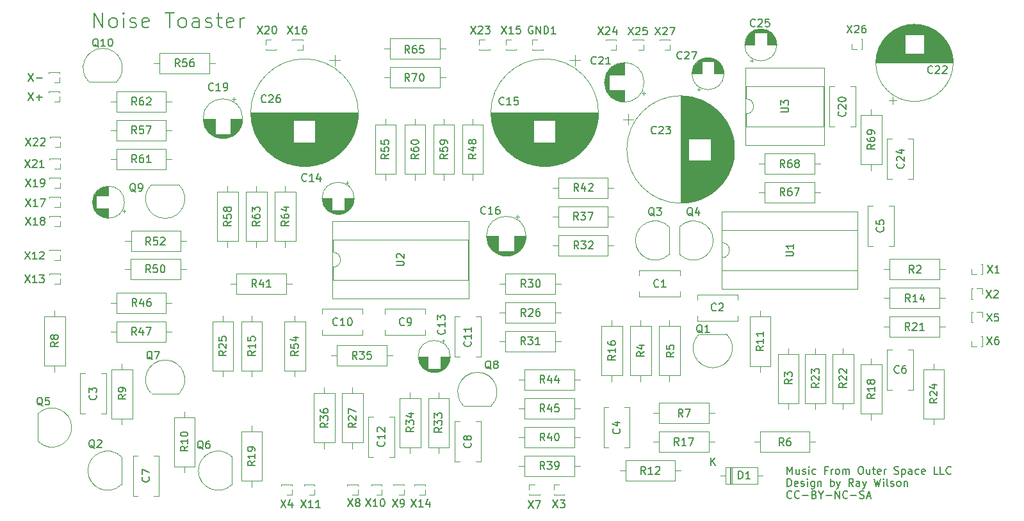
<source format=gbr>
%TF.GenerationSoftware,KiCad,Pcbnew,7.0.8*%
%TF.CreationDate,2023-10-11T21:35:00+02:00*%
%TF.ProjectId,Noise Toaster PCB,4e6f6973-6520-4546-9f61-737465722050,0.5*%
%TF.SameCoordinates,PX51719c0PY79698b0*%
%TF.FileFunction,Legend,Top*%
%TF.FilePolarity,Positive*%
%FSLAX46Y46*%
G04 Gerber Fmt 4.6, Leading zero omitted, Abs format (unit mm)*
G04 Created by KiCad (PCBNEW 7.0.8) date 2023-10-11 21:35:00*
%MOMM*%
%LPD*%
G01*
G04 APERTURE LIST*
%ADD10C,0.150000*%
%ADD11C,0.120000*%
G04 APERTURE END LIST*
D10*
X102261779Y6200181D02*
X102261779Y7200181D01*
X102261779Y7200181D02*
X102595112Y6485896D01*
X102595112Y6485896D02*
X102928445Y7200181D01*
X102928445Y7200181D02*
X102928445Y6200181D01*
X103833207Y6866848D02*
X103833207Y6200181D01*
X103404636Y6866848D02*
X103404636Y6343039D01*
X103404636Y6343039D02*
X103452255Y6247800D01*
X103452255Y6247800D02*
X103547493Y6200181D01*
X103547493Y6200181D02*
X103690350Y6200181D01*
X103690350Y6200181D02*
X103785588Y6247800D01*
X103785588Y6247800D02*
X103833207Y6295420D01*
X104261779Y6247800D02*
X104357017Y6200181D01*
X104357017Y6200181D02*
X104547493Y6200181D01*
X104547493Y6200181D02*
X104642731Y6247800D01*
X104642731Y6247800D02*
X104690350Y6343039D01*
X104690350Y6343039D02*
X104690350Y6390658D01*
X104690350Y6390658D02*
X104642731Y6485896D01*
X104642731Y6485896D02*
X104547493Y6533515D01*
X104547493Y6533515D02*
X104404636Y6533515D01*
X104404636Y6533515D02*
X104309398Y6581134D01*
X104309398Y6581134D02*
X104261779Y6676372D01*
X104261779Y6676372D02*
X104261779Y6723991D01*
X104261779Y6723991D02*
X104309398Y6819229D01*
X104309398Y6819229D02*
X104404636Y6866848D01*
X104404636Y6866848D02*
X104547493Y6866848D01*
X104547493Y6866848D02*
X104642731Y6819229D01*
X105118922Y6200181D02*
X105118922Y6866848D01*
X105118922Y7200181D02*
X105071303Y7152562D01*
X105071303Y7152562D02*
X105118922Y7104943D01*
X105118922Y7104943D02*
X105166541Y7152562D01*
X105166541Y7152562D02*
X105118922Y7200181D01*
X105118922Y7200181D02*
X105118922Y7104943D01*
X106023683Y6247800D02*
X105928445Y6200181D01*
X105928445Y6200181D02*
X105737969Y6200181D01*
X105737969Y6200181D02*
X105642731Y6247800D01*
X105642731Y6247800D02*
X105595112Y6295420D01*
X105595112Y6295420D02*
X105547493Y6390658D01*
X105547493Y6390658D02*
X105547493Y6676372D01*
X105547493Y6676372D02*
X105595112Y6771610D01*
X105595112Y6771610D02*
X105642731Y6819229D01*
X105642731Y6819229D02*
X105737969Y6866848D01*
X105737969Y6866848D02*
X105928445Y6866848D01*
X105928445Y6866848D02*
X106023683Y6819229D01*
X107547493Y6723991D02*
X107214160Y6723991D01*
X107214160Y6200181D02*
X107214160Y7200181D01*
X107214160Y7200181D02*
X107690350Y7200181D01*
X108071303Y6200181D02*
X108071303Y6866848D01*
X108071303Y6676372D02*
X108118922Y6771610D01*
X108118922Y6771610D02*
X108166541Y6819229D01*
X108166541Y6819229D02*
X108261779Y6866848D01*
X108261779Y6866848D02*
X108357017Y6866848D01*
X108833208Y6200181D02*
X108737970Y6247800D01*
X108737970Y6247800D02*
X108690351Y6295420D01*
X108690351Y6295420D02*
X108642732Y6390658D01*
X108642732Y6390658D02*
X108642732Y6676372D01*
X108642732Y6676372D02*
X108690351Y6771610D01*
X108690351Y6771610D02*
X108737970Y6819229D01*
X108737970Y6819229D02*
X108833208Y6866848D01*
X108833208Y6866848D02*
X108976065Y6866848D01*
X108976065Y6866848D02*
X109071303Y6819229D01*
X109071303Y6819229D02*
X109118922Y6771610D01*
X109118922Y6771610D02*
X109166541Y6676372D01*
X109166541Y6676372D02*
X109166541Y6390658D01*
X109166541Y6390658D02*
X109118922Y6295420D01*
X109118922Y6295420D02*
X109071303Y6247800D01*
X109071303Y6247800D02*
X108976065Y6200181D01*
X108976065Y6200181D02*
X108833208Y6200181D01*
X109595113Y6200181D02*
X109595113Y6866848D01*
X109595113Y6771610D02*
X109642732Y6819229D01*
X109642732Y6819229D02*
X109737970Y6866848D01*
X109737970Y6866848D02*
X109880827Y6866848D01*
X109880827Y6866848D02*
X109976065Y6819229D01*
X109976065Y6819229D02*
X110023684Y6723991D01*
X110023684Y6723991D02*
X110023684Y6200181D01*
X110023684Y6723991D02*
X110071303Y6819229D01*
X110071303Y6819229D02*
X110166541Y6866848D01*
X110166541Y6866848D02*
X110309398Y6866848D01*
X110309398Y6866848D02*
X110404637Y6819229D01*
X110404637Y6819229D02*
X110452256Y6723991D01*
X110452256Y6723991D02*
X110452256Y6200181D01*
X111880827Y7200181D02*
X112071303Y7200181D01*
X112071303Y7200181D02*
X112166541Y7152562D01*
X112166541Y7152562D02*
X112261779Y7057324D01*
X112261779Y7057324D02*
X112309398Y6866848D01*
X112309398Y6866848D02*
X112309398Y6533515D01*
X112309398Y6533515D02*
X112261779Y6343039D01*
X112261779Y6343039D02*
X112166541Y6247800D01*
X112166541Y6247800D02*
X112071303Y6200181D01*
X112071303Y6200181D02*
X111880827Y6200181D01*
X111880827Y6200181D02*
X111785589Y6247800D01*
X111785589Y6247800D02*
X111690351Y6343039D01*
X111690351Y6343039D02*
X111642732Y6533515D01*
X111642732Y6533515D02*
X111642732Y6866848D01*
X111642732Y6866848D02*
X111690351Y7057324D01*
X111690351Y7057324D02*
X111785589Y7152562D01*
X111785589Y7152562D02*
X111880827Y7200181D01*
X113166541Y6866848D02*
X113166541Y6200181D01*
X112737970Y6866848D02*
X112737970Y6343039D01*
X112737970Y6343039D02*
X112785589Y6247800D01*
X112785589Y6247800D02*
X112880827Y6200181D01*
X112880827Y6200181D02*
X113023684Y6200181D01*
X113023684Y6200181D02*
X113118922Y6247800D01*
X113118922Y6247800D02*
X113166541Y6295420D01*
X113499875Y6866848D02*
X113880827Y6866848D01*
X113642732Y7200181D02*
X113642732Y6343039D01*
X113642732Y6343039D02*
X113690351Y6247800D01*
X113690351Y6247800D02*
X113785589Y6200181D01*
X113785589Y6200181D02*
X113880827Y6200181D01*
X114595113Y6247800D02*
X114499875Y6200181D01*
X114499875Y6200181D02*
X114309399Y6200181D01*
X114309399Y6200181D02*
X114214161Y6247800D01*
X114214161Y6247800D02*
X114166542Y6343039D01*
X114166542Y6343039D02*
X114166542Y6723991D01*
X114166542Y6723991D02*
X114214161Y6819229D01*
X114214161Y6819229D02*
X114309399Y6866848D01*
X114309399Y6866848D02*
X114499875Y6866848D01*
X114499875Y6866848D02*
X114595113Y6819229D01*
X114595113Y6819229D02*
X114642732Y6723991D01*
X114642732Y6723991D02*
X114642732Y6628753D01*
X114642732Y6628753D02*
X114166542Y6533515D01*
X115071304Y6200181D02*
X115071304Y6866848D01*
X115071304Y6676372D02*
X115118923Y6771610D01*
X115118923Y6771610D02*
X115166542Y6819229D01*
X115166542Y6819229D02*
X115261780Y6866848D01*
X115261780Y6866848D02*
X115357018Y6866848D01*
X116404638Y6247800D02*
X116547495Y6200181D01*
X116547495Y6200181D02*
X116785590Y6200181D01*
X116785590Y6200181D02*
X116880828Y6247800D01*
X116880828Y6247800D02*
X116928447Y6295420D01*
X116928447Y6295420D02*
X116976066Y6390658D01*
X116976066Y6390658D02*
X116976066Y6485896D01*
X116976066Y6485896D02*
X116928447Y6581134D01*
X116928447Y6581134D02*
X116880828Y6628753D01*
X116880828Y6628753D02*
X116785590Y6676372D01*
X116785590Y6676372D02*
X116595114Y6723991D01*
X116595114Y6723991D02*
X116499876Y6771610D01*
X116499876Y6771610D02*
X116452257Y6819229D01*
X116452257Y6819229D02*
X116404638Y6914467D01*
X116404638Y6914467D02*
X116404638Y7009705D01*
X116404638Y7009705D02*
X116452257Y7104943D01*
X116452257Y7104943D02*
X116499876Y7152562D01*
X116499876Y7152562D02*
X116595114Y7200181D01*
X116595114Y7200181D02*
X116833209Y7200181D01*
X116833209Y7200181D02*
X116976066Y7152562D01*
X117404638Y6866848D02*
X117404638Y5866848D01*
X117404638Y6819229D02*
X117499876Y6866848D01*
X117499876Y6866848D02*
X117690352Y6866848D01*
X117690352Y6866848D02*
X117785590Y6819229D01*
X117785590Y6819229D02*
X117833209Y6771610D01*
X117833209Y6771610D02*
X117880828Y6676372D01*
X117880828Y6676372D02*
X117880828Y6390658D01*
X117880828Y6390658D02*
X117833209Y6295420D01*
X117833209Y6295420D02*
X117785590Y6247800D01*
X117785590Y6247800D02*
X117690352Y6200181D01*
X117690352Y6200181D02*
X117499876Y6200181D01*
X117499876Y6200181D02*
X117404638Y6247800D01*
X118737971Y6200181D02*
X118737971Y6723991D01*
X118737971Y6723991D02*
X118690352Y6819229D01*
X118690352Y6819229D02*
X118595114Y6866848D01*
X118595114Y6866848D02*
X118404638Y6866848D01*
X118404638Y6866848D02*
X118309400Y6819229D01*
X118737971Y6247800D02*
X118642733Y6200181D01*
X118642733Y6200181D02*
X118404638Y6200181D01*
X118404638Y6200181D02*
X118309400Y6247800D01*
X118309400Y6247800D02*
X118261781Y6343039D01*
X118261781Y6343039D02*
X118261781Y6438277D01*
X118261781Y6438277D02*
X118309400Y6533515D01*
X118309400Y6533515D02*
X118404638Y6581134D01*
X118404638Y6581134D02*
X118642733Y6581134D01*
X118642733Y6581134D02*
X118737971Y6628753D01*
X119642733Y6247800D02*
X119547495Y6200181D01*
X119547495Y6200181D02*
X119357019Y6200181D01*
X119357019Y6200181D02*
X119261781Y6247800D01*
X119261781Y6247800D02*
X119214162Y6295420D01*
X119214162Y6295420D02*
X119166543Y6390658D01*
X119166543Y6390658D02*
X119166543Y6676372D01*
X119166543Y6676372D02*
X119214162Y6771610D01*
X119214162Y6771610D02*
X119261781Y6819229D01*
X119261781Y6819229D02*
X119357019Y6866848D01*
X119357019Y6866848D02*
X119547495Y6866848D01*
X119547495Y6866848D02*
X119642733Y6819229D01*
X120452257Y6247800D02*
X120357019Y6200181D01*
X120357019Y6200181D02*
X120166543Y6200181D01*
X120166543Y6200181D02*
X120071305Y6247800D01*
X120071305Y6247800D02*
X120023686Y6343039D01*
X120023686Y6343039D02*
X120023686Y6723991D01*
X120023686Y6723991D02*
X120071305Y6819229D01*
X120071305Y6819229D02*
X120166543Y6866848D01*
X120166543Y6866848D02*
X120357019Y6866848D01*
X120357019Y6866848D02*
X120452257Y6819229D01*
X120452257Y6819229D02*
X120499876Y6723991D01*
X120499876Y6723991D02*
X120499876Y6628753D01*
X120499876Y6628753D02*
X120023686Y6533515D01*
X122166543Y6200181D02*
X121690353Y6200181D01*
X121690353Y6200181D02*
X121690353Y7200181D01*
X122976067Y6200181D02*
X122499877Y6200181D01*
X122499877Y6200181D02*
X122499877Y7200181D01*
X123880829Y6295420D02*
X123833210Y6247800D01*
X123833210Y6247800D02*
X123690353Y6200181D01*
X123690353Y6200181D02*
X123595115Y6200181D01*
X123595115Y6200181D02*
X123452258Y6247800D01*
X123452258Y6247800D02*
X123357020Y6343039D01*
X123357020Y6343039D02*
X123309401Y6438277D01*
X123309401Y6438277D02*
X123261782Y6628753D01*
X123261782Y6628753D02*
X123261782Y6771610D01*
X123261782Y6771610D02*
X123309401Y6962086D01*
X123309401Y6962086D02*
X123357020Y7057324D01*
X123357020Y7057324D02*
X123452258Y7152562D01*
X123452258Y7152562D02*
X123595115Y7200181D01*
X123595115Y7200181D02*
X123690353Y7200181D01*
X123690353Y7200181D02*
X123833210Y7152562D01*
X123833210Y7152562D02*
X123880829Y7104943D01*
X102261779Y4590181D02*
X102261779Y5590181D01*
X102261779Y5590181D02*
X102499874Y5590181D01*
X102499874Y5590181D02*
X102642731Y5542562D01*
X102642731Y5542562D02*
X102737969Y5447324D01*
X102737969Y5447324D02*
X102785588Y5352086D01*
X102785588Y5352086D02*
X102833207Y5161610D01*
X102833207Y5161610D02*
X102833207Y5018753D01*
X102833207Y5018753D02*
X102785588Y4828277D01*
X102785588Y4828277D02*
X102737969Y4733039D01*
X102737969Y4733039D02*
X102642731Y4637800D01*
X102642731Y4637800D02*
X102499874Y4590181D01*
X102499874Y4590181D02*
X102261779Y4590181D01*
X103642731Y4637800D02*
X103547493Y4590181D01*
X103547493Y4590181D02*
X103357017Y4590181D01*
X103357017Y4590181D02*
X103261779Y4637800D01*
X103261779Y4637800D02*
X103214160Y4733039D01*
X103214160Y4733039D02*
X103214160Y5113991D01*
X103214160Y5113991D02*
X103261779Y5209229D01*
X103261779Y5209229D02*
X103357017Y5256848D01*
X103357017Y5256848D02*
X103547493Y5256848D01*
X103547493Y5256848D02*
X103642731Y5209229D01*
X103642731Y5209229D02*
X103690350Y5113991D01*
X103690350Y5113991D02*
X103690350Y5018753D01*
X103690350Y5018753D02*
X103214160Y4923515D01*
X104071303Y4637800D02*
X104166541Y4590181D01*
X104166541Y4590181D02*
X104357017Y4590181D01*
X104357017Y4590181D02*
X104452255Y4637800D01*
X104452255Y4637800D02*
X104499874Y4733039D01*
X104499874Y4733039D02*
X104499874Y4780658D01*
X104499874Y4780658D02*
X104452255Y4875896D01*
X104452255Y4875896D02*
X104357017Y4923515D01*
X104357017Y4923515D02*
X104214160Y4923515D01*
X104214160Y4923515D02*
X104118922Y4971134D01*
X104118922Y4971134D02*
X104071303Y5066372D01*
X104071303Y5066372D02*
X104071303Y5113991D01*
X104071303Y5113991D02*
X104118922Y5209229D01*
X104118922Y5209229D02*
X104214160Y5256848D01*
X104214160Y5256848D02*
X104357017Y5256848D01*
X104357017Y5256848D02*
X104452255Y5209229D01*
X104928446Y4590181D02*
X104928446Y5256848D01*
X104928446Y5590181D02*
X104880827Y5542562D01*
X104880827Y5542562D02*
X104928446Y5494943D01*
X104928446Y5494943D02*
X104976065Y5542562D01*
X104976065Y5542562D02*
X104928446Y5590181D01*
X104928446Y5590181D02*
X104928446Y5494943D01*
X105833207Y5256848D02*
X105833207Y4447324D01*
X105833207Y4447324D02*
X105785588Y4352086D01*
X105785588Y4352086D02*
X105737969Y4304467D01*
X105737969Y4304467D02*
X105642731Y4256848D01*
X105642731Y4256848D02*
X105499874Y4256848D01*
X105499874Y4256848D02*
X105404636Y4304467D01*
X105833207Y4637800D02*
X105737969Y4590181D01*
X105737969Y4590181D02*
X105547493Y4590181D01*
X105547493Y4590181D02*
X105452255Y4637800D01*
X105452255Y4637800D02*
X105404636Y4685420D01*
X105404636Y4685420D02*
X105357017Y4780658D01*
X105357017Y4780658D02*
X105357017Y5066372D01*
X105357017Y5066372D02*
X105404636Y5161610D01*
X105404636Y5161610D02*
X105452255Y5209229D01*
X105452255Y5209229D02*
X105547493Y5256848D01*
X105547493Y5256848D02*
X105737969Y5256848D01*
X105737969Y5256848D02*
X105833207Y5209229D01*
X106309398Y5256848D02*
X106309398Y4590181D01*
X106309398Y5161610D02*
X106357017Y5209229D01*
X106357017Y5209229D02*
X106452255Y5256848D01*
X106452255Y5256848D02*
X106595112Y5256848D01*
X106595112Y5256848D02*
X106690350Y5209229D01*
X106690350Y5209229D02*
X106737969Y5113991D01*
X106737969Y5113991D02*
X106737969Y4590181D01*
X107976065Y4590181D02*
X107976065Y5590181D01*
X107976065Y5209229D02*
X108071303Y5256848D01*
X108071303Y5256848D02*
X108261779Y5256848D01*
X108261779Y5256848D02*
X108357017Y5209229D01*
X108357017Y5209229D02*
X108404636Y5161610D01*
X108404636Y5161610D02*
X108452255Y5066372D01*
X108452255Y5066372D02*
X108452255Y4780658D01*
X108452255Y4780658D02*
X108404636Y4685420D01*
X108404636Y4685420D02*
X108357017Y4637800D01*
X108357017Y4637800D02*
X108261779Y4590181D01*
X108261779Y4590181D02*
X108071303Y4590181D01*
X108071303Y4590181D02*
X107976065Y4637800D01*
X108785589Y5256848D02*
X109023684Y4590181D01*
X109261779Y5256848D02*
X109023684Y4590181D01*
X109023684Y4590181D02*
X108928446Y4352086D01*
X108928446Y4352086D02*
X108880827Y4304467D01*
X108880827Y4304467D02*
X108785589Y4256848D01*
X110976065Y4590181D02*
X110642732Y5066372D01*
X110404637Y4590181D02*
X110404637Y5590181D01*
X110404637Y5590181D02*
X110785589Y5590181D01*
X110785589Y5590181D02*
X110880827Y5542562D01*
X110880827Y5542562D02*
X110928446Y5494943D01*
X110928446Y5494943D02*
X110976065Y5399705D01*
X110976065Y5399705D02*
X110976065Y5256848D01*
X110976065Y5256848D02*
X110928446Y5161610D01*
X110928446Y5161610D02*
X110880827Y5113991D01*
X110880827Y5113991D02*
X110785589Y5066372D01*
X110785589Y5066372D02*
X110404637Y5066372D01*
X111833208Y4590181D02*
X111833208Y5113991D01*
X111833208Y5113991D02*
X111785589Y5209229D01*
X111785589Y5209229D02*
X111690351Y5256848D01*
X111690351Y5256848D02*
X111499875Y5256848D01*
X111499875Y5256848D02*
X111404637Y5209229D01*
X111833208Y4637800D02*
X111737970Y4590181D01*
X111737970Y4590181D02*
X111499875Y4590181D01*
X111499875Y4590181D02*
X111404637Y4637800D01*
X111404637Y4637800D02*
X111357018Y4733039D01*
X111357018Y4733039D02*
X111357018Y4828277D01*
X111357018Y4828277D02*
X111404637Y4923515D01*
X111404637Y4923515D02*
X111499875Y4971134D01*
X111499875Y4971134D02*
X111737970Y4971134D01*
X111737970Y4971134D02*
X111833208Y5018753D01*
X112214161Y5256848D02*
X112452256Y4590181D01*
X112690351Y5256848D02*
X112452256Y4590181D01*
X112452256Y4590181D02*
X112357018Y4352086D01*
X112357018Y4352086D02*
X112309399Y4304467D01*
X112309399Y4304467D02*
X112214161Y4256848D01*
X113737971Y5590181D02*
X113976066Y4590181D01*
X113976066Y4590181D02*
X114166542Y5304467D01*
X114166542Y5304467D02*
X114357018Y4590181D01*
X114357018Y4590181D02*
X114595114Y5590181D01*
X114976066Y4590181D02*
X114976066Y5256848D01*
X114976066Y5590181D02*
X114928447Y5542562D01*
X114928447Y5542562D02*
X114976066Y5494943D01*
X114976066Y5494943D02*
X115023685Y5542562D01*
X115023685Y5542562D02*
X114976066Y5590181D01*
X114976066Y5590181D02*
X114976066Y5494943D01*
X115595113Y4590181D02*
X115499875Y4637800D01*
X115499875Y4637800D02*
X115452256Y4733039D01*
X115452256Y4733039D02*
X115452256Y5590181D01*
X115928447Y4637800D02*
X116023685Y4590181D01*
X116023685Y4590181D02*
X116214161Y4590181D01*
X116214161Y4590181D02*
X116309399Y4637800D01*
X116309399Y4637800D02*
X116357018Y4733039D01*
X116357018Y4733039D02*
X116357018Y4780658D01*
X116357018Y4780658D02*
X116309399Y4875896D01*
X116309399Y4875896D02*
X116214161Y4923515D01*
X116214161Y4923515D02*
X116071304Y4923515D01*
X116071304Y4923515D02*
X115976066Y4971134D01*
X115976066Y4971134D02*
X115928447Y5066372D01*
X115928447Y5066372D02*
X115928447Y5113991D01*
X115928447Y5113991D02*
X115976066Y5209229D01*
X115976066Y5209229D02*
X116071304Y5256848D01*
X116071304Y5256848D02*
X116214161Y5256848D01*
X116214161Y5256848D02*
X116309399Y5209229D01*
X116928447Y4590181D02*
X116833209Y4637800D01*
X116833209Y4637800D02*
X116785590Y4685420D01*
X116785590Y4685420D02*
X116737971Y4780658D01*
X116737971Y4780658D02*
X116737971Y5066372D01*
X116737971Y5066372D02*
X116785590Y5161610D01*
X116785590Y5161610D02*
X116833209Y5209229D01*
X116833209Y5209229D02*
X116928447Y5256848D01*
X116928447Y5256848D02*
X117071304Y5256848D01*
X117071304Y5256848D02*
X117166542Y5209229D01*
X117166542Y5209229D02*
X117214161Y5161610D01*
X117214161Y5161610D02*
X117261780Y5066372D01*
X117261780Y5066372D02*
X117261780Y4780658D01*
X117261780Y4780658D02*
X117214161Y4685420D01*
X117214161Y4685420D02*
X117166542Y4637800D01*
X117166542Y4637800D02*
X117071304Y4590181D01*
X117071304Y4590181D02*
X116928447Y4590181D01*
X117690352Y5256848D02*
X117690352Y4590181D01*
X117690352Y5161610D02*
X117737971Y5209229D01*
X117737971Y5209229D02*
X117833209Y5256848D01*
X117833209Y5256848D02*
X117976066Y5256848D01*
X117976066Y5256848D02*
X118071304Y5209229D01*
X118071304Y5209229D02*
X118118923Y5113991D01*
X118118923Y5113991D02*
X118118923Y4590181D01*
X102833207Y3075420D02*
X102785588Y3027800D01*
X102785588Y3027800D02*
X102642731Y2980181D01*
X102642731Y2980181D02*
X102547493Y2980181D01*
X102547493Y2980181D02*
X102404636Y3027800D01*
X102404636Y3027800D02*
X102309398Y3123039D01*
X102309398Y3123039D02*
X102261779Y3218277D01*
X102261779Y3218277D02*
X102214160Y3408753D01*
X102214160Y3408753D02*
X102214160Y3551610D01*
X102214160Y3551610D02*
X102261779Y3742086D01*
X102261779Y3742086D02*
X102309398Y3837324D01*
X102309398Y3837324D02*
X102404636Y3932562D01*
X102404636Y3932562D02*
X102547493Y3980181D01*
X102547493Y3980181D02*
X102642731Y3980181D01*
X102642731Y3980181D02*
X102785588Y3932562D01*
X102785588Y3932562D02*
X102833207Y3884943D01*
X103833207Y3075420D02*
X103785588Y3027800D01*
X103785588Y3027800D02*
X103642731Y2980181D01*
X103642731Y2980181D02*
X103547493Y2980181D01*
X103547493Y2980181D02*
X103404636Y3027800D01*
X103404636Y3027800D02*
X103309398Y3123039D01*
X103309398Y3123039D02*
X103261779Y3218277D01*
X103261779Y3218277D02*
X103214160Y3408753D01*
X103214160Y3408753D02*
X103214160Y3551610D01*
X103214160Y3551610D02*
X103261779Y3742086D01*
X103261779Y3742086D02*
X103309398Y3837324D01*
X103309398Y3837324D02*
X103404636Y3932562D01*
X103404636Y3932562D02*
X103547493Y3980181D01*
X103547493Y3980181D02*
X103642731Y3980181D01*
X103642731Y3980181D02*
X103785588Y3932562D01*
X103785588Y3932562D02*
X103833207Y3884943D01*
X104261779Y3361134D02*
X105023684Y3361134D01*
X105833207Y3503991D02*
X105976064Y3456372D01*
X105976064Y3456372D02*
X106023683Y3408753D01*
X106023683Y3408753D02*
X106071302Y3313515D01*
X106071302Y3313515D02*
X106071302Y3170658D01*
X106071302Y3170658D02*
X106023683Y3075420D01*
X106023683Y3075420D02*
X105976064Y3027800D01*
X105976064Y3027800D02*
X105880826Y2980181D01*
X105880826Y2980181D02*
X105499874Y2980181D01*
X105499874Y2980181D02*
X105499874Y3980181D01*
X105499874Y3980181D02*
X105833207Y3980181D01*
X105833207Y3980181D02*
X105928445Y3932562D01*
X105928445Y3932562D02*
X105976064Y3884943D01*
X105976064Y3884943D02*
X106023683Y3789705D01*
X106023683Y3789705D02*
X106023683Y3694467D01*
X106023683Y3694467D02*
X105976064Y3599229D01*
X105976064Y3599229D02*
X105928445Y3551610D01*
X105928445Y3551610D02*
X105833207Y3503991D01*
X105833207Y3503991D02*
X105499874Y3503991D01*
X106690350Y3456372D02*
X106690350Y2980181D01*
X106357017Y3980181D02*
X106690350Y3456372D01*
X106690350Y3456372D02*
X107023683Y3980181D01*
X107357017Y3361134D02*
X108118922Y3361134D01*
X108595112Y2980181D02*
X108595112Y3980181D01*
X108595112Y3980181D02*
X109166540Y2980181D01*
X109166540Y2980181D02*
X109166540Y3980181D01*
X110214159Y3075420D02*
X110166540Y3027800D01*
X110166540Y3027800D02*
X110023683Y2980181D01*
X110023683Y2980181D02*
X109928445Y2980181D01*
X109928445Y2980181D02*
X109785588Y3027800D01*
X109785588Y3027800D02*
X109690350Y3123039D01*
X109690350Y3123039D02*
X109642731Y3218277D01*
X109642731Y3218277D02*
X109595112Y3408753D01*
X109595112Y3408753D02*
X109595112Y3551610D01*
X109595112Y3551610D02*
X109642731Y3742086D01*
X109642731Y3742086D02*
X109690350Y3837324D01*
X109690350Y3837324D02*
X109785588Y3932562D01*
X109785588Y3932562D02*
X109928445Y3980181D01*
X109928445Y3980181D02*
X110023683Y3980181D01*
X110023683Y3980181D02*
X110166540Y3932562D01*
X110166540Y3932562D02*
X110214159Y3884943D01*
X110642731Y3361134D02*
X111404636Y3361134D01*
X111833207Y3027800D02*
X111976064Y2980181D01*
X111976064Y2980181D02*
X112214159Y2980181D01*
X112214159Y2980181D02*
X112309397Y3027800D01*
X112309397Y3027800D02*
X112357016Y3075420D01*
X112357016Y3075420D02*
X112404635Y3170658D01*
X112404635Y3170658D02*
X112404635Y3265896D01*
X112404635Y3265896D02*
X112357016Y3361134D01*
X112357016Y3361134D02*
X112309397Y3408753D01*
X112309397Y3408753D02*
X112214159Y3456372D01*
X112214159Y3456372D02*
X112023683Y3503991D01*
X112023683Y3503991D02*
X111928445Y3551610D01*
X111928445Y3551610D02*
X111880826Y3599229D01*
X111880826Y3599229D02*
X111833207Y3694467D01*
X111833207Y3694467D02*
X111833207Y3789705D01*
X111833207Y3789705D02*
X111880826Y3884943D01*
X111880826Y3884943D02*
X111928445Y3932562D01*
X111928445Y3932562D02*
X112023683Y3980181D01*
X112023683Y3980181D02*
X112261778Y3980181D01*
X112261778Y3980181D02*
X112404635Y3932562D01*
X112785588Y3265896D02*
X113261778Y3265896D01*
X112690350Y2980181D02*
X113023683Y3980181D01*
X113023683Y3980181D02*
X113357016Y2980181D01*
X10604874Y65332562D02*
X10604874Y67332562D01*
X10604874Y67332562D02*
X11747731Y65332562D01*
X11747731Y65332562D02*
X11747731Y67332562D01*
X12985826Y65332562D02*
X12795350Y65427800D01*
X12795350Y65427800D02*
X12700112Y65523039D01*
X12700112Y65523039D02*
X12604874Y65713515D01*
X12604874Y65713515D02*
X12604874Y66284943D01*
X12604874Y66284943D02*
X12700112Y66475420D01*
X12700112Y66475420D02*
X12795350Y66570658D01*
X12795350Y66570658D02*
X12985826Y66665896D01*
X12985826Y66665896D02*
X13271541Y66665896D01*
X13271541Y66665896D02*
X13462017Y66570658D01*
X13462017Y66570658D02*
X13557255Y66475420D01*
X13557255Y66475420D02*
X13652493Y66284943D01*
X13652493Y66284943D02*
X13652493Y65713515D01*
X13652493Y65713515D02*
X13557255Y65523039D01*
X13557255Y65523039D02*
X13462017Y65427800D01*
X13462017Y65427800D02*
X13271541Y65332562D01*
X13271541Y65332562D02*
X12985826Y65332562D01*
X14509636Y65332562D02*
X14509636Y66665896D01*
X14509636Y67332562D02*
X14414398Y67237324D01*
X14414398Y67237324D02*
X14509636Y67142086D01*
X14509636Y67142086D02*
X14604874Y67237324D01*
X14604874Y67237324D02*
X14509636Y67332562D01*
X14509636Y67332562D02*
X14509636Y67142086D01*
X15366779Y65427800D02*
X15557255Y65332562D01*
X15557255Y65332562D02*
X15938207Y65332562D01*
X15938207Y65332562D02*
X16128684Y65427800D01*
X16128684Y65427800D02*
X16223922Y65618277D01*
X16223922Y65618277D02*
X16223922Y65713515D01*
X16223922Y65713515D02*
X16128684Y65903991D01*
X16128684Y65903991D02*
X15938207Y65999229D01*
X15938207Y65999229D02*
X15652493Y65999229D01*
X15652493Y65999229D02*
X15462017Y66094467D01*
X15462017Y66094467D02*
X15366779Y66284943D01*
X15366779Y66284943D02*
X15366779Y66380181D01*
X15366779Y66380181D02*
X15462017Y66570658D01*
X15462017Y66570658D02*
X15652493Y66665896D01*
X15652493Y66665896D02*
X15938207Y66665896D01*
X15938207Y66665896D02*
X16128684Y66570658D01*
X17842970Y65427800D02*
X17652494Y65332562D01*
X17652494Y65332562D02*
X17271541Y65332562D01*
X17271541Y65332562D02*
X17081065Y65427800D01*
X17081065Y65427800D02*
X16985827Y65618277D01*
X16985827Y65618277D02*
X16985827Y66380181D01*
X16985827Y66380181D02*
X17081065Y66570658D01*
X17081065Y66570658D02*
X17271541Y66665896D01*
X17271541Y66665896D02*
X17652494Y66665896D01*
X17652494Y66665896D02*
X17842970Y66570658D01*
X17842970Y66570658D02*
X17938208Y66380181D01*
X17938208Y66380181D02*
X17938208Y66189705D01*
X17938208Y66189705D02*
X16985827Y65999229D01*
X20033447Y67332562D02*
X21176304Y67332562D01*
X20604875Y65332562D02*
X20604875Y67332562D01*
X22128685Y65332562D02*
X21938209Y65427800D01*
X21938209Y65427800D02*
X21842971Y65523039D01*
X21842971Y65523039D02*
X21747733Y65713515D01*
X21747733Y65713515D02*
X21747733Y66284943D01*
X21747733Y66284943D02*
X21842971Y66475420D01*
X21842971Y66475420D02*
X21938209Y66570658D01*
X21938209Y66570658D02*
X22128685Y66665896D01*
X22128685Y66665896D02*
X22414400Y66665896D01*
X22414400Y66665896D02*
X22604876Y66570658D01*
X22604876Y66570658D02*
X22700114Y66475420D01*
X22700114Y66475420D02*
X22795352Y66284943D01*
X22795352Y66284943D02*
X22795352Y65713515D01*
X22795352Y65713515D02*
X22700114Y65523039D01*
X22700114Y65523039D02*
X22604876Y65427800D01*
X22604876Y65427800D02*
X22414400Y65332562D01*
X22414400Y65332562D02*
X22128685Y65332562D01*
X24509638Y65332562D02*
X24509638Y66380181D01*
X24509638Y66380181D02*
X24414400Y66570658D01*
X24414400Y66570658D02*
X24223924Y66665896D01*
X24223924Y66665896D02*
X23842971Y66665896D01*
X23842971Y66665896D02*
X23652495Y66570658D01*
X24509638Y65427800D02*
X24319162Y65332562D01*
X24319162Y65332562D02*
X23842971Y65332562D01*
X23842971Y65332562D02*
X23652495Y65427800D01*
X23652495Y65427800D02*
X23557257Y65618277D01*
X23557257Y65618277D02*
X23557257Y65808753D01*
X23557257Y65808753D02*
X23652495Y65999229D01*
X23652495Y65999229D02*
X23842971Y66094467D01*
X23842971Y66094467D02*
X24319162Y66094467D01*
X24319162Y66094467D02*
X24509638Y66189705D01*
X25366781Y65427800D02*
X25557257Y65332562D01*
X25557257Y65332562D02*
X25938209Y65332562D01*
X25938209Y65332562D02*
X26128686Y65427800D01*
X26128686Y65427800D02*
X26223924Y65618277D01*
X26223924Y65618277D02*
X26223924Y65713515D01*
X26223924Y65713515D02*
X26128686Y65903991D01*
X26128686Y65903991D02*
X25938209Y65999229D01*
X25938209Y65999229D02*
X25652495Y65999229D01*
X25652495Y65999229D02*
X25462019Y66094467D01*
X25462019Y66094467D02*
X25366781Y66284943D01*
X25366781Y66284943D02*
X25366781Y66380181D01*
X25366781Y66380181D02*
X25462019Y66570658D01*
X25462019Y66570658D02*
X25652495Y66665896D01*
X25652495Y66665896D02*
X25938209Y66665896D01*
X25938209Y66665896D02*
X26128686Y66570658D01*
X26795353Y66665896D02*
X27557257Y66665896D01*
X27081067Y67332562D02*
X27081067Y65618277D01*
X27081067Y65618277D02*
X27176305Y65427800D01*
X27176305Y65427800D02*
X27366781Y65332562D01*
X27366781Y65332562D02*
X27557257Y65332562D01*
X28985829Y65427800D02*
X28795353Y65332562D01*
X28795353Y65332562D02*
X28414400Y65332562D01*
X28414400Y65332562D02*
X28223924Y65427800D01*
X28223924Y65427800D02*
X28128686Y65618277D01*
X28128686Y65618277D02*
X28128686Y66380181D01*
X28128686Y66380181D02*
X28223924Y66570658D01*
X28223924Y66570658D02*
X28414400Y66665896D01*
X28414400Y66665896D02*
X28795353Y66665896D01*
X28795353Y66665896D02*
X28985829Y66570658D01*
X28985829Y66570658D02*
X29081067Y66380181D01*
X29081067Y66380181D02*
X29081067Y66189705D01*
X29081067Y66189705D02*
X28128686Y65999229D01*
X29938210Y65332562D02*
X29938210Y66665896D01*
X29938210Y66284943D02*
X30033448Y66475420D01*
X30033448Y66475420D02*
X30128686Y66570658D01*
X30128686Y66570658D02*
X30319162Y66665896D01*
X30319162Y66665896D02*
X30509639Y66665896D01*
X60374580Y10343334D02*
X60422200Y10295715D01*
X60422200Y10295715D02*
X60469819Y10152858D01*
X60469819Y10152858D02*
X60469819Y10057620D01*
X60469819Y10057620D02*
X60422200Y9914763D01*
X60422200Y9914763D02*
X60326961Y9819525D01*
X60326961Y9819525D02*
X60231723Y9771906D01*
X60231723Y9771906D02*
X60041247Y9724287D01*
X60041247Y9724287D02*
X59898390Y9724287D01*
X59898390Y9724287D02*
X59707914Y9771906D01*
X59707914Y9771906D02*
X59612676Y9819525D01*
X59612676Y9819525D02*
X59517438Y9914763D01*
X59517438Y9914763D02*
X59469819Y10057620D01*
X59469819Y10057620D02*
X59469819Y10152858D01*
X59469819Y10152858D02*
X59517438Y10295715D01*
X59517438Y10295715D02*
X59565057Y10343334D01*
X59898390Y10914763D02*
X59850771Y10819525D01*
X59850771Y10819525D02*
X59803152Y10771906D01*
X59803152Y10771906D02*
X59707914Y10724287D01*
X59707914Y10724287D02*
X59660295Y10724287D01*
X59660295Y10724287D02*
X59565057Y10771906D01*
X59565057Y10771906D02*
X59517438Y10819525D01*
X59517438Y10819525D02*
X59469819Y10914763D01*
X59469819Y10914763D02*
X59469819Y11105239D01*
X59469819Y11105239D02*
X59517438Y11200477D01*
X59517438Y11200477D02*
X59565057Y11248096D01*
X59565057Y11248096D02*
X59660295Y11295715D01*
X59660295Y11295715D02*
X59707914Y11295715D01*
X59707914Y11295715D02*
X59803152Y11248096D01*
X59803152Y11248096D02*
X59850771Y11200477D01*
X59850771Y11200477D02*
X59898390Y11105239D01*
X59898390Y11105239D02*
X59898390Y10914763D01*
X59898390Y10914763D02*
X59946009Y10819525D01*
X59946009Y10819525D02*
X59993628Y10771906D01*
X59993628Y10771906D02*
X60088866Y10724287D01*
X60088866Y10724287D02*
X60279342Y10724287D01*
X60279342Y10724287D02*
X60374580Y10771906D01*
X60374580Y10771906D02*
X60422200Y10819525D01*
X60422200Y10819525D02*
X60469819Y10914763D01*
X60469819Y10914763D02*
X60469819Y11105239D01*
X60469819Y11105239D02*
X60422200Y11200477D01*
X60422200Y11200477D02*
X60374580Y11248096D01*
X60374580Y11248096D02*
X60279342Y11295715D01*
X60279342Y11295715D02*
X60088866Y11295715D01*
X60088866Y11295715D02*
X59993628Y11248096D01*
X59993628Y11248096D02*
X59946009Y11200477D01*
X59946009Y11200477D02*
X59898390Y11105239D01*
X36194286Y65540181D02*
X36860952Y64540181D01*
X36860952Y65540181D02*
X36194286Y64540181D01*
X37765714Y64540181D02*
X37194286Y64540181D01*
X37480000Y64540181D02*
X37480000Y65540181D01*
X37480000Y65540181D02*
X37384762Y65397324D01*
X37384762Y65397324D02*
X37289524Y65302086D01*
X37289524Y65302086D02*
X37194286Y65254467D01*
X38622857Y65540181D02*
X38432381Y65540181D01*
X38432381Y65540181D02*
X38337143Y65492562D01*
X38337143Y65492562D02*
X38289524Y65444943D01*
X38289524Y65444943D02*
X38194286Y65302086D01*
X38194286Y65302086D02*
X38146667Y65111610D01*
X38146667Y65111610D02*
X38146667Y64730658D01*
X38146667Y64730658D02*
X38194286Y64635420D01*
X38194286Y64635420D02*
X38241905Y64587800D01*
X38241905Y64587800D02*
X38337143Y64540181D01*
X38337143Y64540181D02*
X38527619Y64540181D01*
X38527619Y64540181D02*
X38622857Y64587800D01*
X38622857Y64587800D02*
X38670476Y64635420D01*
X38670476Y64635420D02*
X38718095Y64730658D01*
X38718095Y64730658D02*
X38718095Y64968753D01*
X38718095Y64968753D02*
X38670476Y65063991D01*
X38670476Y65063991D02*
X38622857Y65111610D01*
X38622857Y65111610D02*
X38527619Y65159229D01*
X38527619Y65159229D02*
X38337143Y65159229D01*
X38337143Y65159229D02*
X38241905Y65111610D01*
X38241905Y65111610D02*
X38194286Y65063991D01*
X38194286Y65063991D02*
X38146667Y64968753D01*
X18068207Y36560181D02*
X17734874Y37036372D01*
X17496779Y36560181D02*
X17496779Y37560181D01*
X17496779Y37560181D02*
X17877731Y37560181D01*
X17877731Y37560181D02*
X17972969Y37512562D01*
X17972969Y37512562D02*
X18020588Y37464943D01*
X18020588Y37464943D02*
X18068207Y37369705D01*
X18068207Y37369705D02*
X18068207Y37226848D01*
X18068207Y37226848D02*
X18020588Y37131610D01*
X18020588Y37131610D02*
X17972969Y37083991D01*
X17972969Y37083991D02*
X17877731Y37036372D01*
X17877731Y37036372D02*
X17496779Y37036372D01*
X18972969Y37560181D02*
X18496779Y37560181D01*
X18496779Y37560181D02*
X18449160Y37083991D01*
X18449160Y37083991D02*
X18496779Y37131610D01*
X18496779Y37131610D02*
X18592017Y37179229D01*
X18592017Y37179229D02*
X18830112Y37179229D01*
X18830112Y37179229D02*
X18925350Y37131610D01*
X18925350Y37131610D02*
X18972969Y37083991D01*
X18972969Y37083991D02*
X19020588Y36988753D01*
X19020588Y36988753D02*
X19020588Y36750658D01*
X19020588Y36750658D02*
X18972969Y36655420D01*
X18972969Y36655420D02*
X18925350Y36607800D01*
X18925350Y36607800D02*
X18830112Y36560181D01*
X18830112Y36560181D02*
X18592017Y36560181D01*
X18592017Y36560181D02*
X18496779Y36607800D01*
X18496779Y36607800D02*
X18449160Y36655420D01*
X19401541Y37464943D02*
X19449160Y37512562D01*
X19449160Y37512562D02*
X19544398Y37560181D01*
X19544398Y37560181D02*
X19782493Y37560181D01*
X19782493Y37560181D02*
X19877731Y37512562D01*
X19877731Y37512562D02*
X19925350Y37464943D01*
X19925350Y37464943D02*
X19972969Y37369705D01*
X19972969Y37369705D02*
X19972969Y37274467D01*
X19972969Y37274467D02*
X19925350Y37131610D01*
X19925350Y37131610D02*
X19353922Y36560181D01*
X19353922Y36560181D02*
X19972969Y36560181D01*
X68590588Y65492562D02*
X68495350Y65540181D01*
X68495350Y65540181D02*
X68352493Y65540181D01*
X68352493Y65540181D02*
X68209636Y65492562D01*
X68209636Y65492562D02*
X68114398Y65397324D01*
X68114398Y65397324D02*
X68066779Y65302086D01*
X68066779Y65302086D02*
X68019160Y65111610D01*
X68019160Y65111610D02*
X68019160Y64968753D01*
X68019160Y64968753D02*
X68066779Y64778277D01*
X68066779Y64778277D02*
X68114398Y64683039D01*
X68114398Y64683039D02*
X68209636Y64587800D01*
X68209636Y64587800D02*
X68352493Y64540181D01*
X68352493Y64540181D02*
X68447731Y64540181D01*
X68447731Y64540181D02*
X68590588Y64587800D01*
X68590588Y64587800D02*
X68638207Y64635420D01*
X68638207Y64635420D02*
X68638207Y64968753D01*
X68638207Y64968753D02*
X68447731Y64968753D01*
X69066779Y64540181D02*
X69066779Y65540181D01*
X69066779Y65540181D02*
X69638207Y64540181D01*
X69638207Y64540181D02*
X69638207Y65540181D01*
X70114398Y64540181D02*
X70114398Y65540181D01*
X70114398Y65540181D02*
X70352493Y65540181D01*
X70352493Y65540181D02*
X70495350Y65492562D01*
X70495350Y65492562D02*
X70590588Y65397324D01*
X70590588Y65397324D02*
X70638207Y65302086D01*
X70638207Y65302086D02*
X70685826Y65111610D01*
X70685826Y65111610D02*
X70685826Y64968753D01*
X70685826Y64968753D02*
X70638207Y64778277D01*
X70638207Y64778277D02*
X70590588Y64683039D01*
X70590588Y64683039D02*
X70495350Y64587800D01*
X70495350Y64587800D02*
X70352493Y64540181D01*
X70352493Y64540181D02*
X70114398Y64540181D01*
X71638207Y64540181D02*
X71066779Y64540181D01*
X71352493Y64540181D02*
X71352493Y65540181D01*
X71352493Y65540181D02*
X71257255Y65397324D01*
X71257255Y65397324D02*
X71162017Y65302086D01*
X71162017Y65302086D02*
X71066779Y65254467D01*
X46494286Y2930181D02*
X47160952Y1930181D01*
X47160952Y2930181D02*
X46494286Y1930181D01*
X48065714Y1930181D02*
X47494286Y1930181D01*
X47780000Y1930181D02*
X47780000Y2930181D01*
X47780000Y2930181D02*
X47684762Y2787324D01*
X47684762Y2787324D02*
X47589524Y2692086D01*
X47589524Y2692086D02*
X47494286Y2644467D01*
X48684762Y2930181D02*
X48780000Y2930181D01*
X48780000Y2930181D02*
X48875238Y2882562D01*
X48875238Y2882562D02*
X48922857Y2834943D01*
X48922857Y2834943D02*
X48970476Y2739705D01*
X48970476Y2739705D02*
X49018095Y2549229D01*
X49018095Y2549229D02*
X49018095Y2311134D01*
X49018095Y2311134D02*
X48970476Y2120658D01*
X48970476Y2120658D02*
X48922857Y2025420D01*
X48922857Y2025420D02*
X48875238Y1977800D01*
X48875238Y1977800D02*
X48780000Y1930181D01*
X48780000Y1930181D02*
X48684762Y1930181D01*
X48684762Y1930181D02*
X48589524Y1977800D01*
X48589524Y1977800D02*
X48541905Y2025420D01*
X48541905Y2025420D02*
X48494286Y2120658D01*
X48494286Y2120658D02*
X48446667Y2311134D01*
X48446667Y2311134D02*
X48446667Y2549229D01*
X48446667Y2549229D02*
X48494286Y2739705D01*
X48494286Y2739705D02*
X48541905Y2834943D01*
X48541905Y2834943D02*
X48589524Y2882562D01*
X48589524Y2882562D02*
X48684762Y2930181D01*
X128615476Y27465181D02*
X129282142Y26465181D01*
X129282142Y27465181D02*
X128615476Y26465181D01*
X130139285Y27465181D02*
X129663095Y27465181D01*
X129663095Y27465181D02*
X129615476Y26988991D01*
X129615476Y26988991D02*
X129663095Y27036610D01*
X129663095Y27036610D02*
X129758333Y27084229D01*
X129758333Y27084229D02*
X129996428Y27084229D01*
X129996428Y27084229D02*
X130091666Y27036610D01*
X130091666Y27036610D02*
X130139285Y26988991D01*
X130139285Y26988991D02*
X130186904Y26893753D01*
X130186904Y26893753D02*
X130186904Y26655658D01*
X130186904Y26655658D02*
X130139285Y26560420D01*
X130139285Y26560420D02*
X130091666Y26512800D01*
X130091666Y26512800D02*
X129996428Y26465181D01*
X129996428Y26465181D02*
X129758333Y26465181D01*
X129758333Y26465181D02*
X129663095Y26512800D01*
X129663095Y26512800D02*
X129615476Y26560420D01*
X28084819Y22528208D02*
X27608628Y22194875D01*
X28084819Y21956780D02*
X27084819Y21956780D01*
X27084819Y21956780D02*
X27084819Y22337732D01*
X27084819Y22337732D02*
X27132438Y22432970D01*
X27132438Y22432970D02*
X27180057Y22480589D01*
X27180057Y22480589D02*
X27275295Y22528208D01*
X27275295Y22528208D02*
X27418152Y22528208D01*
X27418152Y22528208D02*
X27513390Y22480589D01*
X27513390Y22480589D02*
X27561009Y22432970D01*
X27561009Y22432970D02*
X27608628Y22337732D01*
X27608628Y22337732D02*
X27608628Y21956780D01*
X27180057Y22909161D02*
X27132438Y22956780D01*
X27132438Y22956780D02*
X27084819Y23052018D01*
X27084819Y23052018D02*
X27084819Y23290113D01*
X27084819Y23290113D02*
X27132438Y23385351D01*
X27132438Y23385351D02*
X27180057Y23432970D01*
X27180057Y23432970D02*
X27275295Y23480589D01*
X27275295Y23480589D02*
X27370533Y23480589D01*
X27370533Y23480589D02*
X27513390Y23432970D01*
X27513390Y23432970D02*
X28084819Y22861542D01*
X28084819Y22861542D02*
X28084819Y23480589D01*
X27084819Y24385351D02*
X27084819Y23909161D01*
X27084819Y23909161D02*
X27561009Y23861542D01*
X27561009Y23861542D02*
X27513390Y23909161D01*
X27513390Y23909161D02*
X27465771Y24004399D01*
X27465771Y24004399D02*
X27465771Y24242494D01*
X27465771Y24242494D02*
X27513390Y24337732D01*
X27513390Y24337732D02*
X27561009Y24385351D01*
X27561009Y24385351D02*
X27656247Y24432970D01*
X27656247Y24432970D02*
X27894342Y24432970D01*
X27894342Y24432970D02*
X27989580Y24385351D01*
X27989580Y24385351D02*
X28037200Y24337732D01*
X28037200Y24337732D02*
X28084819Y24242494D01*
X28084819Y24242494D02*
X28084819Y24004399D01*
X28084819Y24004399D02*
X28037200Y23909161D01*
X28037200Y23909161D02*
X27989580Y23861542D01*
X98007142Y65560420D02*
X97959523Y65512800D01*
X97959523Y65512800D02*
X97816666Y65465181D01*
X97816666Y65465181D02*
X97721428Y65465181D01*
X97721428Y65465181D02*
X97578571Y65512800D01*
X97578571Y65512800D02*
X97483333Y65608039D01*
X97483333Y65608039D02*
X97435714Y65703277D01*
X97435714Y65703277D02*
X97388095Y65893753D01*
X97388095Y65893753D02*
X97388095Y66036610D01*
X97388095Y66036610D02*
X97435714Y66227086D01*
X97435714Y66227086D02*
X97483333Y66322324D01*
X97483333Y66322324D02*
X97578571Y66417562D01*
X97578571Y66417562D02*
X97721428Y66465181D01*
X97721428Y66465181D02*
X97816666Y66465181D01*
X97816666Y66465181D02*
X97959523Y66417562D01*
X97959523Y66417562D02*
X98007142Y66369943D01*
X98388095Y66369943D02*
X98435714Y66417562D01*
X98435714Y66417562D02*
X98530952Y66465181D01*
X98530952Y66465181D02*
X98769047Y66465181D01*
X98769047Y66465181D02*
X98864285Y66417562D01*
X98864285Y66417562D02*
X98911904Y66369943D01*
X98911904Y66369943D02*
X98959523Y66274705D01*
X98959523Y66274705D02*
X98959523Y66179467D01*
X98959523Y66179467D02*
X98911904Y66036610D01*
X98911904Y66036610D02*
X98340476Y65465181D01*
X98340476Y65465181D02*
X98959523Y65465181D01*
X99864285Y66465181D02*
X99388095Y66465181D01*
X99388095Y66465181D02*
X99340476Y65988991D01*
X99340476Y65988991D02*
X99388095Y66036610D01*
X99388095Y66036610D02*
X99483333Y66084229D01*
X99483333Y66084229D02*
X99721428Y66084229D01*
X99721428Y66084229D02*
X99816666Y66036610D01*
X99816666Y66036610D02*
X99864285Y65988991D01*
X99864285Y65988991D02*
X99911904Y65893753D01*
X99911904Y65893753D02*
X99911904Y65655658D01*
X99911904Y65655658D02*
X99864285Y65560420D01*
X99864285Y65560420D02*
X99816666Y65512800D01*
X99816666Y65512800D02*
X99721428Y65465181D01*
X99721428Y65465181D02*
X99483333Y65465181D01*
X99483333Y65465181D02*
X99388095Y65512800D01*
X99388095Y65512800D02*
X99340476Y65560420D01*
X1469286Y32555181D02*
X2135952Y31555181D01*
X2135952Y32555181D02*
X1469286Y31555181D01*
X3040714Y31555181D02*
X2469286Y31555181D01*
X2755000Y31555181D02*
X2755000Y32555181D01*
X2755000Y32555181D02*
X2659762Y32412324D01*
X2659762Y32412324D02*
X2564524Y32317086D01*
X2564524Y32317086D02*
X2469286Y32269467D01*
X3374048Y32555181D02*
X3993095Y32555181D01*
X3993095Y32555181D02*
X3659762Y32174229D01*
X3659762Y32174229D02*
X3802619Y32174229D01*
X3802619Y32174229D02*
X3897857Y32126610D01*
X3897857Y32126610D02*
X3945476Y32078991D01*
X3945476Y32078991D02*
X3993095Y31983753D01*
X3993095Y31983753D02*
X3993095Y31745658D01*
X3993095Y31745658D02*
X3945476Y31650420D01*
X3945476Y31650420D02*
X3897857Y31602800D01*
X3897857Y31602800D02*
X3802619Y31555181D01*
X3802619Y31555181D02*
X3516905Y31555181D01*
X3516905Y31555181D02*
X3421667Y31602800D01*
X3421667Y31602800D02*
X3374048Y31650420D01*
X101419819Y54148096D02*
X102229342Y54148096D01*
X102229342Y54148096D02*
X102324580Y54195715D01*
X102324580Y54195715D02*
X102372200Y54243334D01*
X102372200Y54243334D02*
X102419819Y54338572D01*
X102419819Y54338572D02*
X102419819Y54529048D01*
X102419819Y54529048D02*
X102372200Y54624286D01*
X102372200Y54624286D02*
X102324580Y54671905D01*
X102324580Y54671905D02*
X102229342Y54719524D01*
X102229342Y54719524D02*
X101419819Y54719524D01*
X101419819Y55100477D02*
X101419819Y55719524D01*
X101419819Y55719524D02*
X101800771Y55386191D01*
X101800771Y55386191D02*
X101800771Y55529048D01*
X101800771Y55529048D02*
X101848390Y55624286D01*
X101848390Y55624286D02*
X101896009Y55671905D01*
X101896009Y55671905D02*
X101991247Y55719524D01*
X101991247Y55719524D02*
X102229342Y55719524D01*
X102229342Y55719524D02*
X102324580Y55671905D01*
X102324580Y55671905D02*
X102372200Y55624286D01*
X102372200Y55624286D02*
X102419819Y55529048D01*
X102419819Y55529048D02*
X102419819Y55243334D01*
X102419819Y55243334D02*
X102372200Y55148096D01*
X102372200Y55148096D02*
X102324580Y55100477D01*
X52879819Y12418208D02*
X52403628Y12084875D01*
X52879819Y11846780D02*
X51879819Y11846780D01*
X51879819Y11846780D02*
X51879819Y12227732D01*
X51879819Y12227732D02*
X51927438Y12322970D01*
X51927438Y12322970D02*
X51975057Y12370589D01*
X51975057Y12370589D02*
X52070295Y12418208D01*
X52070295Y12418208D02*
X52213152Y12418208D01*
X52213152Y12418208D02*
X52308390Y12370589D01*
X52308390Y12370589D02*
X52356009Y12322970D01*
X52356009Y12322970D02*
X52403628Y12227732D01*
X52403628Y12227732D02*
X52403628Y11846780D01*
X51879819Y12751542D02*
X51879819Y13370589D01*
X51879819Y13370589D02*
X52260771Y13037256D01*
X52260771Y13037256D02*
X52260771Y13180113D01*
X52260771Y13180113D02*
X52308390Y13275351D01*
X52308390Y13275351D02*
X52356009Y13322970D01*
X52356009Y13322970D02*
X52451247Y13370589D01*
X52451247Y13370589D02*
X52689342Y13370589D01*
X52689342Y13370589D02*
X52784580Y13322970D01*
X52784580Y13322970D02*
X52832200Y13275351D01*
X52832200Y13275351D02*
X52879819Y13180113D01*
X52879819Y13180113D02*
X52879819Y12894399D01*
X52879819Y12894399D02*
X52832200Y12799161D01*
X52832200Y12799161D02*
X52784580Y12751542D01*
X52213152Y14227732D02*
X52879819Y14227732D01*
X51832200Y13989637D02*
X52546485Y13751542D01*
X52546485Y13751542D02*
X52546485Y14370589D01*
X84914414Y51365420D02*
X84866795Y51317800D01*
X84866795Y51317800D02*
X84723938Y51270181D01*
X84723938Y51270181D02*
X84628700Y51270181D01*
X84628700Y51270181D02*
X84485843Y51317800D01*
X84485843Y51317800D02*
X84390605Y51413039D01*
X84390605Y51413039D02*
X84342986Y51508277D01*
X84342986Y51508277D02*
X84295367Y51698753D01*
X84295367Y51698753D02*
X84295367Y51841610D01*
X84295367Y51841610D02*
X84342986Y52032086D01*
X84342986Y52032086D02*
X84390605Y52127324D01*
X84390605Y52127324D02*
X84485843Y52222562D01*
X84485843Y52222562D02*
X84628700Y52270181D01*
X84628700Y52270181D02*
X84723938Y52270181D01*
X84723938Y52270181D02*
X84866795Y52222562D01*
X84866795Y52222562D02*
X84914414Y52174943D01*
X85295367Y52174943D02*
X85342986Y52222562D01*
X85342986Y52222562D02*
X85438224Y52270181D01*
X85438224Y52270181D02*
X85676319Y52270181D01*
X85676319Y52270181D02*
X85771557Y52222562D01*
X85771557Y52222562D02*
X85819176Y52174943D01*
X85819176Y52174943D02*
X85866795Y52079705D01*
X85866795Y52079705D02*
X85866795Y51984467D01*
X85866795Y51984467D02*
X85819176Y51841610D01*
X85819176Y51841610D02*
X85247748Y51270181D01*
X85247748Y51270181D02*
X85866795Y51270181D01*
X86200129Y52270181D02*
X86819176Y52270181D01*
X86819176Y52270181D02*
X86485843Y51889229D01*
X86485843Y51889229D02*
X86628700Y51889229D01*
X86628700Y51889229D02*
X86723938Y51841610D01*
X86723938Y51841610D02*
X86771557Y51793991D01*
X86771557Y51793991D02*
X86819176Y51698753D01*
X86819176Y51698753D02*
X86819176Y51460658D01*
X86819176Y51460658D02*
X86771557Y51365420D01*
X86771557Y51365420D02*
X86723938Y51317800D01*
X86723938Y51317800D02*
X86628700Y51270181D01*
X86628700Y51270181D02*
X86342986Y51270181D01*
X86342986Y51270181D02*
X86247748Y51317800D01*
X86247748Y51317800D02*
X86200129Y51365420D01*
X11183571Y62769943D02*
X11088333Y62817562D01*
X11088333Y62817562D02*
X10993095Y62912800D01*
X10993095Y62912800D02*
X10850238Y63055658D01*
X10850238Y63055658D02*
X10755000Y63103277D01*
X10755000Y63103277D02*
X10659762Y63103277D01*
X10707381Y62865181D02*
X10612143Y62912800D01*
X10612143Y62912800D02*
X10516905Y63008039D01*
X10516905Y63008039D02*
X10469286Y63198515D01*
X10469286Y63198515D02*
X10469286Y63531848D01*
X10469286Y63531848D02*
X10516905Y63722324D01*
X10516905Y63722324D02*
X10612143Y63817562D01*
X10612143Y63817562D02*
X10707381Y63865181D01*
X10707381Y63865181D02*
X10897857Y63865181D01*
X10897857Y63865181D02*
X10993095Y63817562D01*
X10993095Y63817562D02*
X11088333Y63722324D01*
X11088333Y63722324D02*
X11135952Y63531848D01*
X11135952Y63531848D02*
X11135952Y63198515D01*
X11135952Y63198515D02*
X11088333Y63008039D01*
X11088333Y63008039D02*
X10993095Y62912800D01*
X10993095Y62912800D02*
X10897857Y62865181D01*
X10897857Y62865181D02*
X10707381Y62865181D01*
X12088333Y62865181D02*
X11516905Y62865181D01*
X11802619Y62865181D02*
X11802619Y63865181D01*
X11802619Y63865181D02*
X11707381Y63722324D01*
X11707381Y63722324D02*
X11612143Y63627086D01*
X11612143Y63627086D02*
X11516905Y63579467D01*
X12707381Y63865181D02*
X12802619Y63865181D01*
X12802619Y63865181D02*
X12897857Y63817562D01*
X12897857Y63817562D02*
X12945476Y63769943D01*
X12945476Y63769943D02*
X12993095Y63674705D01*
X12993095Y63674705D02*
X13040714Y63484229D01*
X13040714Y63484229D02*
X13040714Y63246134D01*
X13040714Y63246134D02*
X12993095Y63055658D01*
X12993095Y63055658D02*
X12945476Y62960420D01*
X12945476Y62960420D02*
X12897857Y62912800D01*
X12897857Y62912800D02*
X12802619Y62865181D01*
X12802619Y62865181D02*
X12707381Y62865181D01*
X12707381Y62865181D02*
X12612143Y62912800D01*
X12612143Y62912800D02*
X12564524Y62960420D01*
X12564524Y62960420D02*
X12516905Y63055658D01*
X12516905Y63055658D02*
X12469286Y63246134D01*
X12469286Y63246134D02*
X12469286Y63484229D01*
X12469286Y63484229D02*
X12516905Y63674705D01*
X12516905Y63674705D02*
X12564524Y63769943D01*
X12564524Y63769943D02*
X12612143Y63817562D01*
X12612143Y63817562D02*
X12707381Y63865181D01*
X52529286Y2880181D02*
X53195952Y1880181D01*
X53195952Y2880181D02*
X52529286Y1880181D01*
X54100714Y1880181D02*
X53529286Y1880181D01*
X53815000Y1880181D02*
X53815000Y2880181D01*
X53815000Y2880181D02*
X53719762Y2737324D01*
X53719762Y2737324D02*
X53624524Y2642086D01*
X53624524Y2642086D02*
X53529286Y2594467D01*
X54957857Y2546848D02*
X54957857Y1880181D01*
X54719762Y2927800D02*
X54481667Y2213515D01*
X54481667Y2213515D02*
X55100714Y2213515D01*
X110144286Y65650181D02*
X110810952Y64650181D01*
X110810952Y65650181D02*
X110144286Y64650181D01*
X111144286Y65554943D02*
X111191905Y65602562D01*
X111191905Y65602562D02*
X111287143Y65650181D01*
X111287143Y65650181D02*
X111525238Y65650181D01*
X111525238Y65650181D02*
X111620476Y65602562D01*
X111620476Y65602562D02*
X111668095Y65554943D01*
X111668095Y65554943D02*
X111715714Y65459705D01*
X111715714Y65459705D02*
X111715714Y65364467D01*
X111715714Y65364467D02*
X111668095Y65221610D01*
X111668095Y65221610D02*
X111096667Y64650181D01*
X111096667Y64650181D02*
X111715714Y64650181D01*
X112572857Y65650181D02*
X112382381Y65650181D01*
X112382381Y65650181D02*
X112287143Y65602562D01*
X112287143Y65602562D02*
X112239524Y65554943D01*
X112239524Y65554943D02*
X112144286Y65412086D01*
X112144286Y65412086D02*
X112096667Y65221610D01*
X112096667Y65221610D02*
X112096667Y64840658D01*
X112096667Y64840658D02*
X112144286Y64745420D01*
X112144286Y64745420D02*
X112191905Y64697800D01*
X112191905Y64697800D02*
X112287143Y64650181D01*
X112287143Y64650181D02*
X112477619Y64650181D01*
X112477619Y64650181D02*
X112572857Y64697800D01*
X112572857Y64697800D02*
X112620476Y64745420D01*
X112620476Y64745420D02*
X112668095Y64840658D01*
X112668095Y64840658D02*
X112668095Y65078753D01*
X112668095Y65078753D02*
X112620476Y65173991D01*
X112620476Y65173991D02*
X112572857Y65221610D01*
X112572857Y65221610D02*
X112477619Y65269229D01*
X112477619Y65269229D02*
X112287143Y65269229D01*
X112287143Y65269229D02*
X112191905Y65221610D01*
X112191905Y65221610D02*
X112144286Y65173991D01*
X112144286Y65173991D02*
X112096667Y65078753D01*
X23004819Y9898208D02*
X22528628Y9564875D01*
X23004819Y9326780D02*
X22004819Y9326780D01*
X22004819Y9326780D02*
X22004819Y9707732D01*
X22004819Y9707732D02*
X22052438Y9802970D01*
X22052438Y9802970D02*
X22100057Y9850589D01*
X22100057Y9850589D02*
X22195295Y9898208D01*
X22195295Y9898208D02*
X22338152Y9898208D01*
X22338152Y9898208D02*
X22433390Y9850589D01*
X22433390Y9850589D02*
X22481009Y9802970D01*
X22481009Y9802970D02*
X22528628Y9707732D01*
X22528628Y9707732D02*
X22528628Y9326780D01*
X23004819Y10850589D02*
X23004819Y10279161D01*
X23004819Y10564875D02*
X22004819Y10564875D01*
X22004819Y10564875D02*
X22147676Y10469637D01*
X22147676Y10469637D02*
X22242914Y10374399D01*
X22242914Y10374399D02*
X22290533Y10279161D01*
X22004819Y11469637D02*
X22004819Y11564875D01*
X22004819Y11564875D02*
X22052438Y11660113D01*
X22052438Y11660113D02*
X22100057Y11707732D01*
X22100057Y11707732D02*
X22195295Y11755351D01*
X22195295Y11755351D02*
X22385771Y11802970D01*
X22385771Y11802970D02*
X22623866Y11802970D01*
X22623866Y11802970D02*
X22814342Y11755351D01*
X22814342Y11755351D02*
X22909580Y11707732D01*
X22909580Y11707732D02*
X22957200Y11660113D01*
X22957200Y11660113D02*
X23004819Y11564875D01*
X23004819Y11564875D02*
X23004819Y11469637D01*
X23004819Y11469637D02*
X22957200Y11374399D01*
X22957200Y11374399D02*
X22909580Y11326780D01*
X22909580Y11326780D02*
X22814342Y11279161D01*
X22814342Y11279161D02*
X22623866Y11231542D01*
X22623866Y11231542D02*
X22385771Y11231542D01*
X22385771Y11231542D02*
X22195295Y11279161D01*
X22195295Y11279161D02*
X22100057Y11326780D01*
X22100057Y11326780D02*
X22052438Y11374399D01*
X22052438Y11374399D02*
X22004819Y11469637D01*
X84814286Y65390181D02*
X85480952Y64390181D01*
X85480952Y65390181D02*
X84814286Y64390181D01*
X85814286Y65294943D02*
X85861905Y65342562D01*
X85861905Y65342562D02*
X85957143Y65390181D01*
X85957143Y65390181D02*
X86195238Y65390181D01*
X86195238Y65390181D02*
X86290476Y65342562D01*
X86290476Y65342562D02*
X86338095Y65294943D01*
X86338095Y65294943D02*
X86385714Y65199705D01*
X86385714Y65199705D02*
X86385714Y65104467D01*
X86385714Y65104467D02*
X86338095Y64961610D01*
X86338095Y64961610D02*
X85766667Y64390181D01*
X85766667Y64390181D02*
X86385714Y64390181D01*
X86719048Y65390181D02*
X87385714Y65390181D01*
X87385714Y65390181D02*
X86957143Y64390181D01*
X16104761Y43574943D02*
X16009523Y43622562D01*
X16009523Y43622562D02*
X15914285Y43717800D01*
X15914285Y43717800D02*
X15771428Y43860658D01*
X15771428Y43860658D02*
X15676190Y43908277D01*
X15676190Y43908277D02*
X15580952Y43908277D01*
X15628571Y43670181D02*
X15533333Y43717800D01*
X15533333Y43717800D02*
X15438095Y43813039D01*
X15438095Y43813039D02*
X15390476Y44003515D01*
X15390476Y44003515D02*
X15390476Y44336848D01*
X15390476Y44336848D02*
X15438095Y44527324D01*
X15438095Y44527324D02*
X15533333Y44622562D01*
X15533333Y44622562D02*
X15628571Y44670181D01*
X15628571Y44670181D02*
X15819047Y44670181D01*
X15819047Y44670181D02*
X15914285Y44622562D01*
X15914285Y44622562D02*
X16009523Y44527324D01*
X16009523Y44527324D02*
X16057142Y44336848D01*
X16057142Y44336848D02*
X16057142Y44003515D01*
X16057142Y44003515D02*
X16009523Y43813039D01*
X16009523Y43813039D02*
X15914285Y43717800D01*
X15914285Y43717800D02*
X15819047Y43670181D01*
X15819047Y43670181D02*
X15628571Y43670181D01*
X16533333Y43670181D02*
X16723809Y43670181D01*
X16723809Y43670181D02*
X16819047Y43717800D01*
X16819047Y43717800D02*
X16866666Y43765420D01*
X16866666Y43765420D02*
X16961904Y43908277D01*
X16961904Y43908277D02*
X17009523Y44098753D01*
X17009523Y44098753D02*
X17009523Y44479705D01*
X17009523Y44479705D02*
X16961904Y44574943D01*
X16961904Y44574943D02*
X16914285Y44622562D01*
X16914285Y44622562D02*
X16819047Y44670181D01*
X16819047Y44670181D02*
X16628571Y44670181D01*
X16628571Y44670181D02*
X16533333Y44622562D01*
X16533333Y44622562D02*
X16485714Y44574943D01*
X16485714Y44574943D02*
X16438095Y44479705D01*
X16438095Y44479705D02*
X16438095Y44241610D01*
X16438095Y44241610D02*
X16485714Y44146372D01*
X16485714Y44146372D02*
X16533333Y44098753D01*
X16533333Y44098753D02*
X16628571Y44051134D01*
X16628571Y44051134D02*
X16819047Y44051134D01*
X16819047Y44051134D02*
X16914285Y44098753D01*
X16914285Y44098753D02*
X16961904Y44146372D01*
X16961904Y44146372D02*
X17009523Y44241610D01*
X37609819Y22506078D02*
X37133628Y22172745D01*
X37609819Y21934650D02*
X36609819Y21934650D01*
X36609819Y21934650D02*
X36609819Y22315602D01*
X36609819Y22315602D02*
X36657438Y22410840D01*
X36657438Y22410840D02*
X36705057Y22458459D01*
X36705057Y22458459D02*
X36800295Y22506078D01*
X36800295Y22506078D02*
X36943152Y22506078D01*
X36943152Y22506078D02*
X37038390Y22458459D01*
X37038390Y22458459D02*
X37086009Y22410840D01*
X37086009Y22410840D02*
X37133628Y22315602D01*
X37133628Y22315602D02*
X37133628Y21934650D01*
X36609819Y23410840D02*
X36609819Y22934650D01*
X36609819Y22934650D02*
X37086009Y22887031D01*
X37086009Y22887031D02*
X37038390Y22934650D01*
X37038390Y22934650D02*
X36990771Y23029888D01*
X36990771Y23029888D02*
X36990771Y23267983D01*
X36990771Y23267983D02*
X37038390Y23363221D01*
X37038390Y23363221D02*
X37086009Y23410840D01*
X37086009Y23410840D02*
X37181247Y23458459D01*
X37181247Y23458459D02*
X37419342Y23458459D01*
X37419342Y23458459D02*
X37514580Y23410840D01*
X37514580Y23410840D02*
X37562200Y23363221D01*
X37562200Y23363221D02*
X37609819Y23267983D01*
X37609819Y23267983D02*
X37609819Y23029888D01*
X37609819Y23029888D02*
X37562200Y22934650D01*
X37562200Y22934650D02*
X37514580Y22887031D01*
X36943152Y24315602D02*
X37609819Y24315602D01*
X36562200Y24077507D02*
X37276485Y23839412D01*
X37276485Y23839412D02*
X37276485Y24458459D01*
X122064819Y16228208D02*
X121588628Y15894875D01*
X122064819Y15656780D02*
X121064819Y15656780D01*
X121064819Y15656780D02*
X121064819Y16037732D01*
X121064819Y16037732D02*
X121112438Y16132970D01*
X121112438Y16132970D02*
X121160057Y16180589D01*
X121160057Y16180589D02*
X121255295Y16228208D01*
X121255295Y16228208D02*
X121398152Y16228208D01*
X121398152Y16228208D02*
X121493390Y16180589D01*
X121493390Y16180589D02*
X121541009Y16132970D01*
X121541009Y16132970D02*
X121588628Y16037732D01*
X121588628Y16037732D02*
X121588628Y15656780D01*
X121160057Y16609161D02*
X121112438Y16656780D01*
X121112438Y16656780D02*
X121064819Y16752018D01*
X121064819Y16752018D02*
X121064819Y16990113D01*
X121064819Y16990113D02*
X121112438Y17085351D01*
X121112438Y17085351D02*
X121160057Y17132970D01*
X121160057Y17132970D02*
X121255295Y17180589D01*
X121255295Y17180589D02*
X121350533Y17180589D01*
X121350533Y17180589D02*
X121493390Y17132970D01*
X121493390Y17132970D02*
X122064819Y16561542D01*
X122064819Y16561542D02*
X122064819Y17180589D01*
X121398152Y18037732D02*
X122064819Y18037732D01*
X121017200Y17799637D02*
X121731485Y17561542D01*
X121731485Y17561542D02*
X121731485Y18180589D01*
X110101019Y18260208D02*
X109624828Y17926875D01*
X110101019Y17688780D02*
X109101019Y17688780D01*
X109101019Y17688780D02*
X109101019Y18069732D01*
X109101019Y18069732D02*
X109148638Y18164970D01*
X109148638Y18164970D02*
X109196257Y18212589D01*
X109196257Y18212589D02*
X109291495Y18260208D01*
X109291495Y18260208D02*
X109434352Y18260208D01*
X109434352Y18260208D02*
X109529590Y18212589D01*
X109529590Y18212589D02*
X109577209Y18164970D01*
X109577209Y18164970D02*
X109624828Y18069732D01*
X109624828Y18069732D02*
X109624828Y17688780D01*
X109196257Y18641161D02*
X109148638Y18688780D01*
X109148638Y18688780D02*
X109101019Y18784018D01*
X109101019Y18784018D02*
X109101019Y19022113D01*
X109101019Y19022113D02*
X109148638Y19117351D01*
X109148638Y19117351D02*
X109196257Y19164970D01*
X109196257Y19164970D02*
X109291495Y19212589D01*
X109291495Y19212589D02*
X109386733Y19212589D01*
X109386733Y19212589D02*
X109529590Y19164970D01*
X109529590Y19164970D02*
X110101019Y18593542D01*
X110101019Y18593542D02*
X110101019Y19212589D01*
X109196257Y19593542D02*
X109148638Y19641161D01*
X109148638Y19641161D02*
X109101019Y19736399D01*
X109101019Y19736399D02*
X109101019Y19974494D01*
X109101019Y19974494D02*
X109148638Y20069732D01*
X109148638Y20069732D02*
X109196257Y20117351D01*
X109196257Y20117351D02*
X109291495Y20164970D01*
X109291495Y20164970D02*
X109386733Y20164970D01*
X109386733Y20164970D02*
X109529590Y20117351D01*
X109529590Y20117351D02*
X110101019Y19545923D01*
X110101019Y19545923D02*
X110101019Y20164970D01*
X99123219Y23157808D02*
X98647028Y22824475D01*
X99123219Y22586380D02*
X98123219Y22586380D01*
X98123219Y22586380D02*
X98123219Y22967332D01*
X98123219Y22967332D02*
X98170838Y23062570D01*
X98170838Y23062570D02*
X98218457Y23110189D01*
X98218457Y23110189D02*
X98313695Y23157808D01*
X98313695Y23157808D02*
X98456552Y23157808D01*
X98456552Y23157808D02*
X98551790Y23110189D01*
X98551790Y23110189D02*
X98599409Y23062570D01*
X98599409Y23062570D02*
X98647028Y22967332D01*
X98647028Y22967332D02*
X98647028Y22586380D01*
X99123219Y24110189D02*
X99123219Y23538761D01*
X99123219Y23824475D02*
X98123219Y23824475D01*
X98123219Y23824475D02*
X98266076Y23729237D01*
X98266076Y23729237D02*
X98361314Y23633999D01*
X98361314Y23633999D02*
X98408933Y23538761D01*
X99123219Y25062570D02*
X99123219Y24491142D01*
X99123219Y24776856D02*
X98123219Y24776856D01*
X98123219Y24776856D02*
X98266076Y24681618D01*
X98266076Y24681618D02*
X98361314Y24586380D01*
X98361314Y24586380D02*
X98408933Y24491142D01*
X128715476Y33865181D02*
X129382142Y32865181D01*
X129382142Y33865181D02*
X128715476Y32865181D01*
X130286904Y32865181D02*
X129715476Y32865181D01*
X130001190Y32865181D02*
X130001190Y33865181D01*
X130001190Y33865181D02*
X129905952Y33722324D01*
X129905952Y33722324D02*
X129810714Y33627086D01*
X129810714Y33627086D02*
X129715476Y33579467D01*
X38698207Y45085420D02*
X38650588Y45037800D01*
X38650588Y45037800D02*
X38507731Y44990181D01*
X38507731Y44990181D02*
X38412493Y44990181D01*
X38412493Y44990181D02*
X38269636Y45037800D01*
X38269636Y45037800D02*
X38174398Y45133039D01*
X38174398Y45133039D02*
X38126779Y45228277D01*
X38126779Y45228277D02*
X38079160Y45418753D01*
X38079160Y45418753D02*
X38079160Y45561610D01*
X38079160Y45561610D02*
X38126779Y45752086D01*
X38126779Y45752086D02*
X38174398Y45847324D01*
X38174398Y45847324D02*
X38269636Y45942562D01*
X38269636Y45942562D02*
X38412493Y45990181D01*
X38412493Y45990181D02*
X38507731Y45990181D01*
X38507731Y45990181D02*
X38650588Y45942562D01*
X38650588Y45942562D02*
X38698207Y45894943D01*
X39650588Y44990181D02*
X39079160Y44990181D01*
X39364874Y44990181D02*
X39364874Y45990181D01*
X39364874Y45990181D02*
X39269636Y45847324D01*
X39269636Y45847324D02*
X39174398Y45752086D01*
X39174398Y45752086D02*
X39079160Y45704467D01*
X40507731Y45656848D02*
X40507731Y44990181D01*
X40269636Y46037800D02*
X40031541Y45323515D01*
X40031541Y45323515D02*
X40650588Y45323515D01*
X118438207Y25255181D02*
X118104874Y25731372D01*
X117866779Y25255181D02*
X117866779Y26255181D01*
X117866779Y26255181D02*
X118247731Y26255181D01*
X118247731Y26255181D02*
X118342969Y26207562D01*
X118342969Y26207562D02*
X118390588Y26159943D01*
X118390588Y26159943D02*
X118438207Y26064705D01*
X118438207Y26064705D02*
X118438207Y25921848D01*
X118438207Y25921848D02*
X118390588Y25826610D01*
X118390588Y25826610D02*
X118342969Y25778991D01*
X118342969Y25778991D02*
X118247731Y25731372D01*
X118247731Y25731372D02*
X117866779Y25731372D01*
X118819160Y26159943D02*
X118866779Y26207562D01*
X118866779Y26207562D02*
X118962017Y26255181D01*
X118962017Y26255181D02*
X119200112Y26255181D01*
X119200112Y26255181D02*
X119295350Y26207562D01*
X119295350Y26207562D02*
X119342969Y26159943D01*
X119342969Y26159943D02*
X119390588Y26064705D01*
X119390588Y26064705D02*
X119390588Y25969467D01*
X119390588Y25969467D02*
X119342969Y25826610D01*
X119342969Y25826610D02*
X118771541Y25255181D01*
X118771541Y25255181D02*
X119390588Y25255181D01*
X120342969Y25255181D02*
X119771541Y25255181D01*
X120057255Y25255181D02*
X120057255Y26255181D01*
X120057255Y26255181D02*
X119962017Y26112324D01*
X119962017Y26112324D02*
X119866779Y26017086D01*
X119866779Y26017086D02*
X119771541Y25969467D01*
X5859819Y23693208D02*
X5383628Y23359875D01*
X5859819Y23121780D02*
X4859819Y23121780D01*
X4859819Y23121780D02*
X4859819Y23502732D01*
X4859819Y23502732D02*
X4907438Y23597970D01*
X4907438Y23597970D02*
X4955057Y23645589D01*
X4955057Y23645589D02*
X5050295Y23693208D01*
X5050295Y23693208D02*
X5193152Y23693208D01*
X5193152Y23693208D02*
X5288390Y23645589D01*
X5288390Y23645589D02*
X5336009Y23597970D01*
X5336009Y23597970D02*
X5383628Y23502732D01*
X5383628Y23502732D02*
X5383628Y23121780D01*
X5288390Y24264637D02*
X5240771Y24169399D01*
X5240771Y24169399D02*
X5193152Y24121780D01*
X5193152Y24121780D02*
X5097914Y24074161D01*
X5097914Y24074161D02*
X5050295Y24074161D01*
X5050295Y24074161D02*
X4955057Y24121780D01*
X4955057Y24121780D02*
X4907438Y24169399D01*
X4907438Y24169399D02*
X4859819Y24264637D01*
X4859819Y24264637D02*
X4859819Y24455113D01*
X4859819Y24455113D02*
X4907438Y24550351D01*
X4907438Y24550351D02*
X4955057Y24597970D01*
X4955057Y24597970D02*
X5050295Y24645589D01*
X5050295Y24645589D02*
X5097914Y24645589D01*
X5097914Y24645589D02*
X5193152Y24597970D01*
X5193152Y24597970D02*
X5240771Y24550351D01*
X5240771Y24550351D02*
X5288390Y24455113D01*
X5288390Y24455113D02*
X5288390Y24264637D01*
X5288390Y24264637D02*
X5336009Y24169399D01*
X5336009Y24169399D02*
X5383628Y24121780D01*
X5383628Y24121780D02*
X5478866Y24074161D01*
X5478866Y24074161D02*
X5669342Y24074161D01*
X5669342Y24074161D02*
X5764580Y24121780D01*
X5764580Y24121780D02*
X5812200Y24169399D01*
X5812200Y24169399D02*
X5859819Y24264637D01*
X5859819Y24264637D02*
X5859819Y24455113D01*
X5859819Y24455113D02*
X5812200Y24550351D01*
X5812200Y24550351D02*
X5764580Y24597970D01*
X5764580Y24597970D02*
X5669342Y24645589D01*
X5669342Y24645589D02*
X5478866Y24645589D01*
X5478866Y24645589D02*
X5383628Y24597970D01*
X5383628Y24597970D02*
X5336009Y24550351D01*
X5336009Y24550351D02*
X5288390Y24455113D01*
X67638207Y23360181D02*
X67304874Y23836372D01*
X67066779Y23360181D02*
X67066779Y24360181D01*
X67066779Y24360181D02*
X67447731Y24360181D01*
X67447731Y24360181D02*
X67542969Y24312562D01*
X67542969Y24312562D02*
X67590588Y24264943D01*
X67590588Y24264943D02*
X67638207Y24169705D01*
X67638207Y24169705D02*
X67638207Y24026848D01*
X67638207Y24026848D02*
X67590588Y23931610D01*
X67590588Y23931610D02*
X67542969Y23883991D01*
X67542969Y23883991D02*
X67447731Y23836372D01*
X67447731Y23836372D02*
X67066779Y23836372D01*
X67971541Y24360181D02*
X68590588Y24360181D01*
X68590588Y24360181D02*
X68257255Y23979229D01*
X68257255Y23979229D02*
X68400112Y23979229D01*
X68400112Y23979229D02*
X68495350Y23931610D01*
X68495350Y23931610D02*
X68542969Y23883991D01*
X68542969Y23883991D02*
X68590588Y23788753D01*
X68590588Y23788753D02*
X68590588Y23550658D01*
X68590588Y23550658D02*
X68542969Y23455420D01*
X68542969Y23455420D02*
X68495350Y23407800D01*
X68495350Y23407800D02*
X68400112Y23360181D01*
X68400112Y23360181D02*
X68114398Y23360181D01*
X68114398Y23360181D02*
X68019160Y23407800D01*
X68019160Y23407800D02*
X67971541Y23455420D01*
X69542969Y23360181D02*
X68971541Y23360181D01*
X69257255Y23360181D02*
X69257255Y24360181D01*
X69257255Y24360181D02*
X69162017Y24217324D01*
X69162017Y24217324D02*
X69066779Y24122086D01*
X69066779Y24122086D02*
X68971541Y24074467D01*
X26352142Y57100420D02*
X26304523Y57052800D01*
X26304523Y57052800D02*
X26161666Y57005181D01*
X26161666Y57005181D02*
X26066428Y57005181D01*
X26066428Y57005181D02*
X25923571Y57052800D01*
X25923571Y57052800D02*
X25828333Y57148039D01*
X25828333Y57148039D02*
X25780714Y57243277D01*
X25780714Y57243277D02*
X25733095Y57433753D01*
X25733095Y57433753D02*
X25733095Y57576610D01*
X25733095Y57576610D02*
X25780714Y57767086D01*
X25780714Y57767086D02*
X25828333Y57862324D01*
X25828333Y57862324D02*
X25923571Y57957562D01*
X25923571Y57957562D02*
X26066428Y58005181D01*
X26066428Y58005181D02*
X26161666Y58005181D01*
X26161666Y58005181D02*
X26304523Y57957562D01*
X26304523Y57957562D02*
X26352142Y57909943D01*
X27304523Y57005181D02*
X26733095Y57005181D01*
X27018809Y57005181D02*
X27018809Y58005181D01*
X27018809Y58005181D02*
X26923571Y57862324D01*
X26923571Y57862324D02*
X26828333Y57767086D01*
X26828333Y57767086D02*
X26733095Y57719467D01*
X27780714Y57005181D02*
X27971190Y57005181D01*
X27971190Y57005181D02*
X28066428Y57052800D01*
X28066428Y57052800D02*
X28114047Y57100420D01*
X28114047Y57100420D02*
X28209285Y57243277D01*
X28209285Y57243277D02*
X28256904Y57433753D01*
X28256904Y57433753D02*
X28256904Y57814705D01*
X28256904Y57814705D02*
X28209285Y57909943D01*
X28209285Y57909943D02*
X28161666Y57957562D01*
X28161666Y57957562D02*
X28066428Y58005181D01*
X28066428Y58005181D02*
X27875952Y58005181D01*
X27875952Y58005181D02*
X27780714Y57957562D01*
X27780714Y57957562D02*
X27733095Y57909943D01*
X27733095Y57909943D02*
X27685476Y57814705D01*
X27685476Y57814705D02*
X27685476Y57576610D01*
X27685476Y57576610D02*
X27733095Y57481372D01*
X27733095Y57481372D02*
X27780714Y57433753D01*
X27780714Y57433753D02*
X27875952Y57386134D01*
X27875952Y57386134D02*
X28066428Y57386134D01*
X28066428Y57386134D02*
X28161666Y57433753D01*
X28161666Y57433753D02*
X28209285Y57481372D01*
X28209285Y57481372D02*
X28256904Y57576610D01*
X1927619Y56735181D02*
X2594285Y55735181D01*
X2594285Y56735181D02*
X1927619Y55735181D01*
X2975238Y56116134D02*
X3737143Y56116134D01*
X3356190Y55735181D02*
X3356190Y56497086D01*
X68020476Y2715181D02*
X68687142Y1715181D01*
X68687142Y2715181D02*
X68020476Y1715181D01*
X68972857Y2715181D02*
X69639523Y2715181D01*
X69639523Y2715181D02*
X69210952Y1715181D01*
X44165476Y2920181D02*
X44832142Y1920181D01*
X44832142Y2920181D02*
X44165476Y1920181D01*
X45355952Y2491610D02*
X45260714Y2539229D01*
X45260714Y2539229D02*
X45213095Y2586848D01*
X45213095Y2586848D02*
X45165476Y2682086D01*
X45165476Y2682086D02*
X45165476Y2729705D01*
X45165476Y2729705D02*
X45213095Y2824943D01*
X45213095Y2824943D02*
X45260714Y2872562D01*
X45260714Y2872562D02*
X45355952Y2920181D01*
X45355952Y2920181D02*
X45546428Y2920181D01*
X45546428Y2920181D02*
X45641666Y2872562D01*
X45641666Y2872562D02*
X45689285Y2824943D01*
X45689285Y2824943D02*
X45736904Y2729705D01*
X45736904Y2729705D02*
X45736904Y2682086D01*
X45736904Y2682086D02*
X45689285Y2586848D01*
X45689285Y2586848D02*
X45641666Y2539229D01*
X45641666Y2539229D02*
X45546428Y2491610D01*
X45546428Y2491610D02*
X45355952Y2491610D01*
X45355952Y2491610D02*
X45260714Y2443991D01*
X45260714Y2443991D02*
X45213095Y2396372D01*
X45213095Y2396372D02*
X45165476Y2301134D01*
X45165476Y2301134D02*
X45165476Y2110658D01*
X45165476Y2110658D02*
X45213095Y2015420D01*
X45213095Y2015420D02*
X45260714Y1967800D01*
X45260714Y1967800D02*
X45355952Y1920181D01*
X45355952Y1920181D02*
X45546428Y1920181D01*
X45546428Y1920181D02*
X45641666Y1967800D01*
X45641666Y1967800D02*
X45689285Y2015420D01*
X45689285Y2015420D02*
X45736904Y2110658D01*
X45736904Y2110658D02*
X45736904Y2301134D01*
X45736904Y2301134D02*
X45689285Y2396372D01*
X45689285Y2396372D02*
X45641666Y2443991D01*
X45641666Y2443991D02*
X45546428Y2491610D01*
X64471541Y65540181D02*
X65138207Y64540181D01*
X65138207Y65540181D02*
X64471541Y64540181D01*
X66042969Y64540181D02*
X65471541Y64540181D01*
X65757255Y64540181D02*
X65757255Y65540181D01*
X65757255Y65540181D02*
X65662017Y65397324D01*
X65662017Y65397324D02*
X65566779Y65302086D01*
X65566779Y65302086D02*
X65471541Y65254467D01*
X66947731Y65540181D02*
X66471541Y65540181D01*
X66471541Y65540181D02*
X66423922Y65063991D01*
X66423922Y65063991D02*
X66471541Y65111610D01*
X66471541Y65111610D02*
X66566779Y65159229D01*
X66566779Y65159229D02*
X66804874Y65159229D01*
X66804874Y65159229D02*
X66900112Y65111610D01*
X66900112Y65111610D02*
X66947731Y65063991D01*
X66947731Y65063991D02*
X66995350Y64968753D01*
X66995350Y64968753D02*
X66995350Y64730658D01*
X66995350Y64730658D02*
X66947731Y64635420D01*
X66947731Y64635420D02*
X66900112Y64587800D01*
X66900112Y64587800D02*
X66804874Y64540181D01*
X66804874Y64540181D02*
X66566779Y64540181D01*
X66566779Y64540181D02*
X66471541Y64587800D01*
X66471541Y64587800D02*
X66423922Y64635420D01*
X45362142Y21445181D02*
X45028809Y21921372D01*
X44790714Y21445181D02*
X44790714Y22445181D01*
X44790714Y22445181D02*
X45171666Y22445181D01*
X45171666Y22445181D02*
X45266904Y22397562D01*
X45266904Y22397562D02*
X45314523Y22349943D01*
X45314523Y22349943D02*
X45362142Y22254705D01*
X45362142Y22254705D02*
X45362142Y22111848D01*
X45362142Y22111848D02*
X45314523Y22016610D01*
X45314523Y22016610D02*
X45266904Y21968991D01*
X45266904Y21968991D02*
X45171666Y21921372D01*
X45171666Y21921372D02*
X44790714Y21921372D01*
X45695476Y22445181D02*
X46314523Y22445181D01*
X46314523Y22445181D02*
X45981190Y22064229D01*
X45981190Y22064229D02*
X46124047Y22064229D01*
X46124047Y22064229D02*
X46219285Y22016610D01*
X46219285Y22016610D02*
X46266904Y21968991D01*
X46266904Y21968991D02*
X46314523Y21873753D01*
X46314523Y21873753D02*
X46314523Y21635658D01*
X46314523Y21635658D02*
X46266904Y21540420D01*
X46266904Y21540420D02*
X46219285Y21492800D01*
X46219285Y21492800D02*
X46124047Y21445181D01*
X46124047Y21445181D02*
X45838333Y21445181D01*
X45838333Y21445181D02*
X45743095Y21492800D01*
X45743095Y21492800D02*
X45695476Y21540420D01*
X47219285Y22445181D02*
X46743095Y22445181D01*
X46743095Y22445181D02*
X46695476Y21968991D01*
X46695476Y21968991D02*
X46743095Y22016610D01*
X46743095Y22016610D02*
X46838333Y22064229D01*
X46838333Y22064229D02*
X47076428Y22064229D01*
X47076428Y22064229D02*
X47171666Y22016610D01*
X47171666Y22016610D02*
X47219285Y21968991D01*
X47219285Y21968991D02*
X47266904Y21873753D01*
X47266904Y21873753D02*
X47266904Y21635658D01*
X47266904Y21635658D02*
X47219285Y21540420D01*
X47219285Y21540420D02*
X47171666Y21492800D01*
X47171666Y21492800D02*
X47076428Y21445181D01*
X47076428Y21445181D02*
X46838333Y21445181D01*
X46838333Y21445181D02*
X46743095Y21492800D01*
X46743095Y21492800D02*
X46695476Y21540420D01*
X76957142Y60585420D02*
X76909523Y60537800D01*
X76909523Y60537800D02*
X76766666Y60490181D01*
X76766666Y60490181D02*
X76671428Y60490181D01*
X76671428Y60490181D02*
X76528571Y60537800D01*
X76528571Y60537800D02*
X76433333Y60633039D01*
X76433333Y60633039D02*
X76385714Y60728277D01*
X76385714Y60728277D02*
X76338095Y60918753D01*
X76338095Y60918753D02*
X76338095Y61061610D01*
X76338095Y61061610D02*
X76385714Y61252086D01*
X76385714Y61252086D02*
X76433333Y61347324D01*
X76433333Y61347324D02*
X76528571Y61442562D01*
X76528571Y61442562D02*
X76671428Y61490181D01*
X76671428Y61490181D02*
X76766666Y61490181D01*
X76766666Y61490181D02*
X76909523Y61442562D01*
X76909523Y61442562D02*
X76957142Y61394943D01*
X77338095Y61394943D02*
X77385714Y61442562D01*
X77385714Y61442562D02*
X77480952Y61490181D01*
X77480952Y61490181D02*
X77719047Y61490181D01*
X77719047Y61490181D02*
X77814285Y61442562D01*
X77814285Y61442562D02*
X77861904Y61394943D01*
X77861904Y61394943D02*
X77909523Y61299705D01*
X77909523Y61299705D02*
X77909523Y61204467D01*
X77909523Y61204467D02*
X77861904Y61061610D01*
X77861904Y61061610D02*
X77290476Y60490181D01*
X77290476Y60490181D02*
X77909523Y60490181D01*
X78861904Y60490181D02*
X78290476Y60490181D01*
X78576190Y60490181D02*
X78576190Y61490181D01*
X78576190Y61490181D02*
X78480952Y61347324D01*
X78480952Y61347324D02*
X78385714Y61252086D01*
X78385714Y61252086D02*
X78290476Y61204467D01*
X52308207Y58255181D02*
X51974874Y58731372D01*
X51736779Y58255181D02*
X51736779Y59255181D01*
X51736779Y59255181D02*
X52117731Y59255181D01*
X52117731Y59255181D02*
X52212969Y59207562D01*
X52212969Y59207562D02*
X52260588Y59159943D01*
X52260588Y59159943D02*
X52308207Y59064705D01*
X52308207Y59064705D02*
X52308207Y58921848D01*
X52308207Y58921848D02*
X52260588Y58826610D01*
X52260588Y58826610D02*
X52212969Y58778991D01*
X52212969Y58778991D02*
X52117731Y58731372D01*
X52117731Y58731372D02*
X51736779Y58731372D01*
X52641541Y59255181D02*
X53308207Y59255181D01*
X53308207Y59255181D02*
X52879636Y58255181D01*
X53879636Y59255181D02*
X53974874Y59255181D01*
X53974874Y59255181D02*
X54070112Y59207562D01*
X54070112Y59207562D02*
X54117731Y59159943D01*
X54117731Y59159943D02*
X54165350Y59064705D01*
X54165350Y59064705D02*
X54212969Y58874229D01*
X54212969Y58874229D02*
X54212969Y58636134D01*
X54212969Y58636134D02*
X54165350Y58445658D01*
X54165350Y58445658D02*
X54117731Y58350420D01*
X54117731Y58350420D02*
X54070112Y58302800D01*
X54070112Y58302800D02*
X53974874Y58255181D01*
X53974874Y58255181D02*
X53879636Y58255181D01*
X53879636Y58255181D02*
X53784398Y58302800D01*
X53784398Y58302800D02*
X53736779Y58350420D01*
X53736779Y58350420D02*
X53689160Y58445658D01*
X53689160Y58445658D02*
X53641541Y58636134D01*
X53641541Y58636134D02*
X53641541Y58874229D01*
X53641541Y58874229D02*
X53689160Y59064705D01*
X53689160Y59064705D02*
X53736779Y59159943D01*
X53736779Y59159943D02*
X53784398Y59207562D01*
X53784398Y59207562D02*
X53879636Y59255181D01*
X74603207Y39870181D02*
X74269874Y40346372D01*
X74031779Y39870181D02*
X74031779Y40870181D01*
X74031779Y40870181D02*
X74412731Y40870181D01*
X74412731Y40870181D02*
X74507969Y40822562D01*
X74507969Y40822562D02*
X74555588Y40774943D01*
X74555588Y40774943D02*
X74603207Y40679705D01*
X74603207Y40679705D02*
X74603207Y40536848D01*
X74603207Y40536848D02*
X74555588Y40441610D01*
X74555588Y40441610D02*
X74507969Y40393991D01*
X74507969Y40393991D02*
X74412731Y40346372D01*
X74412731Y40346372D02*
X74031779Y40346372D01*
X74936541Y40870181D02*
X75555588Y40870181D01*
X75555588Y40870181D02*
X75222255Y40489229D01*
X75222255Y40489229D02*
X75365112Y40489229D01*
X75365112Y40489229D02*
X75460350Y40441610D01*
X75460350Y40441610D02*
X75507969Y40393991D01*
X75507969Y40393991D02*
X75555588Y40298753D01*
X75555588Y40298753D02*
X75555588Y40060658D01*
X75555588Y40060658D02*
X75507969Y39965420D01*
X75507969Y39965420D02*
X75460350Y39917800D01*
X75460350Y39917800D02*
X75365112Y39870181D01*
X75365112Y39870181D02*
X75079398Y39870181D01*
X75079398Y39870181D02*
X74984160Y39917800D01*
X74984160Y39917800D02*
X74936541Y39965420D01*
X75888922Y40870181D02*
X76555588Y40870181D01*
X76555588Y40870181D02*
X76127017Y39870181D01*
X83503207Y6205181D02*
X83169874Y6681372D01*
X82931779Y6205181D02*
X82931779Y7205181D01*
X82931779Y7205181D02*
X83312731Y7205181D01*
X83312731Y7205181D02*
X83407969Y7157562D01*
X83407969Y7157562D02*
X83455588Y7109943D01*
X83455588Y7109943D02*
X83503207Y7014705D01*
X83503207Y7014705D02*
X83503207Y6871848D01*
X83503207Y6871848D02*
X83455588Y6776610D01*
X83455588Y6776610D02*
X83407969Y6728991D01*
X83407969Y6728991D02*
X83312731Y6681372D01*
X83312731Y6681372D02*
X82931779Y6681372D01*
X84455588Y6205181D02*
X83884160Y6205181D01*
X84169874Y6205181D02*
X84169874Y7205181D01*
X84169874Y7205181D02*
X84074636Y7062324D01*
X84074636Y7062324D02*
X83979398Y6967086D01*
X83979398Y6967086D02*
X83884160Y6919467D01*
X84836541Y7109943D02*
X84884160Y7157562D01*
X84884160Y7157562D02*
X84979398Y7205181D01*
X84979398Y7205181D02*
X85217493Y7205181D01*
X85217493Y7205181D02*
X85312731Y7157562D01*
X85312731Y7157562D02*
X85360350Y7109943D01*
X85360350Y7109943D02*
X85407969Y7014705D01*
X85407969Y7014705D02*
X85407969Y6919467D01*
X85407969Y6919467D02*
X85360350Y6776610D01*
X85360350Y6776610D02*
X84788922Y6205181D01*
X84788922Y6205181D02*
X85407969Y6205181D01*
X71270476Y2765181D02*
X71937142Y1765181D01*
X71937142Y2765181D02*
X71270476Y1765181D01*
X72222857Y2765181D02*
X72841904Y2765181D01*
X72841904Y2765181D02*
X72508571Y2384229D01*
X72508571Y2384229D02*
X72651428Y2384229D01*
X72651428Y2384229D02*
X72746666Y2336610D01*
X72746666Y2336610D02*
X72794285Y2288991D01*
X72794285Y2288991D02*
X72841904Y2193753D01*
X72841904Y2193753D02*
X72841904Y1955658D01*
X72841904Y1955658D02*
X72794285Y1860420D01*
X72794285Y1860420D02*
X72746666Y1812800D01*
X72746666Y1812800D02*
X72651428Y1765181D01*
X72651428Y1765181D02*
X72365714Y1765181D01*
X72365714Y1765181D02*
X72270476Y1812800D01*
X72270476Y1812800D02*
X72222857Y1860420D01*
X33332142Y55525420D02*
X33284523Y55477800D01*
X33284523Y55477800D02*
X33141666Y55430181D01*
X33141666Y55430181D02*
X33046428Y55430181D01*
X33046428Y55430181D02*
X32903571Y55477800D01*
X32903571Y55477800D02*
X32808333Y55573039D01*
X32808333Y55573039D02*
X32760714Y55668277D01*
X32760714Y55668277D02*
X32713095Y55858753D01*
X32713095Y55858753D02*
X32713095Y56001610D01*
X32713095Y56001610D02*
X32760714Y56192086D01*
X32760714Y56192086D02*
X32808333Y56287324D01*
X32808333Y56287324D02*
X32903571Y56382562D01*
X32903571Y56382562D02*
X33046428Y56430181D01*
X33046428Y56430181D02*
X33141666Y56430181D01*
X33141666Y56430181D02*
X33284523Y56382562D01*
X33284523Y56382562D02*
X33332142Y56334943D01*
X33713095Y56334943D02*
X33760714Y56382562D01*
X33760714Y56382562D02*
X33855952Y56430181D01*
X33855952Y56430181D02*
X34094047Y56430181D01*
X34094047Y56430181D02*
X34189285Y56382562D01*
X34189285Y56382562D02*
X34236904Y56334943D01*
X34236904Y56334943D02*
X34284523Y56239705D01*
X34284523Y56239705D02*
X34284523Y56144467D01*
X34284523Y56144467D02*
X34236904Y56001610D01*
X34236904Y56001610D02*
X33665476Y55430181D01*
X33665476Y55430181D02*
X34284523Y55430181D01*
X35141666Y56430181D02*
X34951190Y56430181D01*
X34951190Y56430181D02*
X34855952Y56382562D01*
X34855952Y56382562D02*
X34808333Y56334943D01*
X34808333Y56334943D02*
X34713095Y56192086D01*
X34713095Y56192086D02*
X34665476Y56001610D01*
X34665476Y56001610D02*
X34665476Y55620658D01*
X34665476Y55620658D02*
X34713095Y55525420D01*
X34713095Y55525420D02*
X34760714Y55477800D01*
X34760714Y55477800D02*
X34855952Y55430181D01*
X34855952Y55430181D02*
X35046428Y55430181D01*
X35046428Y55430181D02*
X35141666Y55477800D01*
X35141666Y55477800D02*
X35189285Y55525420D01*
X35189285Y55525420D02*
X35236904Y55620658D01*
X35236904Y55620658D02*
X35236904Y55858753D01*
X35236904Y55858753D02*
X35189285Y55953991D01*
X35189285Y55953991D02*
X35141666Y56001610D01*
X35141666Y56001610D02*
X35046428Y56049229D01*
X35046428Y56049229D02*
X34855952Y56049229D01*
X34855952Y56049229D02*
X34760714Y56001610D01*
X34760714Y56001610D02*
X34713095Y55953991D01*
X34713095Y55953991D02*
X34665476Y55858753D01*
X1594286Y50725181D02*
X2260952Y49725181D01*
X2260952Y50725181D02*
X1594286Y49725181D01*
X2594286Y50629943D02*
X2641905Y50677562D01*
X2641905Y50677562D02*
X2737143Y50725181D01*
X2737143Y50725181D02*
X2975238Y50725181D01*
X2975238Y50725181D02*
X3070476Y50677562D01*
X3070476Y50677562D02*
X3118095Y50629943D01*
X3118095Y50629943D02*
X3165714Y50534705D01*
X3165714Y50534705D02*
X3165714Y50439467D01*
X3165714Y50439467D02*
X3118095Y50296610D01*
X3118095Y50296610D02*
X2546667Y49725181D01*
X2546667Y49725181D02*
X3165714Y49725181D01*
X3546667Y50629943D02*
X3594286Y50677562D01*
X3594286Y50677562D02*
X3689524Y50725181D01*
X3689524Y50725181D02*
X3927619Y50725181D01*
X3927619Y50725181D02*
X4022857Y50677562D01*
X4022857Y50677562D02*
X4070476Y50629943D01*
X4070476Y50629943D02*
X4118095Y50534705D01*
X4118095Y50534705D02*
X4118095Y50439467D01*
X4118095Y50439467D02*
X4070476Y50296610D01*
X4070476Y50296610D02*
X3499048Y49725181D01*
X3499048Y49725181D02*
X4118095Y49725181D01*
X114924580Y38908334D02*
X114972200Y38860715D01*
X114972200Y38860715D02*
X115019819Y38717858D01*
X115019819Y38717858D02*
X115019819Y38622620D01*
X115019819Y38622620D02*
X114972200Y38479763D01*
X114972200Y38479763D02*
X114876961Y38384525D01*
X114876961Y38384525D02*
X114781723Y38336906D01*
X114781723Y38336906D02*
X114591247Y38289287D01*
X114591247Y38289287D02*
X114448390Y38289287D01*
X114448390Y38289287D02*
X114257914Y38336906D01*
X114257914Y38336906D02*
X114162676Y38384525D01*
X114162676Y38384525D02*
X114067438Y38479763D01*
X114067438Y38479763D02*
X114019819Y38622620D01*
X114019819Y38622620D02*
X114019819Y38717858D01*
X114019819Y38717858D02*
X114067438Y38860715D01*
X114067438Y38860715D02*
X114115057Y38908334D01*
X114019819Y39813096D02*
X114019819Y39336906D01*
X114019819Y39336906D02*
X114496009Y39289287D01*
X114496009Y39289287D02*
X114448390Y39336906D01*
X114448390Y39336906D02*
X114400771Y39432144D01*
X114400771Y39432144D02*
X114400771Y39670239D01*
X114400771Y39670239D02*
X114448390Y39765477D01*
X114448390Y39765477D02*
X114496009Y39813096D01*
X114496009Y39813096D02*
X114591247Y39860715D01*
X114591247Y39860715D02*
X114829342Y39860715D01*
X114829342Y39860715D02*
X114924580Y39813096D01*
X114924580Y39813096D02*
X114972200Y39765477D01*
X114972200Y39765477D02*
X115019819Y39670239D01*
X115019819Y39670239D02*
X115019819Y39432144D01*
X115019819Y39432144D02*
X114972200Y39336906D01*
X114972200Y39336906D02*
X114924580Y39289287D01*
X102069819Y35098096D02*
X102879342Y35098096D01*
X102879342Y35098096D02*
X102974580Y35145715D01*
X102974580Y35145715D02*
X103022200Y35193334D01*
X103022200Y35193334D02*
X103069819Y35288572D01*
X103069819Y35288572D02*
X103069819Y35479048D01*
X103069819Y35479048D02*
X103022200Y35574286D01*
X103022200Y35574286D02*
X102974580Y35621905D01*
X102974580Y35621905D02*
X102879342Y35669524D01*
X102879342Y35669524D02*
X102069819Y35669524D01*
X103069819Y36669524D02*
X103069819Y36098096D01*
X103069819Y36383810D02*
X102069819Y36383810D01*
X102069819Y36383810D02*
X102212676Y36288572D01*
X102212676Y36288572D02*
X102307914Y36193334D01*
X102307914Y36193334D02*
X102355533Y36098096D01*
X31894819Y7921078D02*
X31418628Y7587745D01*
X31894819Y7349650D02*
X30894819Y7349650D01*
X30894819Y7349650D02*
X30894819Y7730602D01*
X30894819Y7730602D02*
X30942438Y7825840D01*
X30942438Y7825840D02*
X30990057Y7873459D01*
X30990057Y7873459D02*
X31085295Y7921078D01*
X31085295Y7921078D02*
X31228152Y7921078D01*
X31228152Y7921078D02*
X31323390Y7873459D01*
X31323390Y7873459D02*
X31371009Y7825840D01*
X31371009Y7825840D02*
X31418628Y7730602D01*
X31418628Y7730602D02*
X31418628Y7349650D01*
X31894819Y8873459D02*
X31894819Y8302031D01*
X31894819Y8587745D02*
X30894819Y8587745D01*
X30894819Y8587745D02*
X31037676Y8492507D01*
X31037676Y8492507D02*
X31132914Y8397269D01*
X31132914Y8397269D02*
X31180533Y8302031D01*
X31894819Y9349650D02*
X31894819Y9540126D01*
X31894819Y9540126D02*
X31847200Y9635364D01*
X31847200Y9635364D02*
X31799580Y9682983D01*
X31799580Y9682983D02*
X31656723Y9778221D01*
X31656723Y9778221D02*
X31466247Y9825840D01*
X31466247Y9825840D02*
X31085295Y9825840D01*
X31085295Y9825840D02*
X30990057Y9778221D01*
X30990057Y9778221D02*
X30942438Y9730602D01*
X30942438Y9730602D02*
X30894819Y9635364D01*
X30894819Y9635364D02*
X30894819Y9444888D01*
X30894819Y9444888D02*
X30942438Y9349650D01*
X30942438Y9349650D02*
X30990057Y9302031D01*
X30990057Y9302031D02*
X31085295Y9254412D01*
X31085295Y9254412D02*
X31323390Y9254412D01*
X31323390Y9254412D02*
X31418628Y9302031D01*
X31418628Y9302031D02*
X31466247Y9349650D01*
X31466247Y9349650D02*
X31513866Y9444888D01*
X31513866Y9444888D02*
X31513866Y9635364D01*
X31513866Y9635364D02*
X31466247Y9730602D01*
X31466247Y9730602D02*
X31418628Y9778221D01*
X31418628Y9778221D02*
X31323390Y9825840D01*
X10844580Y16693334D02*
X10892200Y16645715D01*
X10892200Y16645715D02*
X10939819Y16502858D01*
X10939819Y16502858D02*
X10939819Y16407620D01*
X10939819Y16407620D02*
X10892200Y16264763D01*
X10892200Y16264763D02*
X10796961Y16169525D01*
X10796961Y16169525D02*
X10701723Y16121906D01*
X10701723Y16121906D02*
X10511247Y16074287D01*
X10511247Y16074287D02*
X10368390Y16074287D01*
X10368390Y16074287D02*
X10177914Y16121906D01*
X10177914Y16121906D02*
X10082676Y16169525D01*
X10082676Y16169525D02*
X9987438Y16264763D01*
X9987438Y16264763D02*
X9939819Y16407620D01*
X9939819Y16407620D02*
X9939819Y16502858D01*
X9939819Y16502858D02*
X9987438Y16645715D01*
X9987438Y16645715D02*
X10035057Y16693334D01*
X9939819Y17026668D02*
X9939819Y17645715D01*
X9939819Y17645715D02*
X10320771Y17312382D01*
X10320771Y17312382D02*
X10320771Y17455239D01*
X10320771Y17455239D02*
X10368390Y17550477D01*
X10368390Y17550477D02*
X10416009Y17598096D01*
X10416009Y17598096D02*
X10511247Y17645715D01*
X10511247Y17645715D02*
X10749342Y17645715D01*
X10749342Y17645715D02*
X10844580Y17598096D01*
X10844580Y17598096D02*
X10892200Y17550477D01*
X10892200Y17550477D02*
X10939819Y17455239D01*
X10939819Y17455239D02*
X10939819Y17169525D01*
X10939819Y17169525D02*
X10892200Y17074287D01*
X10892200Y17074287D02*
X10844580Y17026668D01*
X63094761Y20104943D02*
X62999523Y20152562D01*
X62999523Y20152562D02*
X62904285Y20247800D01*
X62904285Y20247800D02*
X62761428Y20390658D01*
X62761428Y20390658D02*
X62666190Y20438277D01*
X62666190Y20438277D02*
X62570952Y20438277D01*
X62618571Y20200181D02*
X62523333Y20247800D01*
X62523333Y20247800D02*
X62428095Y20343039D01*
X62428095Y20343039D02*
X62380476Y20533515D01*
X62380476Y20533515D02*
X62380476Y20866848D01*
X62380476Y20866848D02*
X62428095Y21057324D01*
X62428095Y21057324D02*
X62523333Y21152562D01*
X62523333Y21152562D02*
X62618571Y21200181D01*
X62618571Y21200181D02*
X62809047Y21200181D01*
X62809047Y21200181D02*
X62904285Y21152562D01*
X62904285Y21152562D02*
X62999523Y21057324D01*
X62999523Y21057324D02*
X63047142Y20866848D01*
X63047142Y20866848D02*
X63047142Y20533515D01*
X63047142Y20533515D02*
X62999523Y20343039D01*
X62999523Y20343039D02*
X62904285Y20247800D01*
X62904285Y20247800D02*
X62809047Y20200181D01*
X62809047Y20200181D02*
X62618571Y20200181D01*
X63618571Y20771610D02*
X63523333Y20819229D01*
X63523333Y20819229D02*
X63475714Y20866848D01*
X63475714Y20866848D02*
X63428095Y20962086D01*
X63428095Y20962086D02*
X63428095Y21009705D01*
X63428095Y21009705D02*
X63475714Y21104943D01*
X63475714Y21104943D02*
X63523333Y21152562D01*
X63523333Y21152562D02*
X63618571Y21200181D01*
X63618571Y21200181D02*
X63809047Y21200181D01*
X63809047Y21200181D02*
X63904285Y21152562D01*
X63904285Y21152562D02*
X63951904Y21104943D01*
X63951904Y21104943D02*
X63999523Y21009705D01*
X63999523Y21009705D02*
X63999523Y20962086D01*
X63999523Y20962086D02*
X63951904Y20866848D01*
X63951904Y20866848D02*
X63904285Y20819229D01*
X63904285Y20819229D02*
X63809047Y20771610D01*
X63809047Y20771610D02*
X63618571Y20771610D01*
X63618571Y20771610D02*
X63523333Y20723991D01*
X63523333Y20723991D02*
X63475714Y20676372D01*
X63475714Y20676372D02*
X63428095Y20581134D01*
X63428095Y20581134D02*
X63428095Y20390658D01*
X63428095Y20390658D02*
X63475714Y20295420D01*
X63475714Y20295420D02*
X63523333Y20247800D01*
X63523333Y20247800D02*
X63618571Y20200181D01*
X63618571Y20200181D02*
X63809047Y20200181D01*
X63809047Y20200181D02*
X63904285Y20247800D01*
X63904285Y20247800D02*
X63951904Y20295420D01*
X63951904Y20295420D02*
X63999523Y20390658D01*
X63999523Y20390658D02*
X63999523Y20581134D01*
X63999523Y20581134D02*
X63951904Y20676372D01*
X63951904Y20676372D02*
X63904285Y20723991D01*
X63904285Y20723991D02*
X63809047Y20771610D01*
X67678207Y27130181D02*
X67344874Y27606372D01*
X67106779Y27130181D02*
X67106779Y28130181D01*
X67106779Y28130181D02*
X67487731Y28130181D01*
X67487731Y28130181D02*
X67582969Y28082562D01*
X67582969Y28082562D02*
X67630588Y28034943D01*
X67630588Y28034943D02*
X67678207Y27939705D01*
X67678207Y27939705D02*
X67678207Y27796848D01*
X67678207Y27796848D02*
X67630588Y27701610D01*
X67630588Y27701610D02*
X67582969Y27653991D01*
X67582969Y27653991D02*
X67487731Y27606372D01*
X67487731Y27606372D02*
X67106779Y27606372D01*
X68059160Y28034943D02*
X68106779Y28082562D01*
X68106779Y28082562D02*
X68202017Y28130181D01*
X68202017Y28130181D02*
X68440112Y28130181D01*
X68440112Y28130181D02*
X68535350Y28082562D01*
X68535350Y28082562D02*
X68582969Y28034943D01*
X68582969Y28034943D02*
X68630588Y27939705D01*
X68630588Y27939705D02*
X68630588Y27844467D01*
X68630588Y27844467D02*
X68582969Y27701610D01*
X68582969Y27701610D02*
X68011541Y27130181D01*
X68011541Y27130181D02*
X68630588Y27130181D01*
X69487731Y28130181D02*
X69297255Y28130181D01*
X69297255Y28130181D02*
X69202017Y28082562D01*
X69202017Y28082562D02*
X69154398Y28034943D01*
X69154398Y28034943D02*
X69059160Y27892086D01*
X69059160Y27892086D02*
X69011541Y27701610D01*
X69011541Y27701610D02*
X69011541Y27320658D01*
X69011541Y27320658D02*
X69059160Y27225420D01*
X69059160Y27225420D02*
X69106779Y27177800D01*
X69106779Y27177800D02*
X69202017Y27130181D01*
X69202017Y27130181D02*
X69392493Y27130181D01*
X69392493Y27130181D02*
X69487731Y27177800D01*
X69487731Y27177800D02*
X69535350Y27225420D01*
X69535350Y27225420D02*
X69582969Y27320658D01*
X69582969Y27320658D02*
X69582969Y27558753D01*
X69582969Y27558753D02*
X69535350Y27653991D01*
X69535350Y27653991D02*
X69487731Y27701610D01*
X69487731Y27701610D02*
X69392493Y27749229D01*
X69392493Y27749229D02*
X69202017Y27749229D01*
X69202017Y27749229D02*
X69106779Y27701610D01*
X69106779Y27701610D02*
X69059160Y27653991D01*
X69059160Y27653991D02*
X69011541Y27558753D01*
X85243207Y31065420D02*
X85195588Y31017800D01*
X85195588Y31017800D02*
X85052731Y30970181D01*
X85052731Y30970181D02*
X84957493Y30970181D01*
X84957493Y30970181D02*
X84814636Y31017800D01*
X84814636Y31017800D02*
X84719398Y31113039D01*
X84719398Y31113039D02*
X84671779Y31208277D01*
X84671779Y31208277D02*
X84624160Y31398753D01*
X84624160Y31398753D02*
X84624160Y31541610D01*
X84624160Y31541610D02*
X84671779Y31732086D01*
X84671779Y31732086D02*
X84719398Y31827324D01*
X84719398Y31827324D02*
X84814636Y31922562D01*
X84814636Y31922562D02*
X84957493Y31970181D01*
X84957493Y31970181D02*
X85052731Y31970181D01*
X85052731Y31970181D02*
X85195588Y31922562D01*
X85195588Y31922562D02*
X85243207Y31874943D01*
X86195588Y30970181D02*
X85624160Y30970181D01*
X85909874Y30970181D02*
X85909874Y31970181D01*
X85909874Y31970181D02*
X85814636Y31827324D01*
X85814636Y31827324D02*
X85719398Y31732086D01*
X85719398Y31732086D02*
X85624160Y31684467D01*
X118488207Y29035181D02*
X118154874Y29511372D01*
X117916779Y29035181D02*
X117916779Y30035181D01*
X117916779Y30035181D02*
X118297731Y30035181D01*
X118297731Y30035181D02*
X118392969Y29987562D01*
X118392969Y29987562D02*
X118440588Y29939943D01*
X118440588Y29939943D02*
X118488207Y29844705D01*
X118488207Y29844705D02*
X118488207Y29701848D01*
X118488207Y29701848D02*
X118440588Y29606610D01*
X118440588Y29606610D02*
X118392969Y29558991D01*
X118392969Y29558991D02*
X118297731Y29511372D01*
X118297731Y29511372D02*
X117916779Y29511372D01*
X119440588Y29035181D02*
X118869160Y29035181D01*
X119154874Y29035181D02*
X119154874Y30035181D01*
X119154874Y30035181D02*
X119059636Y29892324D01*
X119059636Y29892324D02*
X118964398Y29797086D01*
X118964398Y29797086D02*
X118869160Y29749467D01*
X120297731Y29701848D02*
X120297731Y29035181D01*
X120059636Y30082800D02*
X119821541Y29368515D01*
X119821541Y29368515D02*
X120440588Y29368515D01*
X16193207Y24620181D02*
X15859874Y25096372D01*
X15621779Y24620181D02*
X15621779Y25620181D01*
X15621779Y25620181D02*
X16002731Y25620181D01*
X16002731Y25620181D02*
X16097969Y25572562D01*
X16097969Y25572562D02*
X16145588Y25524943D01*
X16145588Y25524943D02*
X16193207Y25429705D01*
X16193207Y25429705D02*
X16193207Y25286848D01*
X16193207Y25286848D02*
X16145588Y25191610D01*
X16145588Y25191610D02*
X16097969Y25143991D01*
X16097969Y25143991D02*
X16002731Y25096372D01*
X16002731Y25096372D02*
X15621779Y25096372D01*
X17050350Y25286848D02*
X17050350Y24620181D01*
X16812255Y25667800D02*
X16574160Y24953515D01*
X16574160Y24953515D02*
X17193207Y24953515D01*
X17478922Y25620181D02*
X18145588Y25620181D01*
X18145588Y25620181D02*
X17717017Y24620181D01*
X113809819Y49873208D02*
X113333628Y49539875D01*
X113809819Y49301780D02*
X112809819Y49301780D01*
X112809819Y49301780D02*
X112809819Y49682732D01*
X112809819Y49682732D02*
X112857438Y49777970D01*
X112857438Y49777970D02*
X112905057Y49825589D01*
X112905057Y49825589D02*
X113000295Y49873208D01*
X113000295Y49873208D02*
X113143152Y49873208D01*
X113143152Y49873208D02*
X113238390Y49825589D01*
X113238390Y49825589D02*
X113286009Y49777970D01*
X113286009Y49777970D02*
X113333628Y49682732D01*
X113333628Y49682732D02*
X113333628Y49301780D01*
X112809819Y50730351D02*
X112809819Y50539875D01*
X112809819Y50539875D02*
X112857438Y50444637D01*
X112857438Y50444637D02*
X112905057Y50397018D01*
X112905057Y50397018D02*
X113047914Y50301780D01*
X113047914Y50301780D02*
X113238390Y50254161D01*
X113238390Y50254161D02*
X113619342Y50254161D01*
X113619342Y50254161D02*
X113714580Y50301780D01*
X113714580Y50301780D02*
X113762200Y50349399D01*
X113762200Y50349399D02*
X113809819Y50444637D01*
X113809819Y50444637D02*
X113809819Y50635113D01*
X113809819Y50635113D02*
X113762200Y50730351D01*
X113762200Y50730351D02*
X113714580Y50777970D01*
X113714580Y50777970D02*
X113619342Y50825589D01*
X113619342Y50825589D02*
X113381247Y50825589D01*
X113381247Y50825589D02*
X113286009Y50777970D01*
X113286009Y50777970D02*
X113238390Y50730351D01*
X113238390Y50730351D02*
X113190771Y50635113D01*
X113190771Y50635113D02*
X113190771Y50444637D01*
X113190771Y50444637D02*
X113238390Y50349399D01*
X113238390Y50349399D02*
X113286009Y50301780D01*
X113286009Y50301780D02*
X113381247Y50254161D01*
X113809819Y51301780D02*
X113809819Y51492256D01*
X113809819Y51492256D02*
X113762200Y51587494D01*
X113762200Y51587494D02*
X113714580Y51635113D01*
X113714580Y51635113D02*
X113571723Y51730351D01*
X113571723Y51730351D02*
X113381247Y51777970D01*
X113381247Y51777970D02*
X113000295Y51777970D01*
X113000295Y51777970D02*
X112905057Y51730351D01*
X112905057Y51730351D02*
X112857438Y51682732D01*
X112857438Y51682732D02*
X112809819Y51587494D01*
X112809819Y51587494D02*
X112809819Y51397018D01*
X112809819Y51397018D02*
X112857438Y51301780D01*
X112857438Y51301780D02*
X112905057Y51254161D01*
X112905057Y51254161D02*
X113000295Y51206542D01*
X113000295Y51206542D02*
X113238390Y51206542D01*
X113238390Y51206542D02*
X113333628Y51254161D01*
X113333628Y51254161D02*
X113381247Y51301780D01*
X113381247Y51301780D02*
X113428866Y51397018D01*
X113428866Y51397018D02*
X113428866Y51587494D01*
X113428866Y51587494D02*
X113381247Y51682732D01*
X113381247Y51682732D02*
X113333628Y51730351D01*
X113333628Y51730351D02*
X113238390Y51777970D01*
X57334819Y48563208D02*
X56858628Y48229875D01*
X57334819Y47991780D02*
X56334819Y47991780D01*
X56334819Y47991780D02*
X56334819Y48372732D01*
X56334819Y48372732D02*
X56382438Y48467970D01*
X56382438Y48467970D02*
X56430057Y48515589D01*
X56430057Y48515589D02*
X56525295Y48563208D01*
X56525295Y48563208D02*
X56668152Y48563208D01*
X56668152Y48563208D02*
X56763390Y48515589D01*
X56763390Y48515589D02*
X56811009Y48467970D01*
X56811009Y48467970D02*
X56858628Y48372732D01*
X56858628Y48372732D02*
X56858628Y47991780D01*
X56334819Y49467970D02*
X56334819Y48991780D01*
X56334819Y48991780D02*
X56811009Y48944161D01*
X56811009Y48944161D02*
X56763390Y48991780D01*
X56763390Y48991780D02*
X56715771Y49087018D01*
X56715771Y49087018D02*
X56715771Y49325113D01*
X56715771Y49325113D02*
X56763390Y49420351D01*
X56763390Y49420351D02*
X56811009Y49467970D01*
X56811009Y49467970D02*
X56906247Y49515589D01*
X56906247Y49515589D02*
X57144342Y49515589D01*
X57144342Y49515589D02*
X57239580Y49467970D01*
X57239580Y49467970D02*
X57287200Y49420351D01*
X57287200Y49420351D02*
X57334819Y49325113D01*
X57334819Y49325113D02*
X57334819Y49087018D01*
X57334819Y49087018D02*
X57287200Y48991780D01*
X57287200Y48991780D02*
X57239580Y48944161D01*
X57334819Y49991780D02*
X57334819Y50182256D01*
X57334819Y50182256D02*
X57287200Y50277494D01*
X57287200Y50277494D02*
X57239580Y50325113D01*
X57239580Y50325113D02*
X57096723Y50420351D01*
X57096723Y50420351D02*
X56906247Y50467970D01*
X56906247Y50467970D02*
X56525295Y50467970D01*
X56525295Y50467970D02*
X56430057Y50420351D01*
X56430057Y50420351D02*
X56382438Y50372732D01*
X56382438Y50372732D02*
X56334819Y50277494D01*
X56334819Y50277494D02*
X56334819Y50087018D01*
X56334819Y50087018D02*
X56382438Y49991780D01*
X56382438Y49991780D02*
X56430057Y49944161D01*
X56430057Y49944161D02*
X56525295Y49896542D01*
X56525295Y49896542D02*
X56763390Y49896542D01*
X56763390Y49896542D02*
X56858628Y49944161D01*
X56858628Y49944161D02*
X56906247Y49991780D01*
X56906247Y49991780D02*
X56953866Y50087018D01*
X56953866Y50087018D02*
X56953866Y50277494D01*
X56953866Y50277494D02*
X56906247Y50372732D01*
X56906247Y50372732D02*
X56858628Y50420351D01*
X56858628Y50420351D02*
X56763390Y50467970D01*
X101918207Y46825181D02*
X101584874Y47301372D01*
X101346779Y46825181D02*
X101346779Y47825181D01*
X101346779Y47825181D02*
X101727731Y47825181D01*
X101727731Y47825181D02*
X101822969Y47777562D01*
X101822969Y47777562D02*
X101870588Y47729943D01*
X101870588Y47729943D02*
X101918207Y47634705D01*
X101918207Y47634705D02*
X101918207Y47491848D01*
X101918207Y47491848D02*
X101870588Y47396610D01*
X101870588Y47396610D02*
X101822969Y47348991D01*
X101822969Y47348991D02*
X101727731Y47301372D01*
X101727731Y47301372D02*
X101346779Y47301372D01*
X102775350Y47825181D02*
X102584874Y47825181D01*
X102584874Y47825181D02*
X102489636Y47777562D01*
X102489636Y47777562D02*
X102442017Y47729943D01*
X102442017Y47729943D02*
X102346779Y47587086D01*
X102346779Y47587086D02*
X102299160Y47396610D01*
X102299160Y47396610D02*
X102299160Y47015658D01*
X102299160Y47015658D02*
X102346779Y46920420D01*
X102346779Y46920420D02*
X102394398Y46872800D01*
X102394398Y46872800D02*
X102489636Y46825181D01*
X102489636Y46825181D02*
X102680112Y46825181D01*
X102680112Y46825181D02*
X102775350Y46872800D01*
X102775350Y46872800D02*
X102822969Y46920420D01*
X102822969Y46920420D02*
X102870588Y47015658D01*
X102870588Y47015658D02*
X102870588Y47253753D01*
X102870588Y47253753D02*
X102822969Y47348991D01*
X102822969Y47348991D02*
X102775350Y47396610D01*
X102775350Y47396610D02*
X102680112Y47444229D01*
X102680112Y47444229D02*
X102489636Y47444229D01*
X102489636Y47444229D02*
X102394398Y47396610D01*
X102394398Y47396610D02*
X102346779Y47348991D01*
X102346779Y47348991D02*
X102299160Y47253753D01*
X103442017Y47396610D02*
X103346779Y47444229D01*
X103346779Y47444229D02*
X103299160Y47491848D01*
X103299160Y47491848D02*
X103251541Y47587086D01*
X103251541Y47587086D02*
X103251541Y47634705D01*
X103251541Y47634705D02*
X103299160Y47729943D01*
X103299160Y47729943D02*
X103346779Y47777562D01*
X103346779Y47777562D02*
X103442017Y47825181D01*
X103442017Y47825181D02*
X103632493Y47825181D01*
X103632493Y47825181D02*
X103727731Y47777562D01*
X103727731Y47777562D02*
X103775350Y47729943D01*
X103775350Y47729943D02*
X103822969Y47634705D01*
X103822969Y47634705D02*
X103822969Y47587086D01*
X103822969Y47587086D02*
X103775350Y47491848D01*
X103775350Y47491848D02*
X103727731Y47444229D01*
X103727731Y47444229D02*
X103632493Y47396610D01*
X103632493Y47396610D02*
X103442017Y47396610D01*
X103442017Y47396610D02*
X103346779Y47348991D01*
X103346779Y47348991D02*
X103299160Y47301372D01*
X103299160Y47301372D02*
X103251541Y47206134D01*
X103251541Y47206134D02*
X103251541Y47015658D01*
X103251541Y47015658D02*
X103299160Y46920420D01*
X103299160Y46920420D02*
X103346779Y46872800D01*
X103346779Y46872800D02*
X103442017Y46825181D01*
X103442017Y46825181D02*
X103632493Y46825181D01*
X103632493Y46825181D02*
X103727731Y46872800D01*
X103727731Y46872800D02*
X103775350Y46920420D01*
X103775350Y46920420D02*
X103822969Y47015658D01*
X103822969Y47015658D02*
X103822969Y47206134D01*
X103822969Y47206134D02*
X103775350Y47301372D01*
X103775350Y47301372D02*
X103727731Y47348991D01*
X103727731Y47348991D02*
X103632493Y47396610D01*
X16223207Y51310181D02*
X15889874Y51786372D01*
X15651779Y51310181D02*
X15651779Y52310181D01*
X15651779Y52310181D02*
X16032731Y52310181D01*
X16032731Y52310181D02*
X16127969Y52262562D01*
X16127969Y52262562D02*
X16175588Y52214943D01*
X16175588Y52214943D02*
X16223207Y52119705D01*
X16223207Y52119705D02*
X16223207Y51976848D01*
X16223207Y51976848D02*
X16175588Y51881610D01*
X16175588Y51881610D02*
X16127969Y51833991D01*
X16127969Y51833991D02*
X16032731Y51786372D01*
X16032731Y51786372D02*
X15651779Y51786372D01*
X17127969Y52310181D02*
X16651779Y52310181D01*
X16651779Y52310181D02*
X16604160Y51833991D01*
X16604160Y51833991D02*
X16651779Y51881610D01*
X16651779Y51881610D02*
X16747017Y51929229D01*
X16747017Y51929229D02*
X16985112Y51929229D01*
X16985112Y51929229D02*
X17080350Y51881610D01*
X17080350Y51881610D02*
X17127969Y51833991D01*
X17127969Y51833991D02*
X17175588Y51738753D01*
X17175588Y51738753D02*
X17175588Y51500658D01*
X17175588Y51500658D02*
X17127969Y51405420D01*
X17127969Y51405420D02*
X17080350Y51357800D01*
X17080350Y51357800D02*
X16985112Y51310181D01*
X16985112Y51310181D02*
X16747017Y51310181D01*
X16747017Y51310181D02*
X16651779Y51357800D01*
X16651779Y51357800D02*
X16604160Y51405420D01*
X17508922Y52310181D02*
X18175588Y52310181D01*
X18175588Y52310181D02*
X17747017Y51310181D01*
X128665476Y24400181D02*
X129332142Y23400181D01*
X129332142Y24400181D02*
X128665476Y23400181D01*
X130141666Y24400181D02*
X129951190Y24400181D01*
X129951190Y24400181D02*
X129855952Y24352562D01*
X129855952Y24352562D02*
X129808333Y24304943D01*
X129808333Y24304943D02*
X129713095Y24162086D01*
X129713095Y24162086D02*
X129665476Y23971610D01*
X129665476Y23971610D02*
X129665476Y23590658D01*
X129665476Y23590658D02*
X129713095Y23495420D01*
X129713095Y23495420D02*
X129760714Y23447800D01*
X129760714Y23447800D02*
X129855952Y23400181D01*
X129855952Y23400181D02*
X130046428Y23400181D01*
X130046428Y23400181D02*
X130141666Y23447800D01*
X130141666Y23447800D02*
X130189285Y23495420D01*
X130189285Y23495420D02*
X130236904Y23590658D01*
X130236904Y23590658D02*
X130236904Y23828753D01*
X130236904Y23828753D02*
X130189285Y23923991D01*
X130189285Y23923991D02*
X130141666Y23971610D01*
X130141666Y23971610D02*
X130046428Y24019229D01*
X130046428Y24019229D02*
X129855952Y24019229D01*
X129855952Y24019229D02*
X129760714Y23971610D01*
X129760714Y23971610D02*
X129713095Y23923991D01*
X129713095Y23923991D02*
X129665476Y23828753D01*
X14799819Y16728208D02*
X14323628Y16394875D01*
X14799819Y16156780D02*
X13799819Y16156780D01*
X13799819Y16156780D02*
X13799819Y16537732D01*
X13799819Y16537732D02*
X13847438Y16632970D01*
X13847438Y16632970D02*
X13895057Y16680589D01*
X13895057Y16680589D02*
X13990295Y16728208D01*
X13990295Y16728208D02*
X14133152Y16728208D01*
X14133152Y16728208D02*
X14228390Y16680589D01*
X14228390Y16680589D02*
X14276009Y16632970D01*
X14276009Y16632970D02*
X14323628Y16537732D01*
X14323628Y16537732D02*
X14323628Y16156780D01*
X14799819Y17204399D02*
X14799819Y17394875D01*
X14799819Y17394875D02*
X14752200Y17490113D01*
X14752200Y17490113D02*
X14704580Y17537732D01*
X14704580Y17537732D02*
X14561723Y17632970D01*
X14561723Y17632970D02*
X14371247Y17680589D01*
X14371247Y17680589D02*
X13990295Y17680589D01*
X13990295Y17680589D02*
X13895057Y17632970D01*
X13895057Y17632970D02*
X13847438Y17585351D01*
X13847438Y17585351D02*
X13799819Y17490113D01*
X13799819Y17490113D02*
X13799819Y17299637D01*
X13799819Y17299637D02*
X13847438Y17204399D01*
X13847438Y17204399D02*
X13895057Y17156780D01*
X13895057Y17156780D02*
X13990295Y17109161D01*
X13990295Y17109161D02*
X14228390Y17109161D01*
X14228390Y17109161D02*
X14323628Y17156780D01*
X14323628Y17156780D02*
X14371247Y17204399D01*
X14371247Y17204399D02*
X14418866Y17299637D01*
X14418866Y17299637D02*
X14418866Y17490113D01*
X14418866Y17490113D02*
X14371247Y17585351D01*
X14371247Y17585351D02*
X14323628Y17632970D01*
X14323628Y17632970D02*
X14228390Y17680589D01*
X32194286Y65540181D02*
X32860952Y64540181D01*
X32860952Y65540181D02*
X32194286Y64540181D01*
X33194286Y65444943D02*
X33241905Y65492562D01*
X33241905Y65492562D02*
X33337143Y65540181D01*
X33337143Y65540181D02*
X33575238Y65540181D01*
X33575238Y65540181D02*
X33670476Y65492562D01*
X33670476Y65492562D02*
X33718095Y65444943D01*
X33718095Y65444943D02*
X33765714Y65349705D01*
X33765714Y65349705D02*
X33765714Y65254467D01*
X33765714Y65254467D02*
X33718095Y65111610D01*
X33718095Y65111610D02*
X33146667Y64540181D01*
X33146667Y64540181D02*
X33765714Y64540181D01*
X34384762Y65540181D02*
X34480000Y65540181D01*
X34480000Y65540181D02*
X34575238Y65492562D01*
X34575238Y65492562D02*
X34622857Y65444943D01*
X34622857Y65444943D02*
X34670476Y65349705D01*
X34670476Y65349705D02*
X34718095Y65159229D01*
X34718095Y65159229D02*
X34718095Y64921134D01*
X34718095Y64921134D02*
X34670476Y64730658D01*
X34670476Y64730658D02*
X34622857Y64635420D01*
X34622857Y64635420D02*
X34575238Y64587800D01*
X34575238Y64587800D02*
X34480000Y64540181D01*
X34480000Y64540181D02*
X34384762Y64540181D01*
X34384762Y64540181D02*
X34289524Y64587800D01*
X34289524Y64587800D02*
X34241905Y64635420D01*
X34241905Y64635420D02*
X34194286Y64730658D01*
X34194286Y64730658D02*
X34146667Y64921134D01*
X34146667Y64921134D02*
X34146667Y65159229D01*
X34146667Y65159229D02*
X34194286Y65349705D01*
X34194286Y65349705D02*
X34241905Y65444943D01*
X34241905Y65444943D02*
X34289524Y65492562D01*
X34289524Y65492562D02*
X34384762Y65540181D01*
X16223207Y55090181D02*
X15889874Y55566372D01*
X15651779Y55090181D02*
X15651779Y56090181D01*
X15651779Y56090181D02*
X16032731Y56090181D01*
X16032731Y56090181D02*
X16127969Y56042562D01*
X16127969Y56042562D02*
X16175588Y55994943D01*
X16175588Y55994943D02*
X16223207Y55899705D01*
X16223207Y55899705D02*
X16223207Y55756848D01*
X16223207Y55756848D02*
X16175588Y55661610D01*
X16175588Y55661610D02*
X16127969Y55613991D01*
X16127969Y55613991D02*
X16032731Y55566372D01*
X16032731Y55566372D02*
X15651779Y55566372D01*
X17080350Y56090181D02*
X16889874Y56090181D01*
X16889874Y56090181D02*
X16794636Y56042562D01*
X16794636Y56042562D02*
X16747017Y55994943D01*
X16747017Y55994943D02*
X16651779Y55852086D01*
X16651779Y55852086D02*
X16604160Y55661610D01*
X16604160Y55661610D02*
X16604160Y55280658D01*
X16604160Y55280658D02*
X16651779Y55185420D01*
X16651779Y55185420D02*
X16699398Y55137800D01*
X16699398Y55137800D02*
X16794636Y55090181D01*
X16794636Y55090181D02*
X16985112Y55090181D01*
X16985112Y55090181D02*
X17080350Y55137800D01*
X17080350Y55137800D02*
X17127969Y55185420D01*
X17127969Y55185420D02*
X17175588Y55280658D01*
X17175588Y55280658D02*
X17175588Y55518753D01*
X17175588Y55518753D02*
X17127969Y55613991D01*
X17127969Y55613991D02*
X17080350Y55661610D01*
X17080350Y55661610D02*
X16985112Y55709229D01*
X16985112Y55709229D02*
X16794636Y55709229D01*
X16794636Y55709229D02*
X16699398Y55661610D01*
X16699398Y55661610D02*
X16651779Y55613991D01*
X16651779Y55613991D02*
X16604160Y55518753D01*
X17556541Y55994943D02*
X17604160Y56042562D01*
X17604160Y56042562D02*
X17699398Y56090181D01*
X17699398Y56090181D02*
X17937493Y56090181D01*
X17937493Y56090181D02*
X18032731Y56042562D01*
X18032731Y56042562D02*
X18080350Y55994943D01*
X18080350Y55994943D02*
X18127969Y55899705D01*
X18127969Y55899705D02*
X18127969Y55804467D01*
X18127969Y55804467D02*
X18080350Y55661610D01*
X18080350Y55661610D02*
X17508922Y55090181D01*
X17508922Y55090181D02*
X18127969Y55090181D01*
X3809761Y15274943D02*
X3714523Y15322562D01*
X3714523Y15322562D02*
X3619285Y15417800D01*
X3619285Y15417800D02*
X3476428Y15560658D01*
X3476428Y15560658D02*
X3381190Y15608277D01*
X3381190Y15608277D02*
X3285952Y15608277D01*
X3333571Y15370181D02*
X3238333Y15417800D01*
X3238333Y15417800D02*
X3143095Y15513039D01*
X3143095Y15513039D02*
X3095476Y15703515D01*
X3095476Y15703515D02*
X3095476Y16036848D01*
X3095476Y16036848D02*
X3143095Y16227324D01*
X3143095Y16227324D02*
X3238333Y16322562D01*
X3238333Y16322562D02*
X3333571Y16370181D01*
X3333571Y16370181D02*
X3524047Y16370181D01*
X3524047Y16370181D02*
X3619285Y16322562D01*
X3619285Y16322562D02*
X3714523Y16227324D01*
X3714523Y16227324D02*
X3762142Y16036848D01*
X3762142Y16036848D02*
X3762142Y15703515D01*
X3762142Y15703515D02*
X3714523Y15513039D01*
X3714523Y15513039D02*
X3619285Y15417800D01*
X3619285Y15417800D02*
X3524047Y15370181D01*
X3524047Y15370181D02*
X3333571Y15370181D01*
X4666904Y16370181D02*
X4190714Y16370181D01*
X4190714Y16370181D02*
X4143095Y15893991D01*
X4143095Y15893991D02*
X4190714Y15941610D01*
X4190714Y15941610D02*
X4285952Y15989229D01*
X4285952Y15989229D02*
X4524047Y15989229D01*
X4524047Y15989229D02*
X4619285Y15941610D01*
X4619285Y15941610D02*
X4666904Y15893991D01*
X4666904Y15893991D02*
X4714523Y15798753D01*
X4714523Y15798753D02*
X4714523Y15560658D01*
X4714523Y15560658D02*
X4666904Y15465420D01*
X4666904Y15465420D02*
X4619285Y15417800D01*
X4619285Y15417800D02*
X4524047Y15370181D01*
X4524047Y15370181D02*
X4285952Y15370181D01*
X4285952Y15370181D02*
X4190714Y15417800D01*
X4190714Y15417800D02*
X4143095Y15465420D01*
X87928207Y10025181D02*
X87594874Y10501372D01*
X87356779Y10025181D02*
X87356779Y11025181D01*
X87356779Y11025181D02*
X87737731Y11025181D01*
X87737731Y11025181D02*
X87832969Y10977562D01*
X87832969Y10977562D02*
X87880588Y10929943D01*
X87880588Y10929943D02*
X87928207Y10834705D01*
X87928207Y10834705D02*
X87928207Y10691848D01*
X87928207Y10691848D02*
X87880588Y10596610D01*
X87880588Y10596610D02*
X87832969Y10548991D01*
X87832969Y10548991D02*
X87737731Y10501372D01*
X87737731Y10501372D02*
X87356779Y10501372D01*
X88880588Y10025181D02*
X88309160Y10025181D01*
X88594874Y10025181D02*
X88594874Y11025181D01*
X88594874Y11025181D02*
X88499636Y10882324D01*
X88499636Y10882324D02*
X88404398Y10787086D01*
X88404398Y10787086D02*
X88309160Y10739467D01*
X89213922Y11025181D02*
X89880588Y11025181D01*
X89880588Y11025181D02*
X89452017Y10025181D01*
X28739819Y39673208D02*
X28263628Y39339875D01*
X28739819Y39101780D02*
X27739819Y39101780D01*
X27739819Y39101780D02*
X27739819Y39482732D01*
X27739819Y39482732D02*
X27787438Y39577970D01*
X27787438Y39577970D02*
X27835057Y39625589D01*
X27835057Y39625589D02*
X27930295Y39673208D01*
X27930295Y39673208D02*
X28073152Y39673208D01*
X28073152Y39673208D02*
X28168390Y39625589D01*
X28168390Y39625589D02*
X28216009Y39577970D01*
X28216009Y39577970D02*
X28263628Y39482732D01*
X28263628Y39482732D02*
X28263628Y39101780D01*
X27739819Y40577970D02*
X27739819Y40101780D01*
X27739819Y40101780D02*
X28216009Y40054161D01*
X28216009Y40054161D02*
X28168390Y40101780D01*
X28168390Y40101780D02*
X28120771Y40197018D01*
X28120771Y40197018D02*
X28120771Y40435113D01*
X28120771Y40435113D02*
X28168390Y40530351D01*
X28168390Y40530351D02*
X28216009Y40577970D01*
X28216009Y40577970D02*
X28311247Y40625589D01*
X28311247Y40625589D02*
X28549342Y40625589D01*
X28549342Y40625589D02*
X28644580Y40577970D01*
X28644580Y40577970D02*
X28692200Y40530351D01*
X28692200Y40530351D02*
X28739819Y40435113D01*
X28739819Y40435113D02*
X28739819Y40197018D01*
X28739819Y40197018D02*
X28692200Y40101780D01*
X28692200Y40101780D02*
X28644580Y40054161D01*
X28168390Y41197018D02*
X28120771Y41101780D01*
X28120771Y41101780D02*
X28073152Y41054161D01*
X28073152Y41054161D02*
X27977914Y41006542D01*
X27977914Y41006542D02*
X27930295Y41006542D01*
X27930295Y41006542D02*
X27835057Y41054161D01*
X27835057Y41054161D02*
X27787438Y41101780D01*
X27787438Y41101780D02*
X27739819Y41197018D01*
X27739819Y41197018D02*
X27739819Y41387494D01*
X27739819Y41387494D02*
X27787438Y41482732D01*
X27787438Y41482732D02*
X27835057Y41530351D01*
X27835057Y41530351D02*
X27930295Y41577970D01*
X27930295Y41577970D02*
X27977914Y41577970D01*
X27977914Y41577970D02*
X28073152Y41530351D01*
X28073152Y41530351D02*
X28120771Y41482732D01*
X28120771Y41482732D02*
X28168390Y41387494D01*
X28168390Y41387494D02*
X28168390Y41197018D01*
X28168390Y41197018D02*
X28216009Y41101780D01*
X28216009Y41101780D02*
X28263628Y41054161D01*
X28263628Y41054161D02*
X28358866Y41006542D01*
X28358866Y41006542D02*
X28549342Y41006542D01*
X28549342Y41006542D02*
X28644580Y41054161D01*
X28644580Y41054161D02*
X28692200Y41101780D01*
X28692200Y41101780D02*
X28739819Y41197018D01*
X28739819Y41197018D02*
X28739819Y41387494D01*
X28739819Y41387494D02*
X28692200Y41482732D01*
X28692200Y41482732D02*
X28644580Y41530351D01*
X28644580Y41530351D02*
X28549342Y41577970D01*
X28549342Y41577970D02*
X28358866Y41577970D01*
X28358866Y41577970D02*
X28263628Y41530351D01*
X28263628Y41530351D02*
X28216009Y41482732D01*
X28216009Y41482732D02*
X28168390Y41387494D01*
X62353207Y40745532D02*
X62305588Y40697912D01*
X62305588Y40697912D02*
X62162731Y40650293D01*
X62162731Y40650293D02*
X62067493Y40650293D01*
X62067493Y40650293D02*
X61924636Y40697912D01*
X61924636Y40697912D02*
X61829398Y40793151D01*
X61829398Y40793151D02*
X61781779Y40888389D01*
X61781779Y40888389D02*
X61734160Y41078865D01*
X61734160Y41078865D02*
X61734160Y41221722D01*
X61734160Y41221722D02*
X61781779Y41412198D01*
X61781779Y41412198D02*
X61829398Y41507436D01*
X61829398Y41507436D02*
X61924636Y41602674D01*
X61924636Y41602674D02*
X62067493Y41650293D01*
X62067493Y41650293D02*
X62162731Y41650293D01*
X62162731Y41650293D02*
X62305588Y41602674D01*
X62305588Y41602674D02*
X62353207Y41555055D01*
X63305588Y40650293D02*
X62734160Y40650293D01*
X63019874Y40650293D02*
X63019874Y41650293D01*
X63019874Y41650293D02*
X62924636Y41507436D01*
X62924636Y41507436D02*
X62829398Y41412198D01*
X62829398Y41412198D02*
X62734160Y41364579D01*
X64162731Y41650293D02*
X63972255Y41650293D01*
X63972255Y41650293D02*
X63877017Y41602674D01*
X63877017Y41602674D02*
X63829398Y41555055D01*
X63829398Y41555055D02*
X63734160Y41412198D01*
X63734160Y41412198D02*
X63686541Y41221722D01*
X63686541Y41221722D02*
X63686541Y40840770D01*
X63686541Y40840770D02*
X63734160Y40745532D01*
X63734160Y40745532D02*
X63781779Y40697912D01*
X63781779Y40697912D02*
X63877017Y40650293D01*
X63877017Y40650293D02*
X64067493Y40650293D01*
X64067493Y40650293D02*
X64162731Y40697912D01*
X64162731Y40697912D02*
X64210350Y40745532D01*
X64210350Y40745532D02*
X64257969Y40840770D01*
X64257969Y40840770D02*
X64257969Y41078865D01*
X64257969Y41078865D02*
X64210350Y41174103D01*
X64210350Y41174103D02*
X64162731Y41221722D01*
X64162731Y41221722D02*
X64067493Y41269341D01*
X64067493Y41269341D02*
X63877017Y41269341D01*
X63877017Y41269341D02*
X63781779Y41221722D01*
X63781779Y41221722D02*
X63734160Y41174103D01*
X63734160Y41174103D02*
X63686541Y41078865D01*
X117604580Y47333208D02*
X117652200Y47285589D01*
X117652200Y47285589D02*
X117699819Y47142732D01*
X117699819Y47142732D02*
X117699819Y47047494D01*
X117699819Y47047494D02*
X117652200Y46904637D01*
X117652200Y46904637D02*
X117556961Y46809399D01*
X117556961Y46809399D02*
X117461723Y46761780D01*
X117461723Y46761780D02*
X117271247Y46714161D01*
X117271247Y46714161D02*
X117128390Y46714161D01*
X117128390Y46714161D02*
X116937914Y46761780D01*
X116937914Y46761780D02*
X116842676Y46809399D01*
X116842676Y46809399D02*
X116747438Y46904637D01*
X116747438Y46904637D02*
X116699819Y47047494D01*
X116699819Y47047494D02*
X116699819Y47142732D01*
X116699819Y47142732D02*
X116747438Y47285589D01*
X116747438Y47285589D02*
X116795057Y47333208D01*
X116795057Y47714161D02*
X116747438Y47761780D01*
X116747438Y47761780D02*
X116699819Y47857018D01*
X116699819Y47857018D02*
X116699819Y48095113D01*
X116699819Y48095113D02*
X116747438Y48190351D01*
X116747438Y48190351D02*
X116795057Y48237970D01*
X116795057Y48237970D02*
X116890295Y48285589D01*
X116890295Y48285589D02*
X116985533Y48285589D01*
X116985533Y48285589D02*
X117128390Y48237970D01*
X117128390Y48237970D02*
X117699819Y47666542D01*
X117699819Y47666542D02*
X117699819Y48285589D01*
X117033152Y49142732D02*
X117699819Y49142732D01*
X116652200Y48904637D02*
X117366485Y48666542D01*
X117366485Y48666542D02*
X117366485Y49285589D01*
X1569286Y42665181D02*
X2235952Y41665181D01*
X2235952Y42665181D02*
X1569286Y41665181D01*
X3140714Y41665181D02*
X2569286Y41665181D01*
X2855000Y41665181D02*
X2855000Y42665181D01*
X2855000Y42665181D02*
X2759762Y42522324D01*
X2759762Y42522324D02*
X2664524Y42427086D01*
X2664524Y42427086D02*
X2569286Y42379467D01*
X3474048Y42665181D02*
X4140714Y42665181D01*
X4140714Y42665181D02*
X3712143Y41665181D01*
X74653207Y36040181D02*
X74319874Y36516372D01*
X74081779Y36040181D02*
X74081779Y37040181D01*
X74081779Y37040181D02*
X74462731Y37040181D01*
X74462731Y37040181D02*
X74557969Y36992562D01*
X74557969Y36992562D02*
X74605588Y36944943D01*
X74605588Y36944943D02*
X74653207Y36849705D01*
X74653207Y36849705D02*
X74653207Y36706848D01*
X74653207Y36706848D02*
X74605588Y36611610D01*
X74605588Y36611610D02*
X74557969Y36563991D01*
X74557969Y36563991D02*
X74462731Y36516372D01*
X74462731Y36516372D02*
X74081779Y36516372D01*
X74986541Y37040181D02*
X75605588Y37040181D01*
X75605588Y37040181D02*
X75272255Y36659229D01*
X75272255Y36659229D02*
X75415112Y36659229D01*
X75415112Y36659229D02*
X75510350Y36611610D01*
X75510350Y36611610D02*
X75557969Y36563991D01*
X75557969Y36563991D02*
X75605588Y36468753D01*
X75605588Y36468753D02*
X75605588Y36230658D01*
X75605588Y36230658D02*
X75557969Y36135420D01*
X75557969Y36135420D02*
X75510350Y36087800D01*
X75510350Y36087800D02*
X75415112Y36040181D01*
X75415112Y36040181D02*
X75129398Y36040181D01*
X75129398Y36040181D02*
X75034160Y36087800D01*
X75034160Y36087800D02*
X74986541Y36135420D01*
X75986541Y36944943D02*
X76034160Y36992562D01*
X76034160Y36992562D02*
X76129398Y37040181D01*
X76129398Y37040181D02*
X76367493Y37040181D01*
X76367493Y37040181D02*
X76462731Y36992562D01*
X76462731Y36992562D02*
X76510350Y36944943D01*
X76510350Y36944943D02*
X76557969Y36849705D01*
X76557969Y36849705D02*
X76557969Y36754467D01*
X76557969Y36754467D02*
X76510350Y36611610D01*
X76510350Y36611610D02*
X75938922Y36040181D01*
X75938922Y36040181D02*
X76557969Y36040181D01*
X91034761Y24884943D02*
X90939523Y24932562D01*
X90939523Y24932562D02*
X90844285Y25027800D01*
X90844285Y25027800D02*
X90701428Y25170658D01*
X90701428Y25170658D02*
X90606190Y25218277D01*
X90606190Y25218277D02*
X90510952Y25218277D01*
X90558571Y24980181D02*
X90463333Y25027800D01*
X90463333Y25027800D02*
X90368095Y25123039D01*
X90368095Y25123039D02*
X90320476Y25313515D01*
X90320476Y25313515D02*
X90320476Y25646848D01*
X90320476Y25646848D02*
X90368095Y25837324D01*
X90368095Y25837324D02*
X90463333Y25932562D01*
X90463333Y25932562D02*
X90558571Y25980181D01*
X90558571Y25980181D02*
X90749047Y25980181D01*
X90749047Y25980181D02*
X90844285Y25932562D01*
X90844285Y25932562D02*
X90939523Y25837324D01*
X90939523Y25837324D02*
X90987142Y25646848D01*
X90987142Y25646848D02*
X90987142Y25313515D01*
X90987142Y25313515D02*
X90939523Y25123039D01*
X90939523Y25123039D02*
X90844285Y25027800D01*
X90844285Y25027800D02*
X90749047Y24980181D01*
X90749047Y24980181D02*
X90558571Y24980181D01*
X91939523Y24980181D02*
X91368095Y24980181D01*
X91653809Y24980181D02*
X91653809Y25980181D01*
X91653809Y25980181D02*
X91558571Y25837324D01*
X91558571Y25837324D02*
X91463333Y25742086D01*
X91463333Y25742086D02*
X91368095Y25694467D01*
X102897419Y18760208D02*
X102421228Y18426875D01*
X102897419Y18188780D02*
X101897419Y18188780D01*
X101897419Y18188780D02*
X101897419Y18569732D01*
X101897419Y18569732D02*
X101945038Y18664970D01*
X101945038Y18664970D02*
X101992657Y18712589D01*
X101992657Y18712589D02*
X102087895Y18760208D01*
X102087895Y18760208D02*
X102230752Y18760208D01*
X102230752Y18760208D02*
X102325990Y18712589D01*
X102325990Y18712589D02*
X102373609Y18664970D01*
X102373609Y18664970D02*
X102421228Y18569732D01*
X102421228Y18569732D02*
X102421228Y18188780D01*
X101897419Y19093542D02*
X101897419Y19712589D01*
X101897419Y19712589D02*
X102278371Y19379256D01*
X102278371Y19379256D02*
X102278371Y19522113D01*
X102278371Y19522113D02*
X102325990Y19617351D01*
X102325990Y19617351D02*
X102373609Y19664970D01*
X102373609Y19664970D02*
X102468847Y19712589D01*
X102468847Y19712589D02*
X102706942Y19712589D01*
X102706942Y19712589D02*
X102802180Y19664970D01*
X102802180Y19664970D02*
X102849800Y19617351D01*
X102849800Y19617351D02*
X102897419Y19522113D01*
X102897419Y19522113D02*
X102897419Y19236399D01*
X102897419Y19236399D02*
X102849800Y19141161D01*
X102849800Y19141161D02*
X102802180Y19093542D01*
X121457142Y59355420D02*
X121409523Y59307800D01*
X121409523Y59307800D02*
X121266666Y59260181D01*
X121266666Y59260181D02*
X121171428Y59260181D01*
X121171428Y59260181D02*
X121028571Y59307800D01*
X121028571Y59307800D02*
X120933333Y59403039D01*
X120933333Y59403039D02*
X120885714Y59498277D01*
X120885714Y59498277D02*
X120838095Y59688753D01*
X120838095Y59688753D02*
X120838095Y59831610D01*
X120838095Y59831610D02*
X120885714Y60022086D01*
X120885714Y60022086D02*
X120933333Y60117324D01*
X120933333Y60117324D02*
X121028571Y60212562D01*
X121028571Y60212562D02*
X121171428Y60260181D01*
X121171428Y60260181D02*
X121266666Y60260181D01*
X121266666Y60260181D02*
X121409523Y60212562D01*
X121409523Y60212562D02*
X121457142Y60164943D01*
X121838095Y60164943D02*
X121885714Y60212562D01*
X121885714Y60212562D02*
X121980952Y60260181D01*
X121980952Y60260181D02*
X122219047Y60260181D01*
X122219047Y60260181D02*
X122314285Y60212562D01*
X122314285Y60212562D02*
X122361904Y60164943D01*
X122361904Y60164943D02*
X122409523Y60069705D01*
X122409523Y60069705D02*
X122409523Y59974467D01*
X122409523Y59974467D02*
X122361904Y59831610D01*
X122361904Y59831610D02*
X121790476Y59260181D01*
X121790476Y59260181D02*
X122409523Y59260181D01*
X122790476Y60164943D02*
X122838095Y60212562D01*
X122838095Y60212562D02*
X122933333Y60260181D01*
X122933333Y60260181D02*
X123171428Y60260181D01*
X123171428Y60260181D02*
X123266666Y60212562D01*
X123266666Y60212562D02*
X123314285Y60164943D01*
X123314285Y60164943D02*
X123361904Y60069705D01*
X123361904Y60069705D02*
X123361904Y59974467D01*
X123361904Y59974467D02*
X123314285Y59831610D01*
X123314285Y59831610D02*
X122742857Y59260181D01*
X122742857Y59260181D02*
X123361904Y59260181D01*
X74653207Y43700181D02*
X74319874Y44176372D01*
X74081779Y43700181D02*
X74081779Y44700181D01*
X74081779Y44700181D02*
X74462731Y44700181D01*
X74462731Y44700181D02*
X74557969Y44652562D01*
X74557969Y44652562D02*
X74605588Y44604943D01*
X74605588Y44604943D02*
X74653207Y44509705D01*
X74653207Y44509705D02*
X74653207Y44366848D01*
X74653207Y44366848D02*
X74605588Y44271610D01*
X74605588Y44271610D02*
X74557969Y44223991D01*
X74557969Y44223991D02*
X74462731Y44176372D01*
X74462731Y44176372D02*
X74081779Y44176372D01*
X75510350Y44366848D02*
X75510350Y43700181D01*
X75272255Y44747800D02*
X75034160Y44033515D01*
X75034160Y44033515D02*
X75653207Y44033515D01*
X75986541Y44604943D02*
X76034160Y44652562D01*
X76034160Y44652562D02*
X76129398Y44700181D01*
X76129398Y44700181D02*
X76367493Y44700181D01*
X76367493Y44700181D02*
X76462731Y44652562D01*
X76462731Y44652562D02*
X76510350Y44604943D01*
X76510350Y44604943D02*
X76557969Y44509705D01*
X76557969Y44509705D02*
X76557969Y44414467D01*
X76557969Y44414467D02*
X76510350Y44271610D01*
X76510350Y44271610D02*
X75938922Y43700181D01*
X75938922Y43700181D02*
X76557969Y43700181D01*
X56924580Y25348208D02*
X56972200Y25300589D01*
X56972200Y25300589D02*
X57019819Y25157732D01*
X57019819Y25157732D02*
X57019819Y25062494D01*
X57019819Y25062494D02*
X56972200Y24919637D01*
X56972200Y24919637D02*
X56876961Y24824399D01*
X56876961Y24824399D02*
X56781723Y24776780D01*
X56781723Y24776780D02*
X56591247Y24729161D01*
X56591247Y24729161D02*
X56448390Y24729161D01*
X56448390Y24729161D02*
X56257914Y24776780D01*
X56257914Y24776780D02*
X56162676Y24824399D01*
X56162676Y24824399D02*
X56067438Y24919637D01*
X56067438Y24919637D02*
X56019819Y25062494D01*
X56019819Y25062494D02*
X56019819Y25157732D01*
X56019819Y25157732D02*
X56067438Y25300589D01*
X56067438Y25300589D02*
X56115057Y25348208D01*
X57019819Y26300589D02*
X57019819Y25729161D01*
X57019819Y26014875D02*
X56019819Y26014875D01*
X56019819Y26014875D02*
X56162676Y25919637D01*
X56162676Y25919637D02*
X56257914Y25824399D01*
X56257914Y25824399D02*
X56305533Y25729161D01*
X56019819Y26633923D02*
X56019819Y27252970D01*
X56019819Y27252970D02*
X56400771Y26919637D01*
X56400771Y26919637D02*
X56400771Y27062494D01*
X56400771Y27062494D02*
X56448390Y27157732D01*
X56448390Y27157732D02*
X56496009Y27205351D01*
X56496009Y27205351D02*
X56591247Y27252970D01*
X56591247Y27252970D02*
X56829342Y27252970D01*
X56829342Y27252970D02*
X56924580Y27205351D01*
X56924580Y27205351D02*
X56972200Y27157732D01*
X56972200Y27157732D02*
X57019819Y27062494D01*
X57019819Y27062494D02*
X57019819Y26776780D01*
X57019819Y26776780D02*
X56972200Y26681542D01*
X56972200Y26681542D02*
X56924580Y26633923D01*
X50584819Y33838096D02*
X51394342Y33838096D01*
X51394342Y33838096D02*
X51489580Y33885715D01*
X51489580Y33885715D02*
X51537200Y33933334D01*
X51537200Y33933334D02*
X51584819Y34028572D01*
X51584819Y34028572D02*
X51584819Y34219048D01*
X51584819Y34219048D02*
X51537200Y34314286D01*
X51537200Y34314286D02*
X51489580Y34361905D01*
X51489580Y34361905D02*
X51394342Y34409524D01*
X51394342Y34409524D02*
X50584819Y34409524D01*
X50680057Y34838096D02*
X50632438Y34885715D01*
X50632438Y34885715D02*
X50584819Y34980953D01*
X50584819Y34980953D02*
X50584819Y35219048D01*
X50584819Y35219048D02*
X50632438Y35314286D01*
X50632438Y35314286D02*
X50680057Y35361905D01*
X50680057Y35361905D02*
X50775295Y35409524D01*
X50775295Y35409524D02*
X50870533Y35409524D01*
X50870533Y35409524D02*
X51013390Y35361905D01*
X51013390Y35361905D02*
X51584819Y34790477D01*
X51584819Y34790477D02*
X51584819Y35409524D01*
X67678207Y30960181D02*
X67344874Y31436372D01*
X67106779Y30960181D02*
X67106779Y31960181D01*
X67106779Y31960181D02*
X67487731Y31960181D01*
X67487731Y31960181D02*
X67582969Y31912562D01*
X67582969Y31912562D02*
X67630588Y31864943D01*
X67630588Y31864943D02*
X67678207Y31769705D01*
X67678207Y31769705D02*
X67678207Y31626848D01*
X67678207Y31626848D02*
X67630588Y31531610D01*
X67630588Y31531610D02*
X67582969Y31483991D01*
X67582969Y31483991D02*
X67487731Y31436372D01*
X67487731Y31436372D02*
X67106779Y31436372D01*
X68011541Y31960181D02*
X68630588Y31960181D01*
X68630588Y31960181D02*
X68297255Y31579229D01*
X68297255Y31579229D02*
X68440112Y31579229D01*
X68440112Y31579229D02*
X68535350Y31531610D01*
X68535350Y31531610D02*
X68582969Y31483991D01*
X68582969Y31483991D02*
X68630588Y31388753D01*
X68630588Y31388753D02*
X68630588Y31150658D01*
X68630588Y31150658D02*
X68582969Y31055420D01*
X68582969Y31055420D02*
X68535350Y31007800D01*
X68535350Y31007800D02*
X68440112Y30960181D01*
X68440112Y30960181D02*
X68154398Y30960181D01*
X68154398Y30960181D02*
X68059160Y31007800D01*
X68059160Y31007800D02*
X68011541Y31055420D01*
X69249636Y31960181D02*
X69344874Y31960181D01*
X69344874Y31960181D02*
X69440112Y31912562D01*
X69440112Y31912562D02*
X69487731Y31864943D01*
X69487731Y31864943D02*
X69535350Y31769705D01*
X69535350Y31769705D02*
X69582969Y31579229D01*
X69582969Y31579229D02*
X69582969Y31341134D01*
X69582969Y31341134D02*
X69535350Y31150658D01*
X69535350Y31150658D02*
X69487731Y31055420D01*
X69487731Y31055420D02*
X69440112Y31007800D01*
X69440112Y31007800D02*
X69344874Y30960181D01*
X69344874Y30960181D02*
X69249636Y30960181D01*
X69249636Y30960181D02*
X69154398Y31007800D01*
X69154398Y31007800D02*
X69106779Y31055420D01*
X69106779Y31055420D02*
X69059160Y31150658D01*
X69059160Y31150658D02*
X69011541Y31341134D01*
X69011541Y31341134D02*
X69011541Y31579229D01*
X69011541Y31579229D02*
X69059160Y31769705D01*
X69059160Y31769705D02*
X69106779Y31864943D01*
X69106779Y31864943D02*
X69154398Y31912562D01*
X69154398Y31912562D02*
X69249636Y31960181D01*
X60374580Y23757143D02*
X60422200Y23709524D01*
X60422200Y23709524D02*
X60469819Y23566667D01*
X60469819Y23566667D02*
X60469819Y23471429D01*
X60469819Y23471429D02*
X60422200Y23328572D01*
X60422200Y23328572D02*
X60326961Y23233334D01*
X60326961Y23233334D02*
X60231723Y23185715D01*
X60231723Y23185715D02*
X60041247Y23138096D01*
X60041247Y23138096D02*
X59898390Y23138096D01*
X59898390Y23138096D02*
X59707914Y23185715D01*
X59707914Y23185715D02*
X59612676Y23233334D01*
X59612676Y23233334D02*
X59517438Y23328572D01*
X59517438Y23328572D02*
X59469819Y23471429D01*
X59469819Y23471429D02*
X59469819Y23566667D01*
X59469819Y23566667D02*
X59517438Y23709524D01*
X59517438Y23709524D02*
X59565057Y23757143D01*
X60469819Y24709524D02*
X60469819Y24138096D01*
X60469819Y24423810D02*
X59469819Y24423810D01*
X59469819Y24423810D02*
X59612676Y24328572D01*
X59612676Y24328572D02*
X59707914Y24233334D01*
X59707914Y24233334D02*
X59755533Y24138096D01*
X60469819Y25661905D02*
X60469819Y25090477D01*
X60469819Y25376191D02*
X59469819Y25376191D01*
X59469819Y25376191D02*
X59612676Y25280953D01*
X59612676Y25280953D02*
X59707914Y25185715D01*
X59707914Y25185715D02*
X59755533Y25090477D01*
X64782142Y55223148D02*
X64734523Y55175528D01*
X64734523Y55175528D02*
X64591666Y55127909D01*
X64591666Y55127909D02*
X64496428Y55127909D01*
X64496428Y55127909D02*
X64353571Y55175528D01*
X64353571Y55175528D02*
X64258333Y55270767D01*
X64258333Y55270767D02*
X64210714Y55366005D01*
X64210714Y55366005D02*
X64163095Y55556481D01*
X64163095Y55556481D02*
X64163095Y55699338D01*
X64163095Y55699338D02*
X64210714Y55889814D01*
X64210714Y55889814D02*
X64258333Y55985052D01*
X64258333Y55985052D02*
X64353571Y56080290D01*
X64353571Y56080290D02*
X64496428Y56127909D01*
X64496428Y56127909D02*
X64591666Y56127909D01*
X64591666Y56127909D02*
X64734523Y56080290D01*
X64734523Y56080290D02*
X64782142Y56032671D01*
X65734523Y55127909D02*
X65163095Y55127909D01*
X65448809Y55127909D02*
X65448809Y56127909D01*
X65448809Y56127909D02*
X65353571Y55985052D01*
X65353571Y55985052D02*
X65258333Y55889814D01*
X65258333Y55889814D02*
X65163095Y55842195D01*
X66639285Y56127909D02*
X66163095Y56127909D01*
X66163095Y56127909D02*
X66115476Y55651719D01*
X66115476Y55651719D02*
X66163095Y55699338D01*
X66163095Y55699338D02*
X66258333Y55746957D01*
X66258333Y55746957D02*
X66496428Y55746957D01*
X66496428Y55746957D02*
X66591666Y55699338D01*
X66591666Y55699338D02*
X66639285Y55651719D01*
X66639285Y55651719D02*
X66686904Y55556481D01*
X66686904Y55556481D02*
X66686904Y55318386D01*
X66686904Y55318386D02*
X66639285Y55223148D01*
X66639285Y55223148D02*
X66591666Y55175528D01*
X66591666Y55175528D02*
X66496428Y55127909D01*
X66496428Y55127909D02*
X66258333Y55127909D01*
X66258333Y55127909D02*
X66163095Y55175528D01*
X66163095Y55175528D02*
X66115476Y55223148D01*
X1469286Y47845181D02*
X2135952Y46845181D01*
X2135952Y47845181D02*
X1469286Y46845181D01*
X2469286Y47749943D02*
X2516905Y47797562D01*
X2516905Y47797562D02*
X2612143Y47845181D01*
X2612143Y47845181D02*
X2850238Y47845181D01*
X2850238Y47845181D02*
X2945476Y47797562D01*
X2945476Y47797562D02*
X2993095Y47749943D01*
X2993095Y47749943D02*
X3040714Y47654705D01*
X3040714Y47654705D02*
X3040714Y47559467D01*
X3040714Y47559467D02*
X2993095Y47416610D01*
X2993095Y47416610D02*
X2421667Y46845181D01*
X2421667Y46845181D02*
X3040714Y46845181D01*
X3993095Y46845181D02*
X3421667Y46845181D01*
X3707381Y46845181D02*
X3707381Y47845181D01*
X3707381Y47845181D02*
X3612143Y47702324D01*
X3612143Y47702324D02*
X3516905Y47607086D01*
X3516905Y47607086D02*
X3421667Y47559467D01*
X48929580Y10503208D02*
X48977200Y10455589D01*
X48977200Y10455589D02*
X49024819Y10312732D01*
X49024819Y10312732D02*
X49024819Y10217494D01*
X49024819Y10217494D02*
X48977200Y10074637D01*
X48977200Y10074637D02*
X48881961Y9979399D01*
X48881961Y9979399D02*
X48786723Y9931780D01*
X48786723Y9931780D02*
X48596247Y9884161D01*
X48596247Y9884161D02*
X48453390Y9884161D01*
X48453390Y9884161D02*
X48262914Y9931780D01*
X48262914Y9931780D02*
X48167676Y9979399D01*
X48167676Y9979399D02*
X48072438Y10074637D01*
X48072438Y10074637D02*
X48024819Y10217494D01*
X48024819Y10217494D02*
X48024819Y10312732D01*
X48024819Y10312732D02*
X48072438Y10455589D01*
X48072438Y10455589D02*
X48120057Y10503208D01*
X49024819Y11455589D02*
X49024819Y10884161D01*
X49024819Y11169875D02*
X48024819Y11169875D01*
X48024819Y11169875D02*
X48167676Y11074637D01*
X48167676Y11074637D02*
X48262914Y10979399D01*
X48262914Y10979399D02*
X48310533Y10884161D01*
X48120057Y11836542D02*
X48072438Y11884161D01*
X48072438Y11884161D02*
X48024819Y11979399D01*
X48024819Y11979399D02*
X48024819Y12217494D01*
X48024819Y12217494D02*
X48072438Y12312732D01*
X48072438Y12312732D02*
X48120057Y12360351D01*
X48120057Y12360351D02*
X48215295Y12407970D01*
X48215295Y12407970D02*
X48310533Y12407970D01*
X48310533Y12407970D02*
X48453390Y12360351D01*
X48453390Y12360351D02*
X49024819Y11788923D01*
X49024819Y11788923D02*
X49024819Y12407970D01*
X88458207Y13805181D02*
X88124874Y14281372D01*
X87886779Y13805181D02*
X87886779Y14805181D01*
X87886779Y14805181D02*
X88267731Y14805181D01*
X88267731Y14805181D02*
X88362969Y14757562D01*
X88362969Y14757562D02*
X88410588Y14709943D01*
X88410588Y14709943D02*
X88458207Y14614705D01*
X88458207Y14614705D02*
X88458207Y14471848D01*
X88458207Y14471848D02*
X88410588Y14376610D01*
X88410588Y14376610D02*
X88362969Y14328991D01*
X88362969Y14328991D02*
X88267731Y14281372D01*
X88267731Y14281372D02*
X87886779Y14281372D01*
X88791541Y14805181D02*
X89458207Y14805181D01*
X89458207Y14805181D02*
X89029636Y13805181D01*
X95821905Y5580181D02*
X95821905Y6580181D01*
X95821905Y6580181D02*
X96060000Y6580181D01*
X96060000Y6580181D02*
X96202857Y6532562D01*
X96202857Y6532562D02*
X96298095Y6437324D01*
X96298095Y6437324D02*
X96345714Y6342086D01*
X96345714Y6342086D02*
X96393333Y6151610D01*
X96393333Y6151610D02*
X96393333Y6008753D01*
X96393333Y6008753D02*
X96345714Y5818277D01*
X96345714Y5818277D02*
X96298095Y5723039D01*
X96298095Y5723039D02*
X96202857Y5627800D01*
X96202857Y5627800D02*
X96060000Y5580181D01*
X96060000Y5580181D02*
X95821905Y5580181D01*
X97345714Y5580181D02*
X96774286Y5580181D01*
X97060000Y5580181D02*
X97060000Y6580181D01*
X97060000Y6580181D02*
X96964762Y6437324D01*
X96964762Y6437324D02*
X96869524Y6342086D01*
X96869524Y6342086D02*
X96774286Y6294467D01*
X92138095Y7370181D02*
X92138095Y8370181D01*
X92709523Y7370181D02*
X92280952Y7941610D01*
X92709523Y8370181D02*
X92138095Y7798753D01*
X1569286Y45305181D02*
X2235952Y44305181D01*
X2235952Y45305181D02*
X1569286Y44305181D01*
X3140714Y44305181D02*
X2569286Y44305181D01*
X2855000Y44305181D02*
X2855000Y45305181D01*
X2855000Y45305181D02*
X2759762Y45162324D01*
X2759762Y45162324D02*
X2664524Y45067086D01*
X2664524Y45067086D02*
X2569286Y45019467D01*
X3616905Y44305181D02*
X3807381Y44305181D01*
X3807381Y44305181D02*
X3902619Y44352800D01*
X3902619Y44352800D02*
X3950238Y44400420D01*
X3950238Y44400420D02*
X4045476Y44543277D01*
X4045476Y44543277D02*
X4093095Y44733753D01*
X4093095Y44733753D02*
X4093095Y45114705D01*
X4093095Y45114705D02*
X4045476Y45209943D01*
X4045476Y45209943D02*
X3997857Y45257562D01*
X3997857Y45257562D02*
X3902619Y45305181D01*
X3902619Y45305181D02*
X3712143Y45305181D01*
X3712143Y45305181D02*
X3616905Y45257562D01*
X3616905Y45257562D02*
X3569286Y45209943D01*
X3569286Y45209943D02*
X3521667Y45114705D01*
X3521667Y45114705D02*
X3521667Y44876610D01*
X3521667Y44876610D02*
X3569286Y44781372D01*
X3569286Y44781372D02*
X3616905Y44733753D01*
X3616905Y44733753D02*
X3712143Y44686134D01*
X3712143Y44686134D02*
X3902619Y44686134D01*
X3902619Y44686134D02*
X3997857Y44733753D01*
X3997857Y44733753D02*
X4045476Y44781372D01*
X4045476Y44781372D02*
X4093095Y44876610D01*
X50060476Y2860181D02*
X50727142Y1860181D01*
X50727142Y2860181D02*
X50060476Y1860181D01*
X51155714Y1860181D02*
X51346190Y1860181D01*
X51346190Y1860181D02*
X51441428Y1907800D01*
X51441428Y1907800D02*
X51489047Y1955420D01*
X51489047Y1955420D02*
X51584285Y2098277D01*
X51584285Y2098277D02*
X51631904Y2288753D01*
X51631904Y2288753D02*
X51631904Y2669705D01*
X51631904Y2669705D02*
X51584285Y2764943D01*
X51584285Y2764943D02*
X51536666Y2812562D01*
X51536666Y2812562D02*
X51441428Y2860181D01*
X51441428Y2860181D02*
X51250952Y2860181D01*
X51250952Y2860181D02*
X51155714Y2812562D01*
X51155714Y2812562D02*
X51108095Y2764943D01*
X51108095Y2764943D02*
X51060476Y2669705D01*
X51060476Y2669705D02*
X51060476Y2431610D01*
X51060476Y2431610D02*
X51108095Y2336372D01*
X51108095Y2336372D02*
X51155714Y2288753D01*
X51155714Y2288753D02*
X51250952Y2241134D01*
X51250952Y2241134D02*
X51441428Y2241134D01*
X51441428Y2241134D02*
X51536666Y2288753D01*
X51536666Y2288753D02*
X51584285Y2336372D01*
X51584285Y2336372D02*
X51631904Y2431610D01*
X87279819Y22368334D02*
X86803628Y22035001D01*
X87279819Y21796906D02*
X86279819Y21796906D01*
X86279819Y21796906D02*
X86279819Y22177858D01*
X86279819Y22177858D02*
X86327438Y22273096D01*
X86327438Y22273096D02*
X86375057Y22320715D01*
X86375057Y22320715D02*
X86470295Y22368334D01*
X86470295Y22368334D02*
X86613152Y22368334D01*
X86613152Y22368334D02*
X86708390Y22320715D01*
X86708390Y22320715D02*
X86756009Y22273096D01*
X86756009Y22273096D02*
X86803628Y22177858D01*
X86803628Y22177858D02*
X86803628Y21796906D01*
X86279819Y23273096D02*
X86279819Y22796906D01*
X86279819Y22796906D02*
X86756009Y22749287D01*
X86756009Y22749287D02*
X86708390Y22796906D01*
X86708390Y22796906D02*
X86660771Y22892144D01*
X86660771Y22892144D02*
X86660771Y23130239D01*
X86660771Y23130239D02*
X86708390Y23225477D01*
X86708390Y23225477D02*
X86756009Y23273096D01*
X86756009Y23273096D02*
X86851247Y23320715D01*
X86851247Y23320715D02*
X87089342Y23320715D01*
X87089342Y23320715D02*
X87184580Y23273096D01*
X87184580Y23273096D02*
X87232200Y23225477D01*
X87232200Y23225477D02*
X87279819Y23130239D01*
X87279819Y23130239D02*
X87279819Y22892144D01*
X87279819Y22892144D02*
X87232200Y22796906D01*
X87232200Y22796906D02*
X87184580Y22749287D01*
X113809819Y16813208D02*
X113333628Y16479875D01*
X113809819Y16241780D02*
X112809819Y16241780D01*
X112809819Y16241780D02*
X112809819Y16622732D01*
X112809819Y16622732D02*
X112857438Y16717970D01*
X112857438Y16717970D02*
X112905057Y16765589D01*
X112905057Y16765589D02*
X113000295Y16813208D01*
X113000295Y16813208D02*
X113143152Y16813208D01*
X113143152Y16813208D02*
X113238390Y16765589D01*
X113238390Y16765589D02*
X113286009Y16717970D01*
X113286009Y16717970D02*
X113333628Y16622732D01*
X113333628Y16622732D02*
X113333628Y16241780D01*
X113809819Y17765589D02*
X113809819Y17194161D01*
X113809819Y17479875D02*
X112809819Y17479875D01*
X112809819Y17479875D02*
X112952676Y17384637D01*
X112952676Y17384637D02*
X113047914Y17289399D01*
X113047914Y17289399D02*
X113095533Y17194161D01*
X113238390Y18337018D02*
X113190771Y18241780D01*
X113190771Y18241780D02*
X113143152Y18194161D01*
X113143152Y18194161D02*
X113047914Y18146542D01*
X113047914Y18146542D02*
X113000295Y18146542D01*
X113000295Y18146542D02*
X112905057Y18194161D01*
X112905057Y18194161D02*
X112857438Y18241780D01*
X112857438Y18241780D02*
X112809819Y18337018D01*
X112809819Y18337018D02*
X112809819Y18527494D01*
X112809819Y18527494D02*
X112857438Y18622732D01*
X112857438Y18622732D02*
X112905057Y18670351D01*
X112905057Y18670351D02*
X113000295Y18717970D01*
X113000295Y18717970D02*
X113047914Y18717970D01*
X113047914Y18717970D02*
X113143152Y18670351D01*
X113143152Y18670351D02*
X113190771Y18622732D01*
X113190771Y18622732D02*
X113238390Y18527494D01*
X113238390Y18527494D02*
X113238390Y18337018D01*
X113238390Y18337018D02*
X113286009Y18241780D01*
X113286009Y18241780D02*
X113333628Y18194161D01*
X113333628Y18194161D02*
X113428866Y18146542D01*
X113428866Y18146542D02*
X113619342Y18146542D01*
X113619342Y18146542D02*
X113714580Y18194161D01*
X113714580Y18194161D02*
X113762200Y18241780D01*
X113762200Y18241780D02*
X113809819Y18337018D01*
X113809819Y18337018D02*
X113809819Y18527494D01*
X113809819Y18527494D02*
X113762200Y18622732D01*
X113762200Y18622732D02*
X113714580Y18670351D01*
X113714580Y18670351D02*
X113619342Y18717970D01*
X113619342Y18717970D02*
X113428866Y18717970D01*
X113428866Y18717970D02*
X113333628Y18670351D01*
X113333628Y18670351D02*
X113286009Y18622732D01*
X113286009Y18622732D02*
X113238390Y18527494D01*
X70178207Y10630181D02*
X69844874Y11106372D01*
X69606779Y10630181D02*
X69606779Y11630181D01*
X69606779Y11630181D02*
X69987731Y11630181D01*
X69987731Y11630181D02*
X70082969Y11582562D01*
X70082969Y11582562D02*
X70130588Y11534943D01*
X70130588Y11534943D02*
X70178207Y11439705D01*
X70178207Y11439705D02*
X70178207Y11296848D01*
X70178207Y11296848D02*
X70130588Y11201610D01*
X70130588Y11201610D02*
X70082969Y11153991D01*
X70082969Y11153991D02*
X69987731Y11106372D01*
X69987731Y11106372D02*
X69606779Y11106372D01*
X71035350Y11296848D02*
X71035350Y10630181D01*
X70797255Y11677800D02*
X70559160Y10963515D01*
X70559160Y10963515D02*
X71178207Y10963515D01*
X71749636Y11630181D02*
X71844874Y11630181D01*
X71844874Y11630181D02*
X71940112Y11582562D01*
X71940112Y11582562D02*
X71987731Y11534943D01*
X71987731Y11534943D02*
X72035350Y11439705D01*
X72035350Y11439705D02*
X72082969Y11249229D01*
X72082969Y11249229D02*
X72082969Y11011134D01*
X72082969Y11011134D02*
X72035350Y10820658D01*
X72035350Y10820658D02*
X71987731Y10725420D01*
X71987731Y10725420D02*
X71940112Y10677800D01*
X71940112Y10677800D02*
X71844874Y10630181D01*
X71844874Y10630181D02*
X71749636Y10630181D01*
X71749636Y10630181D02*
X71654398Y10677800D01*
X71654398Y10677800D02*
X71606779Y10725420D01*
X71606779Y10725420D02*
X71559160Y10820658D01*
X71559160Y10820658D02*
X71511541Y11011134D01*
X71511541Y11011134D02*
X71511541Y11249229D01*
X71511541Y11249229D02*
X71559160Y11439705D01*
X71559160Y11439705D02*
X71606779Y11534943D01*
X71606779Y11534943D02*
X71654398Y11582562D01*
X71654398Y11582562D02*
X71749636Y11630181D01*
X49564819Y48563208D02*
X49088628Y48229875D01*
X49564819Y47991780D02*
X48564819Y47991780D01*
X48564819Y47991780D02*
X48564819Y48372732D01*
X48564819Y48372732D02*
X48612438Y48467970D01*
X48612438Y48467970D02*
X48660057Y48515589D01*
X48660057Y48515589D02*
X48755295Y48563208D01*
X48755295Y48563208D02*
X48898152Y48563208D01*
X48898152Y48563208D02*
X48993390Y48515589D01*
X48993390Y48515589D02*
X49041009Y48467970D01*
X49041009Y48467970D02*
X49088628Y48372732D01*
X49088628Y48372732D02*
X49088628Y47991780D01*
X48564819Y49467970D02*
X48564819Y48991780D01*
X48564819Y48991780D02*
X49041009Y48944161D01*
X49041009Y48944161D02*
X48993390Y48991780D01*
X48993390Y48991780D02*
X48945771Y49087018D01*
X48945771Y49087018D02*
X48945771Y49325113D01*
X48945771Y49325113D02*
X48993390Y49420351D01*
X48993390Y49420351D02*
X49041009Y49467970D01*
X49041009Y49467970D02*
X49136247Y49515589D01*
X49136247Y49515589D02*
X49374342Y49515589D01*
X49374342Y49515589D02*
X49469580Y49467970D01*
X49469580Y49467970D02*
X49517200Y49420351D01*
X49517200Y49420351D02*
X49564819Y49325113D01*
X49564819Y49325113D02*
X49564819Y49087018D01*
X49564819Y49087018D02*
X49517200Y48991780D01*
X49517200Y48991780D02*
X49469580Y48944161D01*
X48564819Y50420351D02*
X48564819Y49944161D01*
X48564819Y49944161D02*
X49041009Y49896542D01*
X49041009Y49896542D02*
X48993390Y49944161D01*
X48993390Y49944161D02*
X48945771Y50039399D01*
X48945771Y50039399D02*
X48945771Y50277494D01*
X48945771Y50277494D02*
X48993390Y50372732D01*
X48993390Y50372732D02*
X49041009Y50420351D01*
X49041009Y50420351D02*
X49136247Y50467970D01*
X49136247Y50467970D02*
X49374342Y50467970D01*
X49374342Y50467970D02*
X49469580Y50420351D01*
X49469580Y50420351D02*
X49517200Y50372732D01*
X49517200Y50372732D02*
X49564819Y50277494D01*
X49564819Y50277494D02*
X49564819Y50039399D01*
X49564819Y50039399D02*
X49517200Y49944161D01*
X49517200Y49944161D02*
X49469580Y49896542D01*
X18314761Y21374943D02*
X18219523Y21422562D01*
X18219523Y21422562D02*
X18124285Y21517800D01*
X18124285Y21517800D02*
X17981428Y21660658D01*
X17981428Y21660658D02*
X17886190Y21708277D01*
X17886190Y21708277D02*
X17790952Y21708277D01*
X17838571Y21470181D02*
X17743333Y21517800D01*
X17743333Y21517800D02*
X17648095Y21613039D01*
X17648095Y21613039D02*
X17600476Y21803515D01*
X17600476Y21803515D02*
X17600476Y22136848D01*
X17600476Y22136848D02*
X17648095Y22327324D01*
X17648095Y22327324D02*
X17743333Y22422562D01*
X17743333Y22422562D02*
X17838571Y22470181D01*
X17838571Y22470181D02*
X18029047Y22470181D01*
X18029047Y22470181D02*
X18124285Y22422562D01*
X18124285Y22422562D02*
X18219523Y22327324D01*
X18219523Y22327324D02*
X18267142Y22136848D01*
X18267142Y22136848D02*
X18267142Y21803515D01*
X18267142Y21803515D02*
X18219523Y21613039D01*
X18219523Y21613039D02*
X18124285Y21517800D01*
X18124285Y21517800D02*
X18029047Y21470181D01*
X18029047Y21470181D02*
X17838571Y21470181D01*
X18600476Y22470181D02*
X19267142Y22470181D01*
X19267142Y22470181D02*
X18838571Y21470181D01*
X60417030Y65540181D02*
X61083696Y64540181D01*
X61083696Y65540181D02*
X60417030Y64540181D01*
X61417030Y65444943D02*
X61464649Y65492562D01*
X61464649Y65492562D02*
X61559887Y65540181D01*
X61559887Y65540181D02*
X61797982Y65540181D01*
X61797982Y65540181D02*
X61893220Y65492562D01*
X61893220Y65492562D02*
X61940839Y65444943D01*
X61940839Y65444943D02*
X61988458Y65349705D01*
X61988458Y65349705D02*
X61988458Y65254467D01*
X61988458Y65254467D02*
X61940839Y65111610D01*
X61940839Y65111610D02*
X61369411Y64540181D01*
X61369411Y64540181D02*
X61988458Y64540181D01*
X62321792Y65540181D02*
X62940839Y65540181D01*
X62940839Y65540181D02*
X62607506Y65159229D01*
X62607506Y65159229D02*
X62750363Y65159229D01*
X62750363Y65159229D02*
X62845601Y65111610D01*
X62845601Y65111610D02*
X62893220Y65063991D01*
X62893220Y65063991D02*
X62940839Y64968753D01*
X62940839Y64968753D02*
X62940839Y64730658D01*
X62940839Y64730658D02*
X62893220Y64635420D01*
X62893220Y64635420D02*
X62845601Y64587800D01*
X62845601Y64587800D02*
X62750363Y64540181D01*
X62750363Y64540181D02*
X62464649Y64540181D01*
X62464649Y64540181D02*
X62369411Y64587800D01*
X62369411Y64587800D02*
X62321792Y64635420D01*
X36349819Y39723208D02*
X35873628Y39389875D01*
X36349819Y39151780D02*
X35349819Y39151780D01*
X35349819Y39151780D02*
X35349819Y39532732D01*
X35349819Y39532732D02*
X35397438Y39627970D01*
X35397438Y39627970D02*
X35445057Y39675589D01*
X35445057Y39675589D02*
X35540295Y39723208D01*
X35540295Y39723208D02*
X35683152Y39723208D01*
X35683152Y39723208D02*
X35778390Y39675589D01*
X35778390Y39675589D02*
X35826009Y39627970D01*
X35826009Y39627970D02*
X35873628Y39532732D01*
X35873628Y39532732D02*
X35873628Y39151780D01*
X35349819Y40580351D02*
X35349819Y40389875D01*
X35349819Y40389875D02*
X35397438Y40294637D01*
X35397438Y40294637D02*
X35445057Y40247018D01*
X35445057Y40247018D02*
X35587914Y40151780D01*
X35587914Y40151780D02*
X35778390Y40104161D01*
X35778390Y40104161D02*
X36159342Y40104161D01*
X36159342Y40104161D02*
X36254580Y40151780D01*
X36254580Y40151780D02*
X36302200Y40199399D01*
X36302200Y40199399D02*
X36349819Y40294637D01*
X36349819Y40294637D02*
X36349819Y40485113D01*
X36349819Y40485113D02*
X36302200Y40580351D01*
X36302200Y40580351D02*
X36254580Y40627970D01*
X36254580Y40627970D02*
X36159342Y40675589D01*
X36159342Y40675589D02*
X35921247Y40675589D01*
X35921247Y40675589D02*
X35826009Y40627970D01*
X35826009Y40627970D02*
X35778390Y40580351D01*
X35778390Y40580351D02*
X35730771Y40485113D01*
X35730771Y40485113D02*
X35730771Y40294637D01*
X35730771Y40294637D02*
X35778390Y40199399D01*
X35778390Y40199399D02*
X35826009Y40151780D01*
X35826009Y40151780D02*
X35921247Y40104161D01*
X35683152Y41532732D02*
X36349819Y41532732D01*
X35302200Y41294637D02*
X36016485Y41056542D01*
X36016485Y41056542D02*
X36016485Y41675589D01*
X32519819Y39673208D02*
X32043628Y39339875D01*
X32519819Y39101780D02*
X31519819Y39101780D01*
X31519819Y39101780D02*
X31519819Y39482732D01*
X31519819Y39482732D02*
X31567438Y39577970D01*
X31567438Y39577970D02*
X31615057Y39625589D01*
X31615057Y39625589D02*
X31710295Y39673208D01*
X31710295Y39673208D02*
X31853152Y39673208D01*
X31853152Y39673208D02*
X31948390Y39625589D01*
X31948390Y39625589D02*
X31996009Y39577970D01*
X31996009Y39577970D02*
X32043628Y39482732D01*
X32043628Y39482732D02*
X32043628Y39101780D01*
X31519819Y40530351D02*
X31519819Y40339875D01*
X31519819Y40339875D02*
X31567438Y40244637D01*
X31567438Y40244637D02*
X31615057Y40197018D01*
X31615057Y40197018D02*
X31757914Y40101780D01*
X31757914Y40101780D02*
X31948390Y40054161D01*
X31948390Y40054161D02*
X32329342Y40054161D01*
X32329342Y40054161D02*
X32424580Y40101780D01*
X32424580Y40101780D02*
X32472200Y40149399D01*
X32472200Y40149399D02*
X32519819Y40244637D01*
X32519819Y40244637D02*
X32519819Y40435113D01*
X32519819Y40435113D02*
X32472200Y40530351D01*
X32472200Y40530351D02*
X32424580Y40577970D01*
X32424580Y40577970D02*
X32329342Y40625589D01*
X32329342Y40625589D02*
X32091247Y40625589D01*
X32091247Y40625589D02*
X31996009Y40577970D01*
X31996009Y40577970D02*
X31948390Y40530351D01*
X31948390Y40530351D02*
X31900771Y40435113D01*
X31900771Y40435113D02*
X31900771Y40244637D01*
X31900771Y40244637D02*
X31948390Y40149399D01*
X31948390Y40149399D02*
X31996009Y40101780D01*
X31996009Y40101780D02*
X32091247Y40054161D01*
X31519819Y40958923D02*
X31519819Y41577970D01*
X31519819Y41577970D02*
X31900771Y41244637D01*
X31900771Y41244637D02*
X31900771Y41387494D01*
X31900771Y41387494D02*
X31948390Y41482732D01*
X31948390Y41482732D02*
X31996009Y41530351D01*
X31996009Y41530351D02*
X32091247Y41577970D01*
X32091247Y41577970D02*
X32329342Y41577970D01*
X32329342Y41577970D02*
X32424580Y41530351D01*
X32424580Y41530351D02*
X32472200Y41482732D01*
X32472200Y41482732D02*
X32519819Y41387494D01*
X32519819Y41387494D02*
X32519819Y41101780D01*
X32519819Y41101780D02*
X32472200Y41006542D01*
X32472200Y41006542D02*
X32424580Y40958923D01*
X61104819Y48613208D02*
X60628628Y48279875D01*
X61104819Y48041780D02*
X60104819Y48041780D01*
X60104819Y48041780D02*
X60104819Y48422732D01*
X60104819Y48422732D02*
X60152438Y48517970D01*
X60152438Y48517970D02*
X60200057Y48565589D01*
X60200057Y48565589D02*
X60295295Y48613208D01*
X60295295Y48613208D02*
X60438152Y48613208D01*
X60438152Y48613208D02*
X60533390Y48565589D01*
X60533390Y48565589D02*
X60581009Y48517970D01*
X60581009Y48517970D02*
X60628628Y48422732D01*
X60628628Y48422732D02*
X60628628Y48041780D01*
X60438152Y49470351D02*
X61104819Y49470351D01*
X60057200Y49232256D02*
X60771485Y48994161D01*
X60771485Y48994161D02*
X60771485Y49613208D01*
X60533390Y50137018D02*
X60485771Y50041780D01*
X60485771Y50041780D02*
X60438152Y49994161D01*
X60438152Y49994161D02*
X60342914Y49946542D01*
X60342914Y49946542D02*
X60295295Y49946542D01*
X60295295Y49946542D02*
X60200057Y49994161D01*
X60200057Y49994161D02*
X60152438Y50041780D01*
X60152438Y50041780D02*
X60104819Y50137018D01*
X60104819Y50137018D02*
X60104819Y50327494D01*
X60104819Y50327494D02*
X60152438Y50422732D01*
X60152438Y50422732D02*
X60200057Y50470351D01*
X60200057Y50470351D02*
X60295295Y50517970D01*
X60295295Y50517970D02*
X60342914Y50517970D01*
X60342914Y50517970D02*
X60438152Y50470351D01*
X60438152Y50470351D02*
X60485771Y50422732D01*
X60485771Y50422732D02*
X60533390Y50327494D01*
X60533390Y50327494D02*
X60533390Y50137018D01*
X60533390Y50137018D02*
X60581009Y50041780D01*
X60581009Y50041780D02*
X60628628Y49994161D01*
X60628628Y49994161D02*
X60723866Y49946542D01*
X60723866Y49946542D02*
X60914342Y49946542D01*
X60914342Y49946542D02*
X61009580Y49994161D01*
X61009580Y49994161D02*
X61057200Y50041780D01*
X61057200Y50041780D02*
X61104819Y50137018D01*
X61104819Y50137018D02*
X61104819Y50327494D01*
X61104819Y50327494D02*
X61057200Y50422732D01*
X61057200Y50422732D02*
X61009580Y50470351D01*
X61009580Y50470351D02*
X60914342Y50517970D01*
X60914342Y50517970D02*
X60723866Y50517970D01*
X60723866Y50517970D02*
X60628628Y50470351D01*
X60628628Y50470351D02*
X60581009Y50422732D01*
X60581009Y50422732D02*
X60533390Y50327494D01*
X16223207Y47480181D02*
X15889874Y47956372D01*
X15651779Y47480181D02*
X15651779Y48480181D01*
X15651779Y48480181D02*
X16032731Y48480181D01*
X16032731Y48480181D02*
X16127969Y48432562D01*
X16127969Y48432562D02*
X16175588Y48384943D01*
X16175588Y48384943D02*
X16223207Y48289705D01*
X16223207Y48289705D02*
X16223207Y48146848D01*
X16223207Y48146848D02*
X16175588Y48051610D01*
X16175588Y48051610D02*
X16127969Y48003991D01*
X16127969Y48003991D02*
X16032731Y47956372D01*
X16032731Y47956372D02*
X15651779Y47956372D01*
X17080350Y48480181D02*
X16889874Y48480181D01*
X16889874Y48480181D02*
X16794636Y48432562D01*
X16794636Y48432562D02*
X16747017Y48384943D01*
X16747017Y48384943D02*
X16651779Y48242086D01*
X16651779Y48242086D02*
X16604160Y48051610D01*
X16604160Y48051610D02*
X16604160Y47670658D01*
X16604160Y47670658D02*
X16651779Y47575420D01*
X16651779Y47575420D02*
X16699398Y47527800D01*
X16699398Y47527800D02*
X16794636Y47480181D01*
X16794636Y47480181D02*
X16985112Y47480181D01*
X16985112Y47480181D02*
X17080350Y47527800D01*
X17080350Y47527800D02*
X17127969Y47575420D01*
X17127969Y47575420D02*
X17175588Y47670658D01*
X17175588Y47670658D02*
X17175588Y47908753D01*
X17175588Y47908753D02*
X17127969Y48003991D01*
X17127969Y48003991D02*
X17080350Y48051610D01*
X17080350Y48051610D02*
X16985112Y48099229D01*
X16985112Y48099229D02*
X16794636Y48099229D01*
X16794636Y48099229D02*
X16699398Y48051610D01*
X16699398Y48051610D02*
X16651779Y48003991D01*
X16651779Y48003991D02*
X16604160Y47908753D01*
X18127969Y47480181D02*
X17556541Y47480181D01*
X17842255Y47480181D02*
X17842255Y48480181D01*
X17842255Y48480181D02*
X17747017Y48337324D01*
X17747017Y48337324D02*
X17651779Y48242086D01*
X17651779Y48242086D02*
X17556541Y48194467D01*
X1569286Y40225181D02*
X2235952Y39225181D01*
X2235952Y40225181D02*
X1569286Y39225181D01*
X3140714Y39225181D02*
X2569286Y39225181D01*
X2855000Y39225181D02*
X2855000Y40225181D01*
X2855000Y40225181D02*
X2759762Y40082324D01*
X2759762Y40082324D02*
X2664524Y39987086D01*
X2664524Y39987086D02*
X2569286Y39939467D01*
X3712143Y39796610D02*
X3616905Y39844229D01*
X3616905Y39844229D02*
X3569286Y39891848D01*
X3569286Y39891848D02*
X3521667Y39987086D01*
X3521667Y39987086D02*
X3521667Y40034705D01*
X3521667Y40034705D02*
X3569286Y40129943D01*
X3569286Y40129943D02*
X3616905Y40177562D01*
X3616905Y40177562D02*
X3712143Y40225181D01*
X3712143Y40225181D02*
X3902619Y40225181D01*
X3902619Y40225181D02*
X3997857Y40177562D01*
X3997857Y40177562D02*
X4045476Y40129943D01*
X4045476Y40129943D02*
X4093095Y40034705D01*
X4093095Y40034705D02*
X4093095Y39987086D01*
X4093095Y39987086D02*
X4045476Y39891848D01*
X4045476Y39891848D02*
X3997857Y39844229D01*
X3997857Y39844229D02*
X3902619Y39796610D01*
X3902619Y39796610D02*
X3712143Y39796610D01*
X3712143Y39796610D02*
X3616905Y39748991D01*
X3616905Y39748991D02*
X3569286Y39701372D01*
X3569286Y39701372D02*
X3521667Y39606134D01*
X3521667Y39606134D02*
X3521667Y39415658D01*
X3521667Y39415658D02*
X3569286Y39320420D01*
X3569286Y39320420D02*
X3616905Y39272800D01*
X3616905Y39272800D02*
X3712143Y39225181D01*
X3712143Y39225181D02*
X3902619Y39225181D01*
X3902619Y39225181D02*
X3997857Y39272800D01*
X3997857Y39272800D02*
X4045476Y39320420D01*
X4045476Y39320420D02*
X4093095Y39415658D01*
X4093095Y39415658D02*
X4093095Y39606134D01*
X4093095Y39606134D02*
X4045476Y39701372D01*
X4045476Y39701372D02*
X3997857Y39748991D01*
X3997857Y39748991D02*
X3902619Y39796610D01*
X35300476Y2815181D02*
X35967142Y1815181D01*
X35967142Y2815181D02*
X35300476Y1815181D01*
X36776666Y2481848D02*
X36776666Y1815181D01*
X36538571Y2862800D02*
X36300476Y2148515D01*
X36300476Y2148515D02*
X36919523Y2148515D01*
X1927619Y59275181D02*
X2594285Y58275181D01*
X2594285Y59275181D02*
X1927619Y58275181D01*
X2975238Y58656134D02*
X3737143Y58656134D01*
X70178207Y14460181D02*
X69844874Y14936372D01*
X69606779Y14460181D02*
X69606779Y15460181D01*
X69606779Y15460181D02*
X69987731Y15460181D01*
X69987731Y15460181D02*
X70082969Y15412562D01*
X70082969Y15412562D02*
X70130588Y15364943D01*
X70130588Y15364943D02*
X70178207Y15269705D01*
X70178207Y15269705D02*
X70178207Y15126848D01*
X70178207Y15126848D02*
X70130588Y15031610D01*
X70130588Y15031610D02*
X70082969Y14983991D01*
X70082969Y14983991D02*
X69987731Y14936372D01*
X69987731Y14936372D02*
X69606779Y14936372D01*
X71035350Y15126848D02*
X71035350Y14460181D01*
X70797255Y15507800D02*
X70559160Y14793515D01*
X70559160Y14793515D02*
X71178207Y14793515D01*
X72035350Y15460181D02*
X71559160Y15460181D01*
X71559160Y15460181D02*
X71511541Y14983991D01*
X71511541Y14983991D02*
X71559160Y15031610D01*
X71559160Y15031610D02*
X71654398Y15079229D01*
X71654398Y15079229D02*
X71892493Y15079229D01*
X71892493Y15079229D02*
X71987731Y15031610D01*
X71987731Y15031610D02*
X72035350Y14983991D01*
X72035350Y14983991D02*
X72082969Y14888753D01*
X72082969Y14888753D02*
X72082969Y14650658D01*
X72082969Y14650658D02*
X72035350Y14555420D01*
X72035350Y14555420D02*
X71987731Y14507800D01*
X71987731Y14507800D02*
X71892493Y14460181D01*
X71892493Y14460181D02*
X71654398Y14460181D01*
X71654398Y14460181D02*
X71559160Y14507800D01*
X71559160Y14507800D02*
X71511541Y14555420D01*
X42792142Y25985420D02*
X42744523Y25937800D01*
X42744523Y25937800D02*
X42601666Y25890181D01*
X42601666Y25890181D02*
X42506428Y25890181D01*
X42506428Y25890181D02*
X42363571Y25937800D01*
X42363571Y25937800D02*
X42268333Y26033039D01*
X42268333Y26033039D02*
X42220714Y26128277D01*
X42220714Y26128277D02*
X42173095Y26318753D01*
X42173095Y26318753D02*
X42173095Y26461610D01*
X42173095Y26461610D02*
X42220714Y26652086D01*
X42220714Y26652086D02*
X42268333Y26747324D01*
X42268333Y26747324D02*
X42363571Y26842562D01*
X42363571Y26842562D02*
X42506428Y26890181D01*
X42506428Y26890181D02*
X42601666Y26890181D01*
X42601666Y26890181D02*
X42744523Y26842562D01*
X42744523Y26842562D02*
X42792142Y26794943D01*
X43744523Y25890181D02*
X43173095Y25890181D01*
X43458809Y25890181D02*
X43458809Y26890181D01*
X43458809Y26890181D02*
X43363571Y26747324D01*
X43363571Y26747324D02*
X43268333Y26652086D01*
X43268333Y26652086D02*
X43173095Y26604467D01*
X44363571Y26890181D02*
X44458809Y26890181D01*
X44458809Y26890181D02*
X44554047Y26842562D01*
X44554047Y26842562D02*
X44601666Y26794943D01*
X44601666Y26794943D02*
X44649285Y26699705D01*
X44649285Y26699705D02*
X44696904Y26509229D01*
X44696904Y26509229D02*
X44696904Y26271134D01*
X44696904Y26271134D02*
X44649285Y26080658D01*
X44649285Y26080658D02*
X44601666Y25985420D01*
X44601666Y25985420D02*
X44554047Y25937800D01*
X44554047Y25937800D02*
X44458809Y25890181D01*
X44458809Y25890181D02*
X44363571Y25890181D01*
X44363571Y25890181D02*
X44268333Y25937800D01*
X44268333Y25937800D02*
X44220714Y25985420D01*
X44220714Y25985420D02*
X44173095Y26080658D01*
X44173095Y26080658D02*
X44125476Y26271134D01*
X44125476Y26271134D02*
X44125476Y26509229D01*
X44125476Y26509229D02*
X44173095Y26699705D01*
X44173095Y26699705D02*
X44220714Y26794943D01*
X44220714Y26794943D02*
X44268333Y26842562D01*
X44268333Y26842562D02*
X44363571Y26890181D01*
X88322142Y61263020D02*
X88274523Y61215400D01*
X88274523Y61215400D02*
X88131666Y61167781D01*
X88131666Y61167781D02*
X88036428Y61167781D01*
X88036428Y61167781D02*
X87893571Y61215400D01*
X87893571Y61215400D02*
X87798333Y61310639D01*
X87798333Y61310639D02*
X87750714Y61405877D01*
X87750714Y61405877D02*
X87703095Y61596353D01*
X87703095Y61596353D02*
X87703095Y61739210D01*
X87703095Y61739210D02*
X87750714Y61929686D01*
X87750714Y61929686D02*
X87798333Y62024924D01*
X87798333Y62024924D02*
X87893571Y62120162D01*
X87893571Y62120162D02*
X88036428Y62167781D01*
X88036428Y62167781D02*
X88131666Y62167781D01*
X88131666Y62167781D02*
X88274523Y62120162D01*
X88274523Y62120162D02*
X88322142Y62072543D01*
X88703095Y62072543D02*
X88750714Y62120162D01*
X88750714Y62120162D02*
X88845952Y62167781D01*
X88845952Y62167781D02*
X89084047Y62167781D01*
X89084047Y62167781D02*
X89179285Y62120162D01*
X89179285Y62120162D02*
X89226904Y62072543D01*
X89226904Y62072543D02*
X89274523Y61977305D01*
X89274523Y61977305D02*
X89274523Y61882067D01*
X89274523Y61882067D02*
X89226904Y61739210D01*
X89226904Y61739210D02*
X88655476Y61167781D01*
X88655476Y61167781D02*
X89274523Y61167781D01*
X89607857Y62167781D02*
X90274523Y62167781D01*
X90274523Y62167781D02*
X89845952Y61167781D01*
X17829580Y5818334D02*
X17877200Y5770715D01*
X17877200Y5770715D02*
X17924819Y5627858D01*
X17924819Y5627858D02*
X17924819Y5532620D01*
X17924819Y5532620D02*
X17877200Y5389763D01*
X17877200Y5389763D02*
X17781961Y5294525D01*
X17781961Y5294525D02*
X17686723Y5246906D01*
X17686723Y5246906D02*
X17496247Y5199287D01*
X17496247Y5199287D02*
X17353390Y5199287D01*
X17353390Y5199287D02*
X17162914Y5246906D01*
X17162914Y5246906D02*
X17067676Y5294525D01*
X17067676Y5294525D02*
X16972438Y5389763D01*
X16972438Y5389763D02*
X16924819Y5532620D01*
X16924819Y5532620D02*
X16924819Y5627858D01*
X16924819Y5627858D02*
X16972438Y5770715D01*
X16972438Y5770715D02*
X17020057Y5818334D01*
X16924819Y6151668D02*
X16924819Y6818334D01*
X16924819Y6818334D02*
X17924819Y6389763D01*
X1469286Y35680181D02*
X2135952Y34680181D01*
X2135952Y35680181D02*
X1469286Y34680181D01*
X3040714Y34680181D02*
X2469286Y34680181D01*
X2755000Y34680181D02*
X2755000Y35680181D01*
X2755000Y35680181D02*
X2659762Y35537324D01*
X2659762Y35537324D02*
X2564524Y35442086D01*
X2564524Y35442086D02*
X2469286Y35394467D01*
X3421667Y35584943D02*
X3469286Y35632562D01*
X3469286Y35632562D02*
X3564524Y35680181D01*
X3564524Y35680181D02*
X3802619Y35680181D01*
X3802619Y35680181D02*
X3897857Y35632562D01*
X3897857Y35632562D02*
X3945476Y35584943D01*
X3945476Y35584943D02*
X3993095Y35489705D01*
X3993095Y35489705D02*
X3993095Y35394467D01*
X3993095Y35394467D02*
X3945476Y35251610D01*
X3945476Y35251610D02*
X3374048Y34680181D01*
X3374048Y34680181D02*
X3993095Y34680181D01*
X10693445Y9639943D02*
X10598207Y9687562D01*
X10598207Y9687562D02*
X10502969Y9782800D01*
X10502969Y9782800D02*
X10360112Y9925658D01*
X10360112Y9925658D02*
X10264874Y9973277D01*
X10264874Y9973277D02*
X10169636Y9973277D01*
X10217255Y9735181D02*
X10122017Y9782800D01*
X10122017Y9782800D02*
X10026779Y9878039D01*
X10026779Y9878039D02*
X9979160Y10068515D01*
X9979160Y10068515D02*
X9979160Y10401848D01*
X9979160Y10401848D02*
X10026779Y10592324D01*
X10026779Y10592324D02*
X10122017Y10687562D01*
X10122017Y10687562D02*
X10217255Y10735181D01*
X10217255Y10735181D02*
X10407731Y10735181D01*
X10407731Y10735181D02*
X10502969Y10687562D01*
X10502969Y10687562D02*
X10598207Y10592324D01*
X10598207Y10592324D02*
X10645826Y10401848D01*
X10645826Y10401848D02*
X10645826Y10068515D01*
X10645826Y10068515D02*
X10598207Y9878039D01*
X10598207Y9878039D02*
X10502969Y9782800D01*
X10502969Y9782800D02*
X10407731Y9735181D01*
X10407731Y9735181D02*
X10217255Y9735181D01*
X11026779Y10639943D02*
X11074398Y10687562D01*
X11074398Y10687562D02*
X11169636Y10735181D01*
X11169636Y10735181D02*
X11407731Y10735181D01*
X11407731Y10735181D02*
X11502969Y10687562D01*
X11502969Y10687562D02*
X11550588Y10639943D01*
X11550588Y10639943D02*
X11598207Y10544705D01*
X11598207Y10544705D02*
X11598207Y10449467D01*
X11598207Y10449467D02*
X11550588Y10306610D01*
X11550588Y10306610D02*
X10979160Y9735181D01*
X10979160Y9735181D02*
X11598207Y9735181D01*
X80059580Y12208334D02*
X80107200Y12160715D01*
X80107200Y12160715D02*
X80154819Y12017858D01*
X80154819Y12017858D02*
X80154819Y11922620D01*
X80154819Y11922620D02*
X80107200Y11779763D01*
X80107200Y11779763D02*
X80011961Y11684525D01*
X80011961Y11684525D02*
X79916723Y11636906D01*
X79916723Y11636906D02*
X79726247Y11589287D01*
X79726247Y11589287D02*
X79583390Y11589287D01*
X79583390Y11589287D02*
X79392914Y11636906D01*
X79392914Y11636906D02*
X79297676Y11684525D01*
X79297676Y11684525D02*
X79202438Y11779763D01*
X79202438Y11779763D02*
X79154819Y11922620D01*
X79154819Y11922620D02*
X79154819Y12017858D01*
X79154819Y12017858D02*
X79202438Y12160715D01*
X79202438Y12160715D02*
X79250057Y12208334D01*
X79488152Y13065477D02*
X80154819Y13065477D01*
X79107200Y12827382D02*
X79821485Y12589287D01*
X79821485Y12589287D02*
X79821485Y13208334D01*
X53504819Y48563208D02*
X53028628Y48229875D01*
X53504819Y47991780D02*
X52504819Y47991780D01*
X52504819Y47991780D02*
X52504819Y48372732D01*
X52504819Y48372732D02*
X52552438Y48467970D01*
X52552438Y48467970D02*
X52600057Y48515589D01*
X52600057Y48515589D02*
X52695295Y48563208D01*
X52695295Y48563208D02*
X52838152Y48563208D01*
X52838152Y48563208D02*
X52933390Y48515589D01*
X52933390Y48515589D02*
X52981009Y48467970D01*
X52981009Y48467970D02*
X53028628Y48372732D01*
X53028628Y48372732D02*
X53028628Y47991780D01*
X52504819Y49420351D02*
X52504819Y49229875D01*
X52504819Y49229875D02*
X52552438Y49134637D01*
X52552438Y49134637D02*
X52600057Y49087018D01*
X52600057Y49087018D02*
X52742914Y48991780D01*
X52742914Y48991780D02*
X52933390Y48944161D01*
X52933390Y48944161D02*
X53314342Y48944161D01*
X53314342Y48944161D02*
X53409580Y48991780D01*
X53409580Y48991780D02*
X53457200Y49039399D01*
X53457200Y49039399D02*
X53504819Y49134637D01*
X53504819Y49134637D02*
X53504819Y49325113D01*
X53504819Y49325113D02*
X53457200Y49420351D01*
X53457200Y49420351D02*
X53409580Y49467970D01*
X53409580Y49467970D02*
X53314342Y49515589D01*
X53314342Y49515589D02*
X53076247Y49515589D01*
X53076247Y49515589D02*
X52981009Y49467970D01*
X52981009Y49467970D02*
X52933390Y49420351D01*
X52933390Y49420351D02*
X52885771Y49325113D01*
X52885771Y49325113D02*
X52885771Y49134637D01*
X52885771Y49134637D02*
X52933390Y49039399D01*
X52933390Y49039399D02*
X52981009Y48991780D01*
X52981009Y48991780D02*
X53076247Y48944161D01*
X52504819Y50134637D02*
X52504819Y50229875D01*
X52504819Y50229875D02*
X52552438Y50325113D01*
X52552438Y50325113D02*
X52600057Y50372732D01*
X52600057Y50372732D02*
X52695295Y50420351D01*
X52695295Y50420351D02*
X52885771Y50467970D01*
X52885771Y50467970D02*
X53123866Y50467970D01*
X53123866Y50467970D02*
X53314342Y50420351D01*
X53314342Y50420351D02*
X53409580Y50372732D01*
X53409580Y50372732D02*
X53457200Y50325113D01*
X53457200Y50325113D02*
X53504819Y50229875D01*
X53504819Y50229875D02*
X53504819Y50134637D01*
X53504819Y50134637D02*
X53457200Y50039399D01*
X53457200Y50039399D02*
X53409580Y49991780D01*
X53409580Y49991780D02*
X53314342Y49944161D01*
X53314342Y49944161D02*
X53123866Y49896542D01*
X53123866Y49896542D02*
X52885771Y49896542D01*
X52885771Y49896542D02*
X52695295Y49944161D01*
X52695295Y49944161D02*
X52600057Y49991780D01*
X52600057Y49991780D02*
X52552438Y50039399D01*
X52552438Y50039399D02*
X52504819Y50134637D01*
X18048207Y32905181D02*
X17714874Y33381372D01*
X17476779Y32905181D02*
X17476779Y33905181D01*
X17476779Y33905181D02*
X17857731Y33905181D01*
X17857731Y33905181D02*
X17952969Y33857562D01*
X17952969Y33857562D02*
X18000588Y33809943D01*
X18000588Y33809943D02*
X18048207Y33714705D01*
X18048207Y33714705D02*
X18048207Y33571848D01*
X18048207Y33571848D02*
X18000588Y33476610D01*
X18000588Y33476610D02*
X17952969Y33428991D01*
X17952969Y33428991D02*
X17857731Y33381372D01*
X17857731Y33381372D02*
X17476779Y33381372D01*
X18952969Y33905181D02*
X18476779Y33905181D01*
X18476779Y33905181D02*
X18429160Y33428991D01*
X18429160Y33428991D02*
X18476779Y33476610D01*
X18476779Y33476610D02*
X18572017Y33524229D01*
X18572017Y33524229D02*
X18810112Y33524229D01*
X18810112Y33524229D02*
X18905350Y33476610D01*
X18905350Y33476610D02*
X18952969Y33428991D01*
X18952969Y33428991D02*
X19000588Y33333753D01*
X19000588Y33333753D02*
X19000588Y33095658D01*
X19000588Y33095658D02*
X18952969Y33000420D01*
X18952969Y33000420D02*
X18905350Y32952800D01*
X18905350Y32952800D02*
X18810112Y32905181D01*
X18810112Y32905181D02*
X18572017Y32905181D01*
X18572017Y32905181D02*
X18476779Y32952800D01*
X18476779Y32952800D02*
X18429160Y33000420D01*
X19619636Y33905181D02*
X19714874Y33905181D01*
X19714874Y33905181D02*
X19810112Y33857562D01*
X19810112Y33857562D02*
X19857731Y33809943D01*
X19857731Y33809943D02*
X19905350Y33714705D01*
X19905350Y33714705D02*
X19952969Y33524229D01*
X19952969Y33524229D02*
X19952969Y33286134D01*
X19952969Y33286134D02*
X19905350Y33095658D01*
X19905350Y33095658D02*
X19857731Y33000420D01*
X19857731Y33000420D02*
X19810112Y32952800D01*
X19810112Y32952800D02*
X19714874Y32905181D01*
X19714874Y32905181D02*
X19619636Y32905181D01*
X19619636Y32905181D02*
X19524398Y32952800D01*
X19524398Y32952800D02*
X19476779Y33000420D01*
X19476779Y33000420D02*
X19429160Y33095658D01*
X19429160Y33095658D02*
X19381541Y33286134D01*
X19381541Y33286134D02*
X19381541Y33524229D01*
X19381541Y33524229D02*
X19429160Y33714705D01*
X19429160Y33714705D02*
X19476779Y33809943D01*
X19476779Y33809943D02*
X19524398Y33857562D01*
X19524398Y33857562D02*
X19619636Y33905181D01*
X81214286Y65390181D02*
X81880952Y64390181D01*
X81880952Y65390181D02*
X81214286Y64390181D01*
X82214286Y65294943D02*
X82261905Y65342562D01*
X82261905Y65342562D02*
X82357143Y65390181D01*
X82357143Y65390181D02*
X82595238Y65390181D01*
X82595238Y65390181D02*
X82690476Y65342562D01*
X82690476Y65342562D02*
X82738095Y65294943D01*
X82738095Y65294943D02*
X82785714Y65199705D01*
X82785714Y65199705D02*
X82785714Y65104467D01*
X82785714Y65104467D02*
X82738095Y64961610D01*
X82738095Y64961610D02*
X82166667Y64390181D01*
X82166667Y64390181D02*
X82785714Y64390181D01*
X83690476Y65390181D02*
X83214286Y65390181D01*
X83214286Y65390181D02*
X83166667Y64913991D01*
X83166667Y64913991D02*
X83214286Y64961610D01*
X83214286Y64961610D02*
X83309524Y65009229D01*
X83309524Y65009229D02*
X83547619Y65009229D01*
X83547619Y65009229D02*
X83642857Y64961610D01*
X83642857Y64961610D02*
X83690476Y64913991D01*
X83690476Y64913991D02*
X83738095Y64818753D01*
X83738095Y64818753D02*
X83738095Y64580658D01*
X83738095Y64580658D02*
X83690476Y64485420D01*
X83690476Y64485420D02*
X83642857Y64437800D01*
X83642857Y64437800D02*
X83547619Y64390181D01*
X83547619Y64390181D02*
X83309524Y64390181D01*
X83309524Y64390181D02*
X83214286Y64437800D01*
X83214286Y64437800D02*
X83166667Y64485420D01*
X118988207Y32865181D02*
X118654874Y33341372D01*
X118416779Y32865181D02*
X118416779Y33865181D01*
X118416779Y33865181D02*
X118797731Y33865181D01*
X118797731Y33865181D02*
X118892969Y33817562D01*
X118892969Y33817562D02*
X118940588Y33769943D01*
X118940588Y33769943D02*
X118988207Y33674705D01*
X118988207Y33674705D02*
X118988207Y33531848D01*
X118988207Y33531848D02*
X118940588Y33436610D01*
X118940588Y33436610D02*
X118892969Y33388991D01*
X118892969Y33388991D02*
X118797731Y33341372D01*
X118797731Y33341372D02*
X118416779Y33341372D01*
X119369160Y33769943D02*
X119416779Y33817562D01*
X119416779Y33817562D02*
X119512017Y33865181D01*
X119512017Y33865181D02*
X119750112Y33865181D01*
X119750112Y33865181D02*
X119845350Y33817562D01*
X119845350Y33817562D02*
X119892969Y33769943D01*
X119892969Y33769943D02*
X119940588Y33674705D01*
X119940588Y33674705D02*
X119940588Y33579467D01*
X119940588Y33579467D02*
X119892969Y33436610D01*
X119892969Y33436610D02*
X119321541Y32865181D01*
X119321541Y32865181D02*
X119940588Y32865181D01*
X89764761Y40399943D02*
X89669523Y40447562D01*
X89669523Y40447562D02*
X89574285Y40542800D01*
X89574285Y40542800D02*
X89431428Y40685658D01*
X89431428Y40685658D02*
X89336190Y40733277D01*
X89336190Y40733277D02*
X89240952Y40733277D01*
X89288571Y40495181D02*
X89193333Y40542800D01*
X89193333Y40542800D02*
X89098095Y40638039D01*
X89098095Y40638039D02*
X89050476Y40828515D01*
X89050476Y40828515D02*
X89050476Y41161848D01*
X89050476Y41161848D02*
X89098095Y41352324D01*
X89098095Y41352324D02*
X89193333Y41447562D01*
X89193333Y41447562D02*
X89288571Y41495181D01*
X89288571Y41495181D02*
X89479047Y41495181D01*
X89479047Y41495181D02*
X89574285Y41447562D01*
X89574285Y41447562D02*
X89669523Y41352324D01*
X89669523Y41352324D02*
X89717142Y41161848D01*
X89717142Y41161848D02*
X89717142Y40828515D01*
X89717142Y40828515D02*
X89669523Y40638039D01*
X89669523Y40638039D02*
X89574285Y40542800D01*
X89574285Y40542800D02*
X89479047Y40495181D01*
X89479047Y40495181D02*
X89288571Y40495181D01*
X90574285Y41161848D02*
X90574285Y40495181D01*
X90336190Y41542800D02*
X90098095Y40828515D01*
X90098095Y40828515D02*
X90717142Y40828515D01*
X109894580Y54207143D02*
X109942200Y54159524D01*
X109942200Y54159524D02*
X109989819Y54016667D01*
X109989819Y54016667D02*
X109989819Y53921429D01*
X109989819Y53921429D02*
X109942200Y53778572D01*
X109942200Y53778572D02*
X109846961Y53683334D01*
X109846961Y53683334D02*
X109751723Y53635715D01*
X109751723Y53635715D02*
X109561247Y53588096D01*
X109561247Y53588096D02*
X109418390Y53588096D01*
X109418390Y53588096D02*
X109227914Y53635715D01*
X109227914Y53635715D02*
X109132676Y53683334D01*
X109132676Y53683334D02*
X109037438Y53778572D01*
X109037438Y53778572D02*
X108989819Y53921429D01*
X108989819Y53921429D02*
X108989819Y54016667D01*
X108989819Y54016667D02*
X109037438Y54159524D01*
X109037438Y54159524D02*
X109085057Y54207143D01*
X109085057Y54588096D02*
X109037438Y54635715D01*
X109037438Y54635715D02*
X108989819Y54730953D01*
X108989819Y54730953D02*
X108989819Y54969048D01*
X108989819Y54969048D02*
X109037438Y55064286D01*
X109037438Y55064286D02*
X109085057Y55111905D01*
X109085057Y55111905D02*
X109180295Y55159524D01*
X109180295Y55159524D02*
X109275533Y55159524D01*
X109275533Y55159524D02*
X109418390Y55111905D01*
X109418390Y55111905D02*
X109989819Y54540477D01*
X109989819Y54540477D02*
X109989819Y55159524D01*
X108989819Y55778572D02*
X108989819Y55873810D01*
X108989819Y55873810D02*
X109037438Y55969048D01*
X109037438Y55969048D02*
X109085057Y56016667D01*
X109085057Y56016667D02*
X109180295Y56064286D01*
X109180295Y56064286D02*
X109370771Y56111905D01*
X109370771Y56111905D02*
X109608866Y56111905D01*
X109608866Y56111905D02*
X109799342Y56064286D01*
X109799342Y56064286D02*
X109894580Y56016667D01*
X109894580Y56016667D02*
X109942200Y55969048D01*
X109942200Y55969048D02*
X109989819Y55873810D01*
X109989819Y55873810D02*
X109989819Y55778572D01*
X109989819Y55778572D02*
X109942200Y55683334D01*
X109942200Y55683334D02*
X109894580Y55635715D01*
X109894580Y55635715D02*
X109799342Y55588096D01*
X109799342Y55588096D02*
X109608866Y55540477D01*
X109608866Y55540477D02*
X109370771Y55540477D01*
X109370771Y55540477D02*
X109180295Y55588096D01*
X109180295Y55588096D02*
X109085057Y55635715D01*
X109085057Y55635715D02*
X109037438Y55683334D01*
X109037438Y55683334D02*
X108989819Y55778572D01*
X45229819Y12972143D02*
X44753628Y12638810D01*
X45229819Y12400715D02*
X44229819Y12400715D01*
X44229819Y12400715D02*
X44229819Y12781667D01*
X44229819Y12781667D02*
X44277438Y12876905D01*
X44277438Y12876905D02*
X44325057Y12924524D01*
X44325057Y12924524D02*
X44420295Y12972143D01*
X44420295Y12972143D02*
X44563152Y12972143D01*
X44563152Y12972143D02*
X44658390Y12924524D01*
X44658390Y12924524D02*
X44706009Y12876905D01*
X44706009Y12876905D02*
X44753628Y12781667D01*
X44753628Y12781667D02*
X44753628Y12400715D01*
X44325057Y13353096D02*
X44277438Y13400715D01*
X44277438Y13400715D02*
X44229819Y13495953D01*
X44229819Y13495953D02*
X44229819Y13734048D01*
X44229819Y13734048D02*
X44277438Y13829286D01*
X44277438Y13829286D02*
X44325057Y13876905D01*
X44325057Y13876905D02*
X44420295Y13924524D01*
X44420295Y13924524D02*
X44515533Y13924524D01*
X44515533Y13924524D02*
X44658390Y13876905D01*
X44658390Y13876905D02*
X45229819Y13305477D01*
X45229819Y13305477D02*
X45229819Y13924524D01*
X44229819Y14257858D02*
X44229819Y14924524D01*
X44229819Y14924524D02*
X45229819Y14495953D01*
X51603333Y25985420D02*
X51555714Y25937800D01*
X51555714Y25937800D02*
X51412857Y25890181D01*
X51412857Y25890181D02*
X51317619Y25890181D01*
X51317619Y25890181D02*
X51174762Y25937800D01*
X51174762Y25937800D02*
X51079524Y26033039D01*
X51079524Y26033039D02*
X51031905Y26128277D01*
X51031905Y26128277D02*
X50984286Y26318753D01*
X50984286Y26318753D02*
X50984286Y26461610D01*
X50984286Y26461610D02*
X51031905Y26652086D01*
X51031905Y26652086D02*
X51079524Y26747324D01*
X51079524Y26747324D02*
X51174762Y26842562D01*
X51174762Y26842562D02*
X51317619Y26890181D01*
X51317619Y26890181D02*
X51412857Y26890181D01*
X51412857Y26890181D02*
X51555714Y26842562D01*
X51555714Y26842562D02*
X51603333Y26794943D01*
X52079524Y25890181D02*
X52270000Y25890181D01*
X52270000Y25890181D02*
X52365238Y25937800D01*
X52365238Y25937800D02*
X52412857Y25985420D01*
X52412857Y25985420D02*
X52508095Y26128277D01*
X52508095Y26128277D02*
X52555714Y26318753D01*
X52555714Y26318753D02*
X52555714Y26699705D01*
X52555714Y26699705D02*
X52508095Y26794943D01*
X52508095Y26794943D02*
X52460476Y26842562D01*
X52460476Y26842562D02*
X52365238Y26890181D01*
X52365238Y26890181D02*
X52174762Y26890181D01*
X52174762Y26890181D02*
X52079524Y26842562D01*
X52079524Y26842562D02*
X52031905Y26794943D01*
X52031905Y26794943D02*
X51984286Y26699705D01*
X51984286Y26699705D02*
X51984286Y26461610D01*
X51984286Y26461610D02*
X52031905Y26366372D01*
X52031905Y26366372D02*
X52079524Y26318753D01*
X52079524Y26318753D02*
X52174762Y26271134D01*
X52174762Y26271134D02*
X52365238Y26271134D01*
X52365238Y26271134D02*
X52460476Y26318753D01*
X52460476Y26318753D02*
X52508095Y26366372D01*
X52508095Y26366372D02*
X52555714Y26461610D01*
X41529819Y12972143D02*
X41053628Y12638810D01*
X41529819Y12400715D02*
X40529819Y12400715D01*
X40529819Y12400715D02*
X40529819Y12781667D01*
X40529819Y12781667D02*
X40577438Y12876905D01*
X40577438Y12876905D02*
X40625057Y12924524D01*
X40625057Y12924524D02*
X40720295Y12972143D01*
X40720295Y12972143D02*
X40863152Y12972143D01*
X40863152Y12972143D02*
X40958390Y12924524D01*
X40958390Y12924524D02*
X41006009Y12876905D01*
X41006009Y12876905D02*
X41053628Y12781667D01*
X41053628Y12781667D02*
X41053628Y12400715D01*
X40529819Y13305477D02*
X40529819Y13924524D01*
X40529819Y13924524D02*
X40910771Y13591191D01*
X40910771Y13591191D02*
X40910771Y13734048D01*
X40910771Y13734048D02*
X40958390Y13829286D01*
X40958390Y13829286D02*
X41006009Y13876905D01*
X41006009Y13876905D02*
X41101247Y13924524D01*
X41101247Y13924524D02*
X41339342Y13924524D01*
X41339342Y13924524D02*
X41434580Y13876905D01*
X41434580Y13876905D02*
X41482200Y13829286D01*
X41482200Y13829286D02*
X41529819Y13734048D01*
X41529819Y13734048D02*
X41529819Y13448334D01*
X41529819Y13448334D02*
X41482200Y13353096D01*
X41482200Y13353096D02*
X41434580Y13305477D01*
X40529819Y14781667D02*
X40529819Y14591191D01*
X40529819Y14591191D02*
X40577438Y14495953D01*
X40577438Y14495953D02*
X40625057Y14448334D01*
X40625057Y14448334D02*
X40767914Y14353096D01*
X40767914Y14353096D02*
X40958390Y14305477D01*
X40958390Y14305477D02*
X41339342Y14305477D01*
X41339342Y14305477D02*
X41434580Y14353096D01*
X41434580Y14353096D02*
X41482200Y14400715D01*
X41482200Y14400715D02*
X41529819Y14495953D01*
X41529819Y14495953D02*
X41529819Y14686429D01*
X41529819Y14686429D02*
X41482200Y14781667D01*
X41482200Y14781667D02*
X41434580Y14829286D01*
X41434580Y14829286D02*
X41339342Y14876905D01*
X41339342Y14876905D02*
X41101247Y14876905D01*
X41101247Y14876905D02*
X41006009Y14829286D01*
X41006009Y14829286D02*
X40958390Y14781667D01*
X40958390Y14781667D02*
X40910771Y14686429D01*
X40910771Y14686429D02*
X40910771Y14495953D01*
X40910771Y14495953D02*
X40958390Y14400715D01*
X40958390Y14400715D02*
X41006009Y14353096D01*
X41006009Y14353096D02*
X41101247Y14305477D01*
X77237030Y65440181D02*
X77903696Y64440181D01*
X77903696Y65440181D02*
X77237030Y64440181D01*
X78237030Y65344943D02*
X78284649Y65392562D01*
X78284649Y65392562D02*
X78379887Y65440181D01*
X78379887Y65440181D02*
X78617982Y65440181D01*
X78617982Y65440181D02*
X78713220Y65392562D01*
X78713220Y65392562D02*
X78760839Y65344943D01*
X78760839Y65344943D02*
X78808458Y65249705D01*
X78808458Y65249705D02*
X78808458Y65154467D01*
X78808458Y65154467D02*
X78760839Y65011610D01*
X78760839Y65011610D02*
X78189411Y64440181D01*
X78189411Y64440181D02*
X78808458Y64440181D01*
X79665601Y65106848D02*
X79665601Y64440181D01*
X79427506Y65487800D02*
X79189411Y64773515D01*
X79189411Y64773515D02*
X79808458Y64773515D01*
X52308207Y61985181D02*
X51974874Y62461372D01*
X51736779Y61985181D02*
X51736779Y62985181D01*
X51736779Y62985181D02*
X52117731Y62985181D01*
X52117731Y62985181D02*
X52212969Y62937562D01*
X52212969Y62937562D02*
X52260588Y62889943D01*
X52260588Y62889943D02*
X52308207Y62794705D01*
X52308207Y62794705D02*
X52308207Y62651848D01*
X52308207Y62651848D02*
X52260588Y62556610D01*
X52260588Y62556610D02*
X52212969Y62508991D01*
X52212969Y62508991D02*
X52117731Y62461372D01*
X52117731Y62461372D02*
X51736779Y62461372D01*
X53165350Y62985181D02*
X52974874Y62985181D01*
X52974874Y62985181D02*
X52879636Y62937562D01*
X52879636Y62937562D02*
X52832017Y62889943D01*
X52832017Y62889943D02*
X52736779Y62747086D01*
X52736779Y62747086D02*
X52689160Y62556610D01*
X52689160Y62556610D02*
X52689160Y62175658D01*
X52689160Y62175658D02*
X52736779Y62080420D01*
X52736779Y62080420D02*
X52784398Y62032800D01*
X52784398Y62032800D02*
X52879636Y61985181D01*
X52879636Y61985181D02*
X53070112Y61985181D01*
X53070112Y61985181D02*
X53165350Y62032800D01*
X53165350Y62032800D02*
X53212969Y62080420D01*
X53212969Y62080420D02*
X53260588Y62175658D01*
X53260588Y62175658D02*
X53260588Y62413753D01*
X53260588Y62413753D02*
X53212969Y62508991D01*
X53212969Y62508991D02*
X53165350Y62556610D01*
X53165350Y62556610D02*
X53070112Y62604229D01*
X53070112Y62604229D02*
X52879636Y62604229D01*
X52879636Y62604229D02*
X52784398Y62556610D01*
X52784398Y62556610D02*
X52736779Y62508991D01*
X52736779Y62508991D02*
X52689160Y62413753D01*
X54165350Y62985181D02*
X53689160Y62985181D01*
X53689160Y62985181D02*
X53641541Y62508991D01*
X53641541Y62508991D02*
X53689160Y62556610D01*
X53689160Y62556610D02*
X53784398Y62604229D01*
X53784398Y62604229D02*
X54022493Y62604229D01*
X54022493Y62604229D02*
X54117731Y62556610D01*
X54117731Y62556610D02*
X54165350Y62508991D01*
X54165350Y62508991D02*
X54212969Y62413753D01*
X54212969Y62413753D02*
X54212969Y62175658D01*
X54212969Y62175658D02*
X54165350Y62080420D01*
X54165350Y62080420D02*
X54117731Y62032800D01*
X54117731Y62032800D02*
X54022493Y61985181D01*
X54022493Y61985181D02*
X53784398Y61985181D01*
X53784398Y61985181D02*
X53689160Y62032800D01*
X53689160Y62032800D02*
X53641541Y62080420D01*
X25039761Y9509943D02*
X24944523Y9557562D01*
X24944523Y9557562D02*
X24849285Y9652800D01*
X24849285Y9652800D02*
X24706428Y9795658D01*
X24706428Y9795658D02*
X24611190Y9843277D01*
X24611190Y9843277D02*
X24515952Y9843277D01*
X24563571Y9605181D02*
X24468333Y9652800D01*
X24468333Y9652800D02*
X24373095Y9748039D01*
X24373095Y9748039D02*
X24325476Y9938515D01*
X24325476Y9938515D02*
X24325476Y10271848D01*
X24325476Y10271848D02*
X24373095Y10462324D01*
X24373095Y10462324D02*
X24468333Y10557562D01*
X24468333Y10557562D02*
X24563571Y10605181D01*
X24563571Y10605181D02*
X24754047Y10605181D01*
X24754047Y10605181D02*
X24849285Y10557562D01*
X24849285Y10557562D02*
X24944523Y10462324D01*
X24944523Y10462324D02*
X24992142Y10271848D01*
X24992142Y10271848D02*
X24992142Y9938515D01*
X24992142Y9938515D02*
X24944523Y9748039D01*
X24944523Y9748039D02*
X24849285Y9652800D01*
X24849285Y9652800D02*
X24754047Y9605181D01*
X24754047Y9605181D02*
X24563571Y9605181D01*
X25849285Y10605181D02*
X25658809Y10605181D01*
X25658809Y10605181D02*
X25563571Y10557562D01*
X25563571Y10557562D02*
X25515952Y10509943D01*
X25515952Y10509943D02*
X25420714Y10367086D01*
X25420714Y10367086D02*
X25373095Y10176610D01*
X25373095Y10176610D02*
X25373095Y9795658D01*
X25373095Y9795658D02*
X25420714Y9700420D01*
X25420714Y9700420D02*
X25468333Y9652800D01*
X25468333Y9652800D02*
X25563571Y9605181D01*
X25563571Y9605181D02*
X25754047Y9605181D01*
X25754047Y9605181D02*
X25849285Y9652800D01*
X25849285Y9652800D02*
X25896904Y9700420D01*
X25896904Y9700420D02*
X25944523Y9795658D01*
X25944523Y9795658D02*
X25944523Y10033753D01*
X25944523Y10033753D02*
X25896904Y10128991D01*
X25896904Y10128991D02*
X25849285Y10176610D01*
X25849285Y10176610D02*
X25754047Y10224229D01*
X25754047Y10224229D02*
X25563571Y10224229D01*
X25563571Y10224229D02*
X25468333Y10176610D01*
X25468333Y10176610D02*
X25420714Y10128991D01*
X25420714Y10128991D02*
X25373095Y10033753D01*
X117023207Y19675420D02*
X116975588Y19627800D01*
X116975588Y19627800D02*
X116832731Y19580181D01*
X116832731Y19580181D02*
X116737493Y19580181D01*
X116737493Y19580181D02*
X116594636Y19627800D01*
X116594636Y19627800D02*
X116499398Y19723039D01*
X116499398Y19723039D02*
X116451779Y19818277D01*
X116451779Y19818277D02*
X116404160Y20008753D01*
X116404160Y20008753D02*
X116404160Y20151610D01*
X116404160Y20151610D02*
X116451779Y20342086D01*
X116451779Y20342086D02*
X116499398Y20437324D01*
X116499398Y20437324D02*
X116594636Y20532562D01*
X116594636Y20532562D02*
X116737493Y20580181D01*
X116737493Y20580181D02*
X116832731Y20580181D01*
X116832731Y20580181D02*
X116975588Y20532562D01*
X116975588Y20532562D02*
X117023207Y20484943D01*
X117880350Y20580181D02*
X117689874Y20580181D01*
X117689874Y20580181D02*
X117594636Y20532562D01*
X117594636Y20532562D02*
X117547017Y20484943D01*
X117547017Y20484943D02*
X117451779Y20342086D01*
X117451779Y20342086D02*
X117404160Y20151610D01*
X117404160Y20151610D02*
X117404160Y19770658D01*
X117404160Y19770658D02*
X117451779Y19675420D01*
X117451779Y19675420D02*
X117499398Y19627800D01*
X117499398Y19627800D02*
X117594636Y19580181D01*
X117594636Y19580181D02*
X117785112Y19580181D01*
X117785112Y19580181D02*
X117880350Y19627800D01*
X117880350Y19627800D02*
X117927969Y19675420D01*
X117927969Y19675420D02*
X117975588Y19770658D01*
X117975588Y19770658D02*
X117975588Y20008753D01*
X117975588Y20008753D02*
X117927969Y20103991D01*
X117927969Y20103991D02*
X117880350Y20151610D01*
X117880350Y20151610D02*
X117785112Y20199229D01*
X117785112Y20199229D02*
X117594636Y20199229D01*
X117594636Y20199229D02*
X117499398Y20151610D01*
X117499398Y20151610D02*
X117451779Y20103991D01*
X117451779Y20103991D02*
X117404160Y20008753D01*
X37974286Y2765181D02*
X38640952Y1765181D01*
X38640952Y2765181D02*
X37974286Y1765181D01*
X39545714Y1765181D02*
X38974286Y1765181D01*
X39260000Y1765181D02*
X39260000Y2765181D01*
X39260000Y2765181D02*
X39164762Y2622324D01*
X39164762Y2622324D02*
X39069524Y2527086D01*
X39069524Y2527086D02*
X38974286Y2479467D01*
X40498095Y1765181D02*
X39926667Y1765181D01*
X40212381Y1765181D02*
X40212381Y2765181D01*
X40212381Y2765181D02*
X40117143Y2622324D01*
X40117143Y2622324D02*
X40021905Y2527086D01*
X40021905Y2527086D02*
X39926667Y2479467D01*
X101918207Y43095181D02*
X101584874Y43571372D01*
X101346779Y43095181D02*
X101346779Y44095181D01*
X101346779Y44095181D02*
X101727731Y44095181D01*
X101727731Y44095181D02*
X101822969Y44047562D01*
X101822969Y44047562D02*
X101870588Y43999943D01*
X101870588Y43999943D02*
X101918207Y43904705D01*
X101918207Y43904705D02*
X101918207Y43761848D01*
X101918207Y43761848D02*
X101870588Y43666610D01*
X101870588Y43666610D02*
X101822969Y43618991D01*
X101822969Y43618991D02*
X101727731Y43571372D01*
X101727731Y43571372D02*
X101346779Y43571372D01*
X102775350Y44095181D02*
X102584874Y44095181D01*
X102584874Y44095181D02*
X102489636Y44047562D01*
X102489636Y44047562D02*
X102442017Y43999943D01*
X102442017Y43999943D02*
X102346779Y43857086D01*
X102346779Y43857086D02*
X102299160Y43666610D01*
X102299160Y43666610D02*
X102299160Y43285658D01*
X102299160Y43285658D02*
X102346779Y43190420D01*
X102346779Y43190420D02*
X102394398Y43142800D01*
X102394398Y43142800D02*
X102489636Y43095181D01*
X102489636Y43095181D02*
X102680112Y43095181D01*
X102680112Y43095181D02*
X102775350Y43142800D01*
X102775350Y43142800D02*
X102822969Y43190420D01*
X102822969Y43190420D02*
X102870588Y43285658D01*
X102870588Y43285658D02*
X102870588Y43523753D01*
X102870588Y43523753D02*
X102822969Y43618991D01*
X102822969Y43618991D02*
X102775350Y43666610D01*
X102775350Y43666610D02*
X102680112Y43714229D01*
X102680112Y43714229D02*
X102489636Y43714229D01*
X102489636Y43714229D02*
X102394398Y43666610D01*
X102394398Y43666610D02*
X102346779Y43618991D01*
X102346779Y43618991D02*
X102299160Y43523753D01*
X103203922Y44095181D02*
X103870588Y44095181D01*
X103870588Y44095181D02*
X103442017Y43095181D01*
X21928207Y60180181D02*
X21594874Y60656372D01*
X21356779Y60180181D02*
X21356779Y61180181D01*
X21356779Y61180181D02*
X21737731Y61180181D01*
X21737731Y61180181D02*
X21832969Y61132562D01*
X21832969Y61132562D02*
X21880588Y61084943D01*
X21880588Y61084943D02*
X21928207Y60989705D01*
X21928207Y60989705D02*
X21928207Y60846848D01*
X21928207Y60846848D02*
X21880588Y60751610D01*
X21880588Y60751610D02*
X21832969Y60703991D01*
X21832969Y60703991D02*
X21737731Y60656372D01*
X21737731Y60656372D02*
X21356779Y60656372D01*
X22832969Y61180181D02*
X22356779Y61180181D01*
X22356779Y61180181D02*
X22309160Y60703991D01*
X22309160Y60703991D02*
X22356779Y60751610D01*
X22356779Y60751610D02*
X22452017Y60799229D01*
X22452017Y60799229D02*
X22690112Y60799229D01*
X22690112Y60799229D02*
X22785350Y60751610D01*
X22785350Y60751610D02*
X22832969Y60703991D01*
X22832969Y60703991D02*
X22880588Y60608753D01*
X22880588Y60608753D02*
X22880588Y60370658D01*
X22880588Y60370658D02*
X22832969Y60275420D01*
X22832969Y60275420D02*
X22785350Y60227800D01*
X22785350Y60227800D02*
X22690112Y60180181D01*
X22690112Y60180181D02*
X22452017Y60180181D01*
X22452017Y60180181D02*
X22356779Y60227800D01*
X22356779Y60227800D02*
X22309160Y60275420D01*
X23737731Y61180181D02*
X23547255Y61180181D01*
X23547255Y61180181D02*
X23452017Y61132562D01*
X23452017Y61132562D02*
X23404398Y61084943D01*
X23404398Y61084943D02*
X23309160Y60942086D01*
X23309160Y60942086D02*
X23261541Y60751610D01*
X23261541Y60751610D02*
X23261541Y60370658D01*
X23261541Y60370658D02*
X23309160Y60275420D01*
X23309160Y60275420D02*
X23356779Y60227800D01*
X23356779Y60227800D02*
X23452017Y60180181D01*
X23452017Y60180181D02*
X23642493Y60180181D01*
X23642493Y60180181D02*
X23737731Y60227800D01*
X23737731Y60227800D02*
X23785350Y60275420D01*
X23785350Y60275420D02*
X23832969Y60370658D01*
X23832969Y60370658D02*
X23832969Y60608753D01*
X23832969Y60608753D02*
X23785350Y60703991D01*
X23785350Y60703991D02*
X23737731Y60751610D01*
X23737731Y60751610D02*
X23642493Y60799229D01*
X23642493Y60799229D02*
X23452017Y60799229D01*
X23452017Y60799229D02*
X23356779Y60751610D01*
X23356779Y60751610D02*
X23309160Y60703991D01*
X23309160Y60703991D02*
X23261541Y60608753D01*
X106473419Y18260208D02*
X105997228Y17926875D01*
X106473419Y17688780D02*
X105473419Y17688780D01*
X105473419Y17688780D02*
X105473419Y18069732D01*
X105473419Y18069732D02*
X105521038Y18164970D01*
X105521038Y18164970D02*
X105568657Y18212589D01*
X105568657Y18212589D02*
X105663895Y18260208D01*
X105663895Y18260208D02*
X105806752Y18260208D01*
X105806752Y18260208D02*
X105901990Y18212589D01*
X105901990Y18212589D02*
X105949609Y18164970D01*
X105949609Y18164970D02*
X105997228Y18069732D01*
X105997228Y18069732D02*
X105997228Y17688780D01*
X105568657Y18641161D02*
X105521038Y18688780D01*
X105521038Y18688780D02*
X105473419Y18784018D01*
X105473419Y18784018D02*
X105473419Y19022113D01*
X105473419Y19022113D02*
X105521038Y19117351D01*
X105521038Y19117351D02*
X105568657Y19164970D01*
X105568657Y19164970D02*
X105663895Y19212589D01*
X105663895Y19212589D02*
X105759133Y19212589D01*
X105759133Y19212589D02*
X105901990Y19164970D01*
X105901990Y19164970D02*
X106473419Y18593542D01*
X106473419Y18593542D02*
X106473419Y19212589D01*
X105473419Y19545923D02*
X105473419Y20164970D01*
X105473419Y20164970D02*
X105854371Y19831637D01*
X105854371Y19831637D02*
X105854371Y19974494D01*
X105854371Y19974494D02*
X105901990Y20069732D01*
X105901990Y20069732D02*
X105949609Y20117351D01*
X105949609Y20117351D02*
X106044847Y20164970D01*
X106044847Y20164970D02*
X106282942Y20164970D01*
X106282942Y20164970D02*
X106378180Y20117351D01*
X106378180Y20117351D02*
X106425800Y20069732D01*
X106425800Y20069732D02*
X106473419Y19974494D01*
X106473419Y19974494D02*
X106473419Y19688780D01*
X106473419Y19688780D02*
X106425800Y19593542D01*
X106425800Y19593542D02*
X106378180Y19545923D01*
X70178207Y18290181D02*
X69844874Y18766372D01*
X69606779Y18290181D02*
X69606779Y19290181D01*
X69606779Y19290181D02*
X69987731Y19290181D01*
X69987731Y19290181D02*
X70082969Y19242562D01*
X70082969Y19242562D02*
X70130588Y19194943D01*
X70130588Y19194943D02*
X70178207Y19099705D01*
X70178207Y19099705D02*
X70178207Y18956848D01*
X70178207Y18956848D02*
X70130588Y18861610D01*
X70130588Y18861610D02*
X70082969Y18813991D01*
X70082969Y18813991D02*
X69987731Y18766372D01*
X69987731Y18766372D02*
X69606779Y18766372D01*
X71035350Y18956848D02*
X71035350Y18290181D01*
X70797255Y19337800D02*
X70559160Y18623515D01*
X70559160Y18623515D02*
X71178207Y18623515D01*
X71987731Y18956848D02*
X71987731Y18290181D01*
X71749636Y19337800D02*
X71511541Y18623515D01*
X71511541Y18623515D02*
X72130588Y18623515D01*
X70178207Y6850181D02*
X69844874Y7326372D01*
X69606779Y6850181D02*
X69606779Y7850181D01*
X69606779Y7850181D02*
X69987731Y7850181D01*
X69987731Y7850181D02*
X70082969Y7802562D01*
X70082969Y7802562D02*
X70130588Y7754943D01*
X70130588Y7754943D02*
X70178207Y7659705D01*
X70178207Y7659705D02*
X70178207Y7516848D01*
X70178207Y7516848D02*
X70130588Y7421610D01*
X70130588Y7421610D02*
X70082969Y7373991D01*
X70082969Y7373991D02*
X69987731Y7326372D01*
X69987731Y7326372D02*
X69606779Y7326372D01*
X70511541Y7850181D02*
X71130588Y7850181D01*
X71130588Y7850181D02*
X70797255Y7469229D01*
X70797255Y7469229D02*
X70940112Y7469229D01*
X70940112Y7469229D02*
X71035350Y7421610D01*
X71035350Y7421610D02*
X71082969Y7373991D01*
X71082969Y7373991D02*
X71130588Y7278753D01*
X71130588Y7278753D02*
X71130588Y7040658D01*
X71130588Y7040658D02*
X71082969Y6945420D01*
X71082969Y6945420D02*
X71035350Y6897800D01*
X71035350Y6897800D02*
X70940112Y6850181D01*
X70940112Y6850181D02*
X70654398Y6850181D01*
X70654398Y6850181D02*
X70559160Y6897800D01*
X70559160Y6897800D02*
X70511541Y6945420D01*
X71606779Y6850181D02*
X71797255Y6850181D01*
X71797255Y6850181D02*
X71892493Y6897800D01*
X71892493Y6897800D02*
X71940112Y6945420D01*
X71940112Y6945420D02*
X72035350Y7088277D01*
X72035350Y7088277D02*
X72082969Y7278753D01*
X72082969Y7278753D02*
X72082969Y7659705D01*
X72082969Y7659705D02*
X72035350Y7754943D01*
X72035350Y7754943D02*
X71987731Y7802562D01*
X71987731Y7802562D02*
X71892493Y7850181D01*
X71892493Y7850181D02*
X71702017Y7850181D01*
X71702017Y7850181D02*
X71606779Y7802562D01*
X71606779Y7802562D02*
X71559160Y7754943D01*
X71559160Y7754943D02*
X71511541Y7659705D01*
X71511541Y7659705D02*
X71511541Y7421610D01*
X71511541Y7421610D02*
X71559160Y7326372D01*
X71559160Y7326372D02*
X71606779Y7278753D01*
X71606779Y7278753D02*
X71702017Y7231134D01*
X71702017Y7231134D02*
X71892493Y7231134D01*
X71892493Y7231134D02*
X71987731Y7278753D01*
X71987731Y7278753D02*
X72035350Y7326372D01*
X72035350Y7326372D02*
X72082969Y7421610D01*
X84684761Y40399943D02*
X84589523Y40447562D01*
X84589523Y40447562D02*
X84494285Y40542800D01*
X84494285Y40542800D02*
X84351428Y40685658D01*
X84351428Y40685658D02*
X84256190Y40733277D01*
X84256190Y40733277D02*
X84160952Y40733277D01*
X84208571Y40495181D02*
X84113333Y40542800D01*
X84113333Y40542800D02*
X84018095Y40638039D01*
X84018095Y40638039D02*
X83970476Y40828515D01*
X83970476Y40828515D02*
X83970476Y41161848D01*
X83970476Y41161848D02*
X84018095Y41352324D01*
X84018095Y41352324D02*
X84113333Y41447562D01*
X84113333Y41447562D02*
X84208571Y41495181D01*
X84208571Y41495181D02*
X84399047Y41495181D01*
X84399047Y41495181D02*
X84494285Y41447562D01*
X84494285Y41447562D02*
X84589523Y41352324D01*
X84589523Y41352324D02*
X84637142Y41161848D01*
X84637142Y41161848D02*
X84637142Y40828515D01*
X84637142Y40828515D02*
X84589523Y40638039D01*
X84589523Y40638039D02*
X84494285Y40542800D01*
X84494285Y40542800D02*
X84399047Y40495181D01*
X84399047Y40495181D02*
X84208571Y40495181D01*
X84970476Y41495181D02*
X85589523Y41495181D01*
X85589523Y41495181D02*
X85256190Y41114229D01*
X85256190Y41114229D02*
X85399047Y41114229D01*
X85399047Y41114229D02*
X85494285Y41066610D01*
X85494285Y41066610D02*
X85541904Y41018991D01*
X85541904Y41018991D02*
X85589523Y40923753D01*
X85589523Y40923753D02*
X85589523Y40685658D01*
X85589523Y40685658D02*
X85541904Y40590420D01*
X85541904Y40590420D02*
X85494285Y40542800D01*
X85494285Y40542800D02*
X85399047Y40495181D01*
X85399047Y40495181D02*
X85113333Y40495181D01*
X85113333Y40495181D02*
X85018095Y40542800D01*
X85018095Y40542800D02*
X84970476Y40590420D01*
X83349819Y22393208D02*
X82873628Y22059875D01*
X83349819Y21821780D02*
X82349819Y21821780D01*
X82349819Y21821780D02*
X82349819Y22202732D01*
X82349819Y22202732D02*
X82397438Y22297970D01*
X82397438Y22297970D02*
X82445057Y22345589D01*
X82445057Y22345589D02*
X82540295Y22393208D01*
X82540295Y22393208D02*
X82683152Y22393208D01*
X82683152Y22393208D02*
X82778390Y22345589D01*
X82778390Y22345589D02*
X82826009Y22297970D01*
X82826009Y22297970D02*
X82873628Y22202732D01*
X82873628Y22202732D02*
X82873628Y21821780D01*
X82683152Y23250351D02*
X83349819Y23250351D01*
X82302200Y23012256D02*
X83016485Y22774161D01*
X83016485Y22774161D02*
X83016485Y23393208D01*
X92838333Y27920420D02*
X92790714Y27872800D01*
X92790714Y27872800D02*
X92647857Y27825181D01*
X92647857Y27825181D02*
X92552619Y27825181D01*
X92552619Y27825181D02*
X92409762Y27872800D01*
X92409762Y27872800D02*
X92314524Y27968039D01*
X92314524Y27968039D02*
X92266905Y28063277D01*
X92266905Y28063277D02*
X92219286Y28253753D01*
X92219286Y28253753D02*
X92219286Y28396610D01*
X92219286Y28396610D02*
X92266905Y28587086D01*
X92266905Y28587086D02*
X92314524Y28682324D01*
X92314524Y28682324D02*
X92409762Y28777562D01*
X92409762Y28777562D02*
X92552619Y28825181D01*
X92552619Y28825181D02*
X92647857Y28825181D01*
X92647857Y28825181D02*
X92790714Y28777562D01*
X92790714Y28777562D02*
X92838333Y28729943D01*
X93219286Y28729943D02*
X93266905Y28777562D01*
X93266905Y28777562D02*
X93362143Y28825181D01*
X93362143Y28825181D02*
X93600238Y28825181D01*
X93600238Y28825181D02*
X93695476Y28777562D01*
X93695476Y28777562D02*
X93743095Y28729943D01*
X93743095Y28729943D02*
X93790714Y28634705D01*
X93790714Y28634705D02*
X93790714Y28539467D01*
X93790714Y28539467D02*
X93743095Y28396610D01*
X93743095Y28396610D02*
X93171667Y27825181D01*
X93171667Y27825181D02*
X93790714Y27825181D01*
X101783207Y9975181D02*
X101449874Y10451372D01*
X101211779Y9975181D02*
X101211779Y10975181D01*
X101211779Y10975181D02*
X101592731Y10975181D01*
X101592731Y10975181D02*
X101687969Y10927562D01*
X101687969Y10927562D02*
X101735588Y10879943D01*
X101735588Y10879943D02*
X101783207Y10784705D01*
X101783207Y10784705D02*
X101783207Y10641848D01*
X101783207Y10641848D02*
X101735588Y10546610D01*
X101735588Y10546610D02*
X101687969Y10498991D01*
X101687969Y10498991D02*
X101592731Y10451372D01*
X101592731Y10451372D02*
X101211779Y10451372D01*
X102640350Y10975181D02*
X102449874Y10975181D01*
X102449874Y10975181D02*
X102354636Y10927562D01*
X102354636Y10927562D02*
X102307017Y10879943D01*
X102307017Y10879943D02*
X102211779Y10737086D01*
X102211779Y10737086D02*
X102164160Y10546610D01*
X102164160Y10546610D02*
X102164160Y10165658D01*
X102164160Y10165658D02*
X102211779Y10070420D01*
X102211779Y10070420D02*
X102259398Y10022800D01*
X102259398Y10022800D02*
X102354636Y9975181D01*
X102354636Y9975181D02*
X102545112Y9975181D01*
X102545112Y9975181D02*
X102640350Y10022800D01*
X102640350Y10022800D02*
X102687969Y10070420D01*
X102687969Y10070420D02*
X102735588Y10165658D01*
X102735588Y10165658D02*
X102735588Y10403753D01*
X102735588Y10403753D02*
X102687969Y10498991D01*
X102687969Y10498991D02*
X102640350Y10546610D01*
X102640350Y10546610D02*
X102545112Y10594229D01*
X102545112Y10594229D02*
X102354636Y10594229D01*
X102354636Y10594229D02*
X102259398Y10546610D01*
X102259398Y10546610D02*
X102211779Y10498991D01*
X102211779Y10498991D02*
X102164160Y10403753D01*
X79519819Y21943208D02*
X79043628Y21609875D01*
X79519819Y21371780D02*
X78519819Y21371780D01*
X78519819Y21371780D02*
X78519819Y21752732D01*
X78519819Y21752732D02*
X78567438Y21847970D01*
X78567438Y21847970D02*
X78615057Y21895589D01*
X78615057Y21895589D02*
X78710295Y21943208D01*
X78710295Y21943208D02*
X78853152Y21943208D01*
X78853152Y21943208D02*
X78948390Y21895589D01*
X78948390Y21895589D02*
X78996009Y21847970D01*
X78996009Y21847970D02*
X79043628Y21752732D01*
X79043628Y21752732D02*
X79043628Y21371780D01*
X79519819Y22895589D02*
X79519819Y22324161D01*
X79519819Y22609875D02*
X78519819Y22609875D01*
X78519819Y22609875D02*
X78662676Y22514637D01*
X78662676Y22514637D02*
X78757914Y22419399D01*
X78757914Y22419399D02*
X78805533Y22324161D01*
X78519819Y23752732D02*
X78519819Y23562256D01*
X78519819Y23562256D02*
X78567438Y23467018D01*
X78567438Y23467018D02*
X78615057Y23419399D01*
X78615057Y23419399D02*
X78757914Y23324161D01*
X78757914Y23324161D02*
X78948390Y23276542D01*
X78948390Y23276542D02*
X79329342Y23276542D01*
X79329342Y23276542D02*
X79424580Y23324161D01*
X79424580Y23324161D02*
X79472200Y23371780D01*
X79472200Y23371780D02*
X79519819Y23467018D01*
X79519819Y23467018D02*
X79519819Y23657494D01*
X79519819Y23657494D02*
X79472200Y23752732D01*
X79472200Y23752732D02*
X79424580Y23800351D01*
X79424580Y23800351D02*
X79329342Y23847970D01*
X79329342Y23847970D02*
X79091247Y23847970D01*
X79091247Y23847970D02*
X78996009Y23800351D01*
X78996009Y23800351D02*
X78948390Y23752732D01*
X78948390Y23752732D02*
X78900771Y23657494D01*
X78900771Y23657494D02*
X78900771Y23467018D01*
X78900771Y23467018D02*
X78948390Y23371780D01*
X78948390Y23371780D02*
X78996009Y23324161D01*
X78996009Y23324161D02*
X79091247Y23276542D01*
X128565476Y30565181D02*
X129232142Y29565181D01*
X129232142Y30565181D02*
X128565476Y29565181D01*
X129565476Y30469943D02*
X129613095Y30517562D01*
X129613095Y30517562D02*
X129708333Y30565181D01*
X129708333Y30565181D02*
X129946428Y30565181D01*
X129946428Y30565181D02*
X130041666Y30517562D01*
X130041666Y30517562D02*
X130089285Y30469943D01*
X130089285Y30469943D02*
X130136904Y30374705D01*
X130136904Y30374705D02*
X130136904Y30279467D01*
X130136904Y30279467D02*
X130089285Y30136610D01*
X130089285Y30136610D02*
X129517857Y29565181D01*
X129517857Y29565181D02*
X130136904Y29565181D01*
X32073207Y30970181D02*
X31739874Y31446372D01*
X31501779Y30970181D02*
X31501779Y31970181D01*
X31501779Y31970181D02*
X31882731Y31970181D01*
X31882731Y31970181D02*
X31977969Y31922562D01*
X31977969Y31922562D02*
X32025588Y31874943D01*
X32025588Y31874943D02*
X32073207Y31779705D01*
X32073207Y31779705D02*
X32073207Y31636848D01*
X32073207Y31636848D02*
X32025588Y31541610D01*
X32025588Y31541610D02*
X31977969Y31493991D01*
X31977969Y31493991D02*
X31882731Y31446372D01*
X31882731Y31446372D02*
X31501779Y31446372D01*
X32930350Y31636848D02*
X32930350Y30970181D01*
X32692255Y32017800D02*
X32454160Y31303515D01*
X32454160Y31303515D02*
X33073207Y31303515D01*
X33977969Y30970181D02*
X33406541Y30970181D01*
X33692255Y30970181D02*
X33692255Y31970181D01*
X33692255Y31970181D02*
X33597017Y31827324D01*
X33597017Y31827324D02*
X33501779Y31732086D01*
X33501779Y31732086D02*
X33406541Y31684467D01*
X56604819Y12368208D02*
X56128628Y12034875D01*
X56604819Y11796780D02*
X55604819Y11796780D01*
X55604819Y11796780D02*
X55604819Y12177732D01*
X55604819Y12177732D02*
X55652438Y12272970D01*
X55652438Y12272970D02*
X55700057Y12320589D01*
X55700057Y12320589D02*
X55795295Y12368208D01*
X55795295Y12368208D02*
X55938152Y12368208D01*
X55938152Y12368208D02*
X56033390Y12320589D01*
X56033390Y12320589D02*
X56081009Y12272970D01*
X560
... [122528 chars truncated]
</source>
